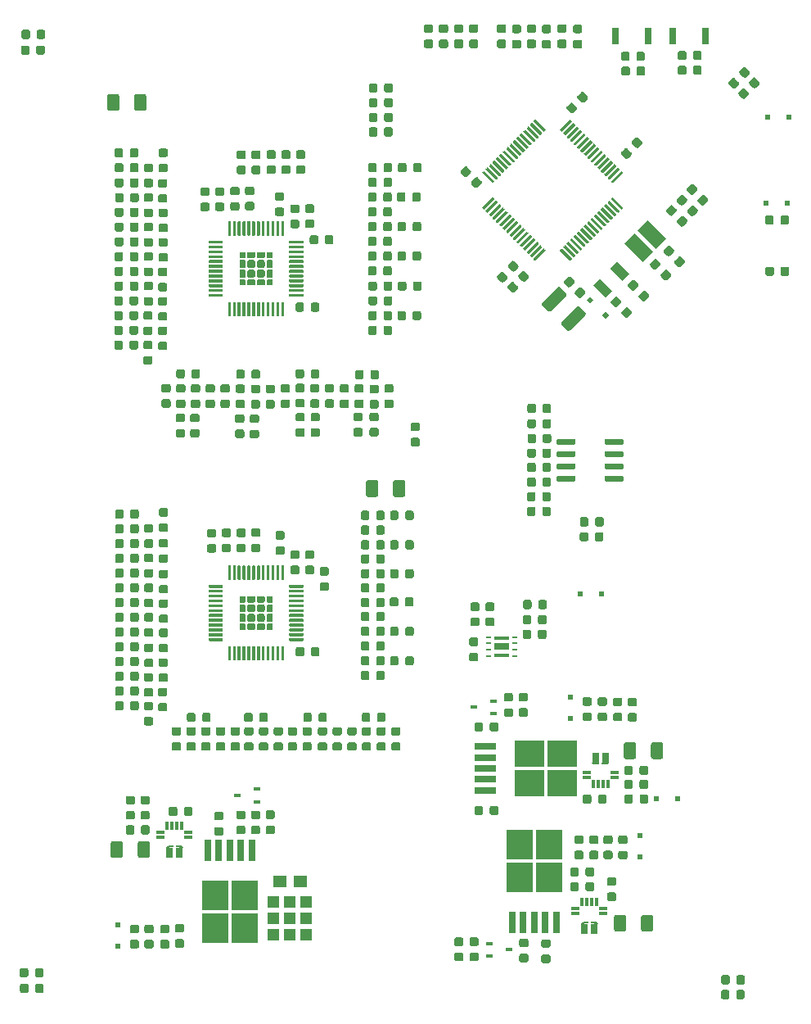
<source format=gbr>
G04 #@! TF.GenerationSoftware,KiCad,Pcbnew,(5.1.5)-3*
G04 #@! TF.CreationDate,2020-04-12T16:22:57-07:00*
G04 #@! TF.ProjectId,Milpitas_BMS,4d696c70-6974-4617-935f-424d532e6b69,rev?*
G04 #@! TF.SameCoordinates,Original*
G04 #@! TF.FileFunction,Paste,Top*
G04 #@! TF.FilePolarity,Positive*
%FSLAX46Y46*%
G04 Gerber Fmt 4.6, Leading zero omitted, Abs format (unit mm)*
G04 Created by KiCad (PCBNEW (5.1.5)-3) date 2020-04-12 16:22:57*
%MOMM*%
%LPD*%
G04 APERTURE LIST*
%ADD10C,0.100000*%
%ADD11R,0.800000X1.700000*%
%ADD12R,1.400000X1.270000*%
%ADD13R,1.250000X1.200000*%
%ADD14R,0.500000X0.500000*%
%ADD15R,0.700000X0.450000*%
%ADD16R,0.480000X0.280000*%
%ADD17R,1.500000X0.400000*%
%ADD18R,1.500000X0.650000*%
%ADD19R,2.200000X0.800000*%
%ADD20R,3.050000X2.750000*%
%ADD21R,0.800000X2.200000*%
%ADD22R,2.750000X3.050000*%
%ADD23R,0.850000X0.300000*%
%ADD24R,0.300000X0.850000*%
%ADD25R,0.800000X1.070000*%
%ADD26R,0.600000X0.200000*%
G04 APERTURE END LIST*
D10*
G36*
X171341610Y-73009182D02*
G01*
X170068818Y-71736390D01*
X170775924Y-71029284D01*
X172048716Y-72302076D01*
X171341610Y-73009182D01*
G37*
G36*
X169573843Y-74776949D02*
G01*
X168301051Y-73504157D01*
X169008157Y-72797051D01*
X170280949Y-74069843D01*
X169573843Y-74776949D01*
G37*
G36*
X174741767Y-69737421D02*
G01*
X172832579Y-67828233D01*
X173893239Y-66767573D01*
X175802427Y-68676761D01*
X174741767Y-69737421D01*
G37*
G36*
X173398264Y-71080924D02*
G01*
X171489076Y-69171736D01*
X172549736Y-68111076D01*
X174458924Y-70020264D01*
X173398264Y-71080924D01*
G37*
D11*
X179930000Y-47752000D03*
X176530000Y-47752000D03*
X170590000Y-47752000D03*
X173990000Y-47752000D03*
D10*
G36*
X125855291Y-88336653D02*
G01*
X125876526Y-88339803D01*
X125897350Y-88345019D01*
X125917562Y-88352251D01*
X125936968Y-88361430D01*
X125955381Y-88372466D01*
X125972624Y-88385254D01*
X125988530Y-88399670D01*
X126002946Y-88415576D01*
X126015734Y-88432819D01*
X126026770Y-88451232D01*
X126035949Y-88470638D01*
X126043181Y-88490850D01*
X126048397Y-88511674D01*
X126051547Y-88532909D01*
X126052600Y-88554350D01*
X126052600Y-88991850D01*
X126051547Y-89013291D01*
X126048397Y-89034526D01*
X126043181Y-89055350D01*
X126035949Y-89075562D01*
X126026770Y-89094968D01*
X126015734Y-89113381D01*
X126002946Y-89130624D01*
X125988530Y-89146530D01*
X125972624Y-89160946D01*
X125955381Y-89173734D01*
X125936968Y-89184770D01*
X125917562Y-89193949D01*
X125897350Y-89201181D01*
X125876526Y-89206397D01*
X125855291Y-89209547D01*
X125833850Y-89210600D01*
X125321350Y-89210600D01*
X125299909Y-89209547D01*
X125278674Y-89206397D01*
X125257850Y-89201181D01*
X125237638Y-89193949D01*
X125218232Y-89184770D01*
X125199819Y-89173734D01*
X125182576Y-89160946D01*
X125166670Y-89146530D01*
X125152254Y-89130624D01*
X125139466Y-89113381D01*
X125128430Y-89094968D01*
X125119251Y-89075562D01*
X125112019Y-89055350D01*
X125106803Y-89034526D01*
X125103653Y-89013291D01*
X125102600Y-88991850D01*
X125102600Y-88554350D01*
X125103653Y-88532909D01*
X125106803Y-88511674D01*
X125112019Y-88490850D01*
X125119251Y-88470638D01*
X125128430Y-88451232D01*
X125139466Y-88432819D01*
X125152254Y-88415576D01*
X125166670Y-88399670D01*
X125182576Y-88385254D01*
X125199819Y-88372466D01*
X125218232Y-88361430D01*
X125237638Y-88352251D01*
X125257850Y-88345019D01*
X125278674Y-88339803D01*
X125299909Y-88336653D01*
X125321350Y-88335600D01*
X125833850Y-88335600D01*
X125855291Y-88336653D01*
G37*
G36*
X125855291Y-86761653D02*
G01*
X125876526Y-86764803D01*
X125897350Y-86770019D01*
X125917562Y-86777251D01*
X125936968Y-86786430D01*
X125955381Y-86797466D01*
X125972624Y-86810254D01*
X125988530Y-86824670D01*
X126002946Y-86840576D01*
X126015734Y-86857819D01*
X126026770Y-86876232D01*
X126035949Y-86895638D01*
X126043181Y-86915850D01*
X126048397Y-86936674D01*
X126051547Y-86957909D01*
X126052600Y-86979350D01*
X126052600Y-87416850D01*
X126051547Y-87438291D01*
X126048397Y-87459526D01*
X126043181Y-87480350D01*
X126035949Y-87500562D01*
X126026770Y-87519968D01*
X126015734Y-87538381D01*
X126002946Y-87555624D01*
X125988530Y-87571530D01*
X125972624Y-87585946D01*
X125955381Y-87598734D01*
X125936968Y-87609770D01*
X125917562Y-87618949D01*
X125897350Y-87626181D01*
X125876526Y-87631397D01*
X125855291Y-87634547D01*
X125833850Y-87635600D01*
X125321350Y-87635600D01*
X125299909Y-87634547D01*
X125278674Y-87631397D01*
X125257850Y-87626181D01*
X125237638Y-87618949D01*
X125218232Y-87609770D01*
X125199819Y-87598734D01*
X125182576Y-87585946D01*
X125166670Y-87571530D01*
X125152254Y-87555624D01*
X125139466Y-87538381D01*
X125128430Y-87519968D01*
X125119251Y-87500562D01*
X125112019Y-87480350D01*
X125106803Y-87459526D01*
X125103653Y-87438291D01*
X125102600Y-87416850D01*
X125102600Y-86979350D01*
X125103653Y-86957909D01*
X125106803Y-86936674D01*
X125112019Y-86915850D01*
X125119251Y-86895638D01*
X125128430Y-86876232D01*
X125139466Y-86857819D01*
X125152254Y-86840576D01*
X125166670Y-86824670D01*
X125182576Y-86810254D01*
X125199819Y-86797466D01*
X125218232Y-86786430D01*
X125237638Y-86777251D01*
X125257850Y-86770019D01*
X125278674Y-86764803D01*
X125299909Y-86761653D01*
X125321350Y-86760600D01*
X125833850Y-86760600D01*
X125855291Y-86761653D01*
G37*
G36*
X122553291Y-60904453D02*
G01*
X122574526Y-60907603D01*
X122595350Y-60912819D01*
X122615562Y-60920051D01*
X122634968Y-60929230D01*
X122653381Y-60940266D01*
X122670624Y-60953054D01*
X122686530Y-60967470D01*
X122700946Y-60983376D01*
X122713734Y-61000619D01*
X122724770Y-61019032D01*
X122733949Y-61038438D01*
X122741181Y-61058650D01*
X122746397Y-61079474D01*
X122749547Y-61100709D01*
X122750600Y-61122150D01*
X122750600Y-61559650D01*
X122749547Y-61581091D01*
X122746397Y-61602326D01*
X122741181Y-61623150D01*
X122733949Y-61643362D01*
X122724770Y-61662768D01*
X122713734Y-61681181D01*
X122700946Y-61698424D01*
X122686530Y-61714330D01*
X122670624Y-61728746D01*
X122653381Y-61741534D01*
X122634968Y-61752570D01*
X122615562Y-61761749D01*
X122595350Y-61768981D01*
X122574526Y-61774197D01*
X122553291Y-61777347D01*
X122531850Y-61778400D01*
X122019350Y-61778400D01*
X121997909Y-61777347D01*
X121976674Y-61774197D01*
X121955850Y-61768981D01*
X121935638Y-61761749D01*
X121916232Y-61752570D01*
X121897819Y-61741534D01*
X121880576Y-61728746D01*
X121864670Y-61714330D01*
X121850254Y-61698424D01*
X121837466Y-61681181D01*
X121826430Y-61662768D01*
X121817251Y-61643362D01*
X121810019Y-61623150D01*
X121804803Y-61602326D01*
X121801653Y-61581091D01*
X121800600Y-61559650D01*
X121800600Y-61122150D01*
X121801653Y-61100709D01*
X121804803Y-61079474D01*
X121810019Y-61058650D01*
X121817251Y-61038438D01*
X121826430Y-61019032D01*
X121837466Y-61000619D01*
X121850254Y-60983376D01*
X121864670Y-60967470D01*
X121880576Y-60953054D01*
X121897819Y-60940266D01*
X121916232Y-60929230D01*
X121935638Y-60920051D01*
X121955850Y-60912819D01*
X121976674Y-60907603D01*
X121997909Y-60904453D01*
X122019350Y-60903400D01*
X122531850Y-60903400D01*
X122553291Y-60904453D01*
G37*
G36*
X122553291Y-62479453D02*
G01*
X122574526Y-62482603D01*
X122595350Y-62487819D01*
X122615562Y-62495051D01*
X122634968Y-62504230D01*
X122653381Y-62515266D01*
X122670624Y-62528054D01*
X122686530Y-62542470D01*
X122700946Y-62558376D01*
X122713734Y-62575619D01*
X122724770Y-62594032D01*
X122733949Y-62613438D01*
X122741181Y-62633650D01*
X122746397Y-62654474D01*
X122749547Y-62675709D01*
X122750600Y-62697150D01*
X122750600Y-63134650D01*
X122749547Y-63156091D01*
X122746397Y-63177326D01*
X122741181Y-63198150D01*
X122733949Y-63218362D01*
X122724770Y-63237768D01*
X122713734Y-63256181D01*
X122700946Y-63273424D01*
X122686530Y-63289330D01*
X122670624Y-63303746D01*
X122653381Y-63316534D01*
X122634968Y-63327570D01*
X122615562Y-63336749D01*
X122595350Y-63343981D01*
X122574526Y-63349197D01*
X122553291Y-63352347D01*
X122531850Y-63353400D01*
X122019350Y-63353400D01*
X121997909Y-63352347D01*
X121976674Y-63349197D01*
X121955850Y-63343981D01*
X121935638Y-63336749D01*
X121916232Y-63327570D01*
X121897819Y-63316534D01*
X121880576Y-63303746D01*
X121864670Y-63289330D01*
X121850254Y-63273424D01*
X121837466Y-63256181D01*
X121826430Y-63237768D01*
X121817251Y-63218362D01*
X121810019Y-63198150D01*
X121804803Y-63177326D01*
X121801653Y-63156091D01*
X121800600Y-63134650D01*
X121800600Y-62697150D01*
X121801653Y-62675709D01*
X121804803Y-62654474D01*
X121810019Y-62633650D01*
X121817251Y-62613438D01*
X121826430Y-62594032D01*
X121837466Y-62575619D01*
X121850254Y-62558376D01*
X121864670Y-62542470D01*
X121880576Y-62528054D01*
X121897819Y-62515266D01*
X121916232Y-62504230D01*
X121935638Y-62495051D01*
X121955850Y-62487819D01*
X121976674Y-62482603D01*
X121997909Y-62479453D01*
X122019350Y-62478400D01*
X122531850Y-62478400D01*
X122553291Y-62479453D01*
G37*
G36*
X150137691Y-89251053D02*
G01*
X150158926Y-89254203D01*
X150179750Y-89259419D01*
X150199962Y-89266651D01*
X150219368Y-89275830D01*
X150237781Y-89286866D01*
X150255024Y-89299654D01*
X150270930Y-89314070D01*
X150285346Y-89329976D01*
X150298134Y-89347219D01*
X150309170Y-89365632D01*
X150318349Y-89385038D01*
X150325581Y-89405250D01*
X150330797Y-89426074D01*
X150333947Y-89447309D01*
X150335000Y-89468750D01*
X150335000Y-89906250D01*
X150333947Y-89927691D01*
X150330797Y-89948926D01*
X150325581Y-89969750D01*
X150318349Y-89989962D01*
X150309170Y-90009368D01*
X150298134Y-90027781D01*
X150285346Y-90045024D01*
X150270930Y-90060930D01*
X150255024Y-90075346D01*
X150237781Y-90088134D01*
X150219368Y-90099170D01*
X150199962Y-90108349D01*
X150179750Y-90115581D01*
X150158926Y-90120797D01*
X150137691Y-90123947D01*
X150116250Y-90125000D01*
X149603750Y-90125000D01*
X149582309Y-90123947D01*
X149561074Y-90120797D01*
X149540250Y-90115581D01*
X149520038Y-90108349D01*
X149500632Y-90099170D01*
X149482219Y-90088134D01*
X149464976Y-90075346D01*
X149449070Y-90060930D01*
X149434654Y-90045024D01*
X149421866Y-90027781D01*
X149410830Y-90009368D01*
X149401651Y-89989962D01*
X149394419Y-89969750D01*
X149389203Y-89948926D01*
X149386053Y-89927691D01*
X149385000Y-89906250D01*
X149385000Y-89468750D01*
X149386053Y-89447309D01*
X149389203Y-89426074D01*
X149394419Y-89405250D01*
X149401651Y-89385038D01*
X149410830Y-89365632D01*
X149421866Y-89347219D01*
X149434654Y-89329976D01*
X149449070Y-89314070D01*
X149464976Y-89299654D01*
X149482219Y-89286866D01*
X149500632Y-89275830D01*
X149520038Y-89266651D01*
X149540250Y-89259419D01*
X149561074Y-89254203D01*
X149582309Y-89251053D01*
X149603750Y-89250000D01*
X150116250Y-89250000D01*
X150137691Y-89251053D01*
G37*
G36*
X150137691Y-87676053D02*
G01*
X150158926Y-87679203D01*
X150179750Y-87684419D01*
X150199962Y-87691651D01*
X150219368Y-87700830D01*
X150237781Y-87711866D01*
X150255024Y-87724654D01*
X150270930Y-87739070D01*
X150285346Y-87754976D01*
X150298134Y-87772219D01*
X150309170Y-87790632D01*
X150318349Y-87810038D01*
X150325581Y-87830250D01*
X150330797Y-87851074D01*
X150333947Y-87872309D01*
X150335000Y-87893750D01*
X150335000Y-88331250D01*
X150333947Y-88352691D01*
X150330797Y-88373926D01*
X150325581Y-88394750D01*
X150318349Y-88414962D01*
X150309170Y-88434368D01*
X150298134Y-88452781D01*
X150285346Y-88470024D01*
X150270930Y-88485930D01*
X150255024Y-88500346D01*
X150237781Y-88513134D01*
X150219368Y-88524170D01*
X150199962Y-88533349D01*
X150179750Y-88540581D01*
X150158926Y-88545797D01*
X150137691Y-88548947D01*
X150116250Y-88550000D01*
X149603750Y-88550000D01*
X149582309Y-88548947D01*
X149561074Y-88545797D01*
X149540250Y-88540581D01*
X149520038Y-88533349D01*
X149500632Y-88524170D01*
X149482219Y-88513134D01*
X149464976Y-88500346D01*
X149449070Y-88485930D01*
X149434654Y-88470024D01*
X149421866Y-88452781D01*
X149410830Y-88434368D01*
X149401651Y-88414962D01*
X149394419Y-88394750D01*
X149389203Y-88373926D01*
X149386053Y-88352691D01*
X149385000Y-88331250D01*
X149385000Y-87893750D01*
X149386053Y-87872309D01*
X149389203Y-87851074D01*
X149394419Y-87830250D01*
X149401651Y-87810038D01*
X149410830Y-87790632D01*
X149421866Y-87772219D01*
X149434654Y-87754976D01*
X149449070Y-87739070D01*
X149464976Y-87724654D01*
X149482219Y-87711866D01*
X149500632Y-87700830D01*
X149520038Y-87691651D01*
X149540250Y-87684419D01*
X149561074Y-87679203D01*
X149582309Y-87676053D01*
X149603750Y-87675000D01*
X150116250Y-87675000D01*
X150137691Y-87676053D01*
G37*
G36*
X157871991Y-107843853D02*
G01*
X157893226Y-107847003D01*
X157914050Y-107852219D01*
X157934262Y-107859451D01*
X157953668Y-107868630D01*
X157972081Y-107879666D01*
X157989324Y-107892454D01*
X158005230Y-107906870D01*
X158019646Y-107922776D01*
X158032434Y-107940019D01*
X158043470Y-107958432D01*
X158052649Y-107977838D01*
X158059881Y-107998050D01*
X158065097Y-108018874D01*
X158068247Y-108040109D01*
X158069300Y-108061550D01*
X158069300Y-108499050D01*
X158068247Y-108520491D01*
X158065097Y-108541726D01*
X158059881Y-108562550D01*
X158052649Y-108582762D01*
X158043470Y-108602168D01*
X158032434Y-108620581D01*
X158019646Y-108637824D01*
X158005230Y-108653730D01*
X157989324Y-108668146D01*
X157972081Y-108680934D01*
X157953668Y-108691970D01*
X157934262Y-108701149D01*
X157914050Y-108708381D01*
X157893226Y-108713597D01*
X157871991Y-108716747D01*
X157850550Y-108717800D01*
X157338050Y-108717800D01*
X157316609Y-108716747D01*
X157295374Y-108713597D01*
X157274550Y-108708381D01*
X157254338Y-108701149D01*
X157234932Y-108691970D01*
X157216519Y-108680934D01*
X157199276Y-108668146D01*
X157183370Y-108653730D01*
X157168954Y-108637824D01*
X157156166Y-108620581D01*
X157145130Y-108602168D01*
X157135951Y-108582762D01*
X157128719Y-108562550D01*
X157123503Y-108541726D01*
X157120353Y-108520491D01*
X157119300Y-108499050D01*
X157119300Y-108061550D01*
X157120353Y-108040109D01*
X157123503Y-108018874D01*
X157128719Y-107998050D01*
X157135951Y-107977838D01*
X157145130Y-107958432D01*
X157156166Y-107940019D01*
X157168954Y-107922776D01*
X157183370Y-107906870D01*
X157199276Y-107892454D01*
X157216519Y-107879666D01*
X157234932Y-107868630D01*
X157254338Y-107859451D01*
X157274550Y-107852219D01*
X157295374Y-107847003D01*
X157316609Y-107843853D01*
X157338050Y-107842800D01*
X157850550Y-107842800D01*
X157871991Y-107843853D01*
G37*
G36*
X157871991Y-106268853D02*
G01*
X157893226Y-106272003D01*
X157914050Y-106277219D01*
X157934262Y-106284451D01*
X157953668Y-106293630D01*
X157972081Y-106304666D01*
X157989324Y-106317454D01*
X158005230Y-106331870D01*
X158019646Y-106347776D01*
X158032434Y-106365019D01*
X158043470Y-106383432D01*
X158052649Y-106402838D01*
X158059881Y-106423050D01*
X158065097Y-106443874D01*
X158068247Y-106465109D01*
X158069300Y-106486550D01*
X158069300Y-106924050D01*
X158068247Y-106945491D01*
X158065097Y-106966726D01*
X158059881Y-106987550D01*
X158052649Y-107007762D01*
X158043470Y-107027168D01*
X158032434Y-107045581D01*
X158019646Y-107062824D01*
X158005230Y-107078730D01*
X157989324Y-107093146D01*
X157972081Y-107105934D01*
X157953668Y-107116970D01*
X157934262Y-107126149D01*
X157914050Y-107133381D01*
X157893226Y-107138597D01*
X157871991Y-107141747D01*
X157850550Y-107142800D01*
X157338050Y-107142800D01*
X157316609Y-107141747D01*
X157295374Y-107138597D01*
X157274550Y-107133381D01*
X157254338Y-107126149D01*
X157234932Y-107116970D01*
X157216519Y-107105934D01*
X157199276Y-107093146D01*
X157183370Y-107078730D01*
X157168954Y-107062824D01*
X157156166Y-107045581D01*
X157145130Y-107027168D01*
X157135951Y-107007762D01*
X157128719Y-106987550D01*
X157123503Y-106966726D01*
X157120353Y-106945491D01*
X157119300Y-106924050D01*
X157119300Y-106486550D01*
X157120353Y-106465109D01*
X157123503Y-106443874D01*
X157128719Y-106423050D01*
X157135951Y-106402838D01*
X157145130Y-106383432D01*
X157156166Y-106365019D01*
X157168954Y-106347776D01*
X157183370Y-106331870D01*
X157199276Y-106317454D01*
X157216519Y-106304666D01*
X157234932Y-106293630D01*
X157254338Y-106284451D01*
X157274550Y-106277219D01*
X157295374Y-106272003D01*
X157316609Y-106268853D01*
X157338050Y-106267800D01*
X157850550Y-106267800D01*
X157871991Y-106268853D01*
G37*
G36*
X156195591Y-109900953D02*
G01*
X156216826Y-109904103D01*
X156237650Y-109909319D01*
X156257862Y-109916551D01*
X156277268Y-109925730D01*
X156295681Y-109936766D01*
X156312924Y-109949554D01*
X156328830Y-109963970D01*
X156343246Y-109979876D01*
X156356034Y-109997119D01*
X156367070Y-110015532D01*
X156376249Y-110034938D01*
X156383481Y-110055150D01*
X156388697Y-110075974D01*
X156391847Y-110097209D01*
X156392900Y-110118650D01*
X156392900Y-110556150D01*
X156391847Y-110577591D01*
X156388697Y-110598826D01*
X156383481Y-110619650D01*
X156376249Y-110639862D01*
X156367070Y-110659268D01*
X156356034Y-110677681D01*
X156343246Y-110694924D01*
X156328830Y-110710830D01*
X156312924Y-110725246D01*
X156295681Y-110738034D01*
X156277268Y-110749070D01*
X156257862Y-110758249D01*
X156237650Y-110765481D01*
X156216826Y-110770697D01*
X156195591Y-110773847D01*
X156174150Y-110774900D01*
X155661650Y-110774900D01*
X155640209Y-110773847D01*
X155618974Y-110770697D01*
X155598150Y-110765481D01*
X155577938Y-110758249D01*
X155558532Y-110749070D01*
X155540119Y-110738034D01*
X155522876Y-110725246D01*
X155506970Y-110710830D01*
X155492554Y-110694924D01*
X155479766Y-110677681D01*
X155468730Y-110659268D01*
X155459551Y-110639862D01*
X155452319Y-110619650D01*
X155447103Y-110598826D01*
X155443953Y-110577591D01*
X155442900Y-110556150D01*
X155442900Y-110118650D01*
X155443953Y-110097209D01*
X155447103Y-110075974D01*
X155452319Y-110055150D01*
X155459551Y-110034938D01*
X155468730Y-110015532D01*
X155479766Y-109997119D01*
X155492554Y-109979876D01*
X155506970Y-109963970D01*
X155522876Y-109949554D01*
X155540119Y-109936766D01*
X155558532Y-109925730D01*
X155577938Y-109916551D01*
X155598150Y-109909319D01*
X155618974Y-109904103D01*
X155640209Y-109900953D01*
X155661650Y-109899900D01*
X156174150Y-109899900D01*
X156195591Y-109900953D01*
G37*
G36*
X156195591Y-111475953D02*
G01*
X156216826Y-111479103D01*
X156237650Y-111484319D01*
X156257862Y-111491551D01*
X156277268Y-111500730D01*
X156295681Y-111511766D01*
X156312924Y-111524554D01*
X156328830Y-111538970D01*
X156343246Y-111554876D01*
X156356034Y-111572119D01*
X156367070Y-111590532D01*
X156376249Y-111609938D01*
X156383481Y-111630150D01*
X156388697Y-111650974D01*
X156391847Y-111672209D01*
X156392900Y-111693650D01*
X156392900Y-112131150D01*
X156391847Y-112152591D01*
X156388697Y-112173826D01*
X156383481Y-112194650D01*
X156376249Y-112214862D01*
X156367070Y-112234268D01*
X156356034Y-112252681D01*
X156343246Y-112269924D01*
X156328830Y-112285830D01*
X156312924Y-112300246D01*
X156295681Y-112313034D01*
X156277268Y-112324070D01*
X156257862Y-112333249D01*
X156237650Y-112340481D01*
X156216826Y-112345697D01*
X156195591Y-112348847D01*
X156174150Y-112349900D01*
X155661650Y-112349900D01*
X155640209Y-112348847D01*
X155618974Y-112345697D01*
X155598150Y-112340481D01*
X155577938Y-112333249D01*
X155558532Y-112324070D01*
X155540119Y-112313034D01*
X155522876Y-112300246D01*
X155506970Y-112285830D01*
X155492554Y-112269924D01*
X155479766Y-112252681D01*
X155468730Y-112234268D01*
X155459551Y-112214862D01*
X155452319Y-112194650D01*
X155447103Y-112173826D01*
X155443953Y-112152591D01*
X155442900Y-112131150D01*
X155442900Y-111693650D01*
X155443953Y-111672209D01*
X155447103Y-111650974D01*
X155452319Y-111630150D01*
X155459551Y-111609938D01*
X155468730Y-111590532D01*
X155479766Y-111572119D01*
X155492554Y-111554876D01*
X155506970Y-111538970D01*
X155522876Y-111524554D01*
X155540119Y-111511766D01*
X155558532Y-111500730D01*
X155577938Y-111491551D01*
X155598150Y-111484319D01*
X155618974Y-111479103D01*
X155640209Y-111475953D01*
X155661650Y-111474900D01*
X156174150Y-111474900D01*
X156195591Y-111475953D01*
G37*
G36*
X163244791Y-109076253D02*
G01*
X163266026Y-109079403D01*
X163286850Y-109084619D01*
X163307062Y-109091851D01*
X163326468Y-109101030D01*
X163344881Y-109112066D01*
X163362124Y-109124854D01*
X163378030Y-109139270D01*
X163392446Y-109155176D01*
X163405234Y-109172419D01*
X163416270Y-109190832D01*
X163425449Y-109210238D01*
X163432681Y-109230450D01*
X163437897Y-109251274D01*
X163441047Y-109272509D01*
X163442100Y-109293950D01*
X163442100Y-109806450D01*
X163441047Y-109827891D01*
X163437897Y-109849126D01*
X163432681Y-109869950D01*
X163425449Y-109890162D01*
X163416270Y-109909568D01*
X163405234Y-109927981D01*
X163392446Y-109945224D01*
X163378030Y-109961130D01*
X163362124Y-109975546D01*
X163344881Y-109988334D01*
X163326468Y-109999370D01*
X163307062Y-110008549D01*
X163286850Y-110015781D01*
X163266026Y-110020997D01*
X163244791Y-110024147D01*
X163223350Y-110025200D01*
X162785850Y-110025200D01*
X162764409Y-110024147D01*
X162743174Y-110020997D01*
X162722350Y-110015781D01*
X162702138Y-110008549D01*
X162682732Y-109999370D01*
X162664319Y-109988334D01*
X162647076Y-109975546D01*
X162631170Y-109961130D01*
X162616754Y-109945224D01*
X162603966Y-109927981D01*
X162592930Y-109909568D01*
X162583751Y-109890162D01*
X162576519Y-109869950D01*
X162571303Y-109849126D01*
X162568153Y-109827891D01*
X162567100Y-109806450D01*
X162567100Y-109293950D01*
X162568153Y-109272509D01*
X162571303Y-109251274D01*
X162576519Y-109230450D01*
X162583751Y-109210238D01*
X162592930Y-109190832D01*
X162603966Y-109172419D01*
X162616754Y-109155176D01*
X162631170Y-109139270D01*
X162647076Y-109124854D01*
X162664319Y-109112066D01*
X162682732Y-109101030D01*
X162702138Y-109091851D01*
X162722350Y-109084619D01*
X162743174Y-109079403D01*
X162764409Y-109076253D01*
X162785850Y-109075200D01*
X163223350Y-109075200D01*
X163244791Y-109076253D01*
G37*
G36*
X161669791Y-109076253D02*
G01*
X161691026Y-109079403D01*
X161711850Y-109084619D01*
X161732062Y-109091851D01*
X161751468Y-109101030D01*
X161769881Y-109112066D01*
X161787124Y-109124854D01*
X161803030Y-109139270D01*
X161817446Y-109155176D01*
X161830234Y-109172419D01*
X161841270Y-109190832D01*
X161850449Y-109210238D01*
X161857681Y-109230450D01*
X161862897Y-109251274D01*
X161866047Y-109272509D01*
X161867100Y-109293950D01*
X161867100Y-109806450D01*
X161866047Y-109827891D01*
X161862897Y-109849126D01*
X161857681Y-109869950D01*
X161850449Y-109890162D01*
X161841270Y-109909568D01*
X161830234Y-109927981D01*
X161817446Y-109945224D01*
X161803030Y-109961130D01*
X161787124Y-109975546D01*
X161769881Y-109988334D01*
X161751468Y-109999370D01*
X161732062Y-110008549D01*
X161711850Y-110015781D01*
X161691026Y-110020997D01*
X161669791Y-110024147D01*
X161648350Y-110025200D01*
X161210850Y-110025200D01*
X161189409Y-110024147D01*
X161168174Y-110020997D01*
X161147350Y-110015781D01*
X161127138Y-110008549D01*
X161107732Y-109999370D01*
X161089319Y-109988334D01*
X161072076Y-109975546D01*
X161056170Y-109961130D01*
X161041754Y-109945224D01*
X161028966Y-109927981D01*
X161017930Y-109909568D01*
X161008751Y-109890162D01*
X161001519Y-109869950D01*
X160996303Y-109849126D01*
X160993153Y-109827891D01*
X160992100Y-109806450D01*
X160992100Y-109293950D01*
X160993153Y-109272509D01*
X160996303Y-109251274D01*
X161001519Y-109230450D01*
X161008751Y-109210238D01*
X161017930Y-109190832D01*
X161028966Y-109172419D01*
X161041754Y-109155176D01*
X161056170Y-109139270D01*
X161072076Y-109124854D01*
X161089319Y-109112066D01*
X161107732Y-109101030D01*
X161127138Y-109091851D01*
X161147350Y-109084619D01*
X161168174Y-109079403D01*
X161189409Y-109076253D01*
X161210850Y-109075200D01*
X161648350Y-109075200D01*
X161669791Y-109076253D01*
G37*
G36*
X166062077Y-54613274D02*
G01*
X166083312Y-54616424D01*
X166104136Y-54621640D01*
X166124348Y-54628872D01*
X166143754Y-54638051D01*
X166162167Y-54649087D01*
X166179410Y-54661875D01*
X166195316Y-54676291D01*
X166557709Y-55038684D01*
X166572125Y-55054590D01*
X166584913Y-55071833D01*
X166595949Y-55090246D01*
X166605128Y-55109652D01*
X166612360Y-55129864D01*
X166617576Y-55150688D01*
X166620726Y-55171923D01*
X166621779Y-55193364D01*
X166620726Y-55214805D01*
X166617576Y-55236040D01*
X166612360Y-55256864D01*
X166605128Y-55277076D01*
X166595949Y-55296482D01*
X166584913Y-55314895D01*
X166572125Y-55332138D01*
X166557709Y-55348044D01*
X166248350Y-55657403D01*
X166232444Y-55671819D01*
X166215201Y-55684607D01*
X166196788Y-55695643D01*
X166177382Y-55704822D01*
X166157170Y-55712054D01*
X166136346Y-55717270D01*
X166115111Y-55720420D01*
X166093670Y-55721473D01*
X166072229Y-55720420D01*
X166050994Y-55717270D01*
X166030170Y-55712054D01*
X166009958Y-55704822D01*
X165990552Y-55695643D01*
X165972139Y-55684607D01*
X165954896Y-55671819D01*
X165938990Y-55657403D01*
X165576597Y-55295010D01*
X165562181Y-55279104D01*
X165549393Y-55261861D01*
X165538357Y-55243448D01*
X165529178Y-55224042D01*
X165521946Y-55203830D01*
X165516730Y-55183006D01*
X165513580Y-55161771D01*
X165512527Y-55140330D01*
X165513580Y-55118889D01*
X165516730Y-55097654D01*
X165521946Y-55076830D01*
X165529178Y-55056618D01*
X165538357Y-55037212D01*
X165549393Y-55018799D01*
X165562181Y-55001556D01*
X165576597Y-54985650D01*
X165885956Y-54676291D01*
X165901862Y-54661875D01*
X165919105Y-54649087D01*
X165937518Y-54638051D01*
X165956924Y-54628872D01*
X165977136Y-54621640D01*
X165997960Y-54616424D01*
X166019195Y-54613274D01*
X166040636Y-54612221D01*
X166062077Y-54613274D01*
G37*
G36*
X167175771Y-53499580D02*
G01*
X167197006Y-53502730D01*
X167217830Y-53507946D01*
X167238042Y-53515178D01*
X167257448Y-53524357D01*
X167275861Y-53535393D01*
X167293104Y-53548181D01*
X167309010Y-53562597D01*
X167671403Y-53924990D01*
X167685819Y-53940896D01*
X167698607Y-53958139D01*
X167709643Y-53976552D01*
X167718822Y-53995958D01*
X167726054Y-54016170D01*
X167731270Y-54036994D01*
X167734420Y-54058229D01*
X167735473Y-54079670D01*
X167734420Y-54101111D01*
X167731270Y-54122346D01*
X167726054Y-54143170D01*
X167718822Y-54163382D01*
X167709643Y-54182788D01*
X167698607Y-54201201D01*
X167685819Y-54218444D01*
X167671403Y-54234350D01*
X167362044Y-54543709D01*
X167346138Y-54558125D01*
X167328895Y-54570913D01*
X167310482Y-54581949D01*
X167291076Y-54591128D01*
X167270864Y-54598360D01*
X167250040Y-54603576D01*
X167228805Y-54606726D01*
X167207364Y-54607779D01*
X167185923Y-54606726D01*
X167164688Y-54603576D01*
X167143864Y-54598360D01*
X167123652Y-54591128D01*
X167104246Y-54581949D01*
X167085833Y-54570913D01*
X167068590Y-54558125D01*
X167052684Y-54543709D01*
X166690291Y-54181316D01*
X166675875Y-54165410D01*
X166663087Y-54148167D01*
X166652051Y-54129754D01*
X166642872Y-54110348D01*
X166635640Y-54090136D01*
X166630424Y-54069312D01*
X166627274Y-54048077D01*
X166626221Y-54026636D01*
X166627274Y-54005195D01*
X166630424Y-53983960D01*
X166635640Y-53963136D01*
X166642872Y-53942924D01*
X166652051Y-53923518D01*
X166663087Y-53905105D01*
X166675875Y-53887862D01*
X166690291Y-53871956D01*
X166999650Y-53562597D01*
X167015556Y-53548181D01*
X167032799Y-53535393D01*
X167051212Y-53524357D01*
X167070618Y-53515178D01*
X167090830Y-53507946D01*
X167111654Y-53502730D01*
X167132889Y-53499580D01*
X167154330Y-53498527D01*
X167175771Y-53499580D01*
G37*
G36*
X171713577Y-59312274D02*
G01*
X171734812Y-59315424D01*
X171755636Y-59320640D01*
X171775848Y-59327872D01*
X171795254Y-59337051D01*
X171813667Y-59348087D01*
X171830910Y-59360875D01*
X171846816Y-59375291D01*
X172209209Y-59737684D01*
X172223625Y-59753590D01*
X172236413Y-59770833D01*
X172247449Y-59789246D01*
X172256628Y-59808652D01*
X172263860Y-59828864D01*
X172269076Y-59849688D01*
X172272226Y-59870923D01*
X172273279Y-59892364D01*
X172272226Y-59913805D01*
X172269076Y-59935040D01*
X172263860Y-59955864D01*
X172256628Y-59976076D01*
X172247449Y-59995482D01*
X172236413Y-60013895D01*
X172223625Y-60031138D01*
X172209209Y-60047044D01*
X171899850Y-60356403D01*
X171883944Y-60370819D01*
X171866701Y-60383607D01*
X171848288Y-60394643D01*
X171828882Y-60403822D01*
X171808670Y-60411054D01*
X171787846Y-60416270D01*
X171766611Y-60419420D01*
X171745170Y-60420473D01*
X171723729Y-60419420D01*
X171702494Y-60416270D01*
X171681670Y-60411054D01*
X171661458Y-60403822D01*
X171642052Y-60394643D01*
X171623639Y-60383607D01*
X171606396Y-60370819D01*
X171590490Y-60356403D01*
X171228097Y-59994010D01*
X171213681Y-59978104D01*
X171200893Y-59960861D01*
X171189857Y-59942448D01*
X171180678Y-59923042D01*
X171173446Y-59902830D01*
X171168230Y-59882006D01*
X171165080Y-59860771D01*
X171164027Y-59839330D01*
X171165080Y-59817889D01*
X171168230Y-59796654D01*
X171173446Y-59775830D01*
X171180678Y-59755618D01*
X171189857Y-59736212D01*
X171200893Y-59717799D01*
X171213681Y-59700556D01*
X171228097Y-59684650D01*
X171537456Y-59375291D01*
X171553362Y-59360875D01*
X171570605Y-59348087D01*
X171589018Y-59337051D01*
X171608424Y-59327872D01*
X171628636Y-59320640D01*
X171649460Y-59315424D01*
X171670695Y-59312274D01*
X171692136Y-59311221D01*
X171713577Y-59312274D01*
G37*
G36*
X172827271Y-58198580D02*
G01*
X172848506Y-58201730D01*
X172869330Y-58206946D01*
X172889542Y-58214178D01*
X172908948Y-58223357D01*
X172927361Y-58234393D01*
X172944604Y-58247181D01*
X172960510Y-58261597D01*
X173322903Y-58623990D01*
X173337319Y-58639896D01*
X173350107Y-58657139D01*
X173361143Y-58675552D01*
X173370322Y-58694958D01*
X173377554Y-58715170D01*
X173382770Y-58735994D01*
X173385920Y-58757229D01*
X173386973Y-58778670D01*
X173385920Y-58800111D01*
X173382770Y-58821346D01*
X173377554Y-58842170D01*
X173370322Y-58862382D01*
X173361143Y-58881788D01*
X173350107Y-58900201D01*
X173337319Y-58917444D01*
X173322903Y-58933350D01*
X173013544Y-59242709D01*
X172997638Y-59257125D01*
X172980395Y-59269913D01*
X172961982Y-59280949D01*
X172942576Y-59290128D01*
X172922364Y-59297360D01*
X172901540Y-59302576D01*
X172880305Y-59305726D01*
X172858864Y-59306779D01*
X172837423Y-59305726D01*
X172816188Y-59302576D01*
X172795364Y-59297360D01*
X172775152Y-59290128D01*
X172755746Y-59280949D01*
X172737333Y-59269913D01*
X172720090Y-59257125D01*
X172704184Y-59242709D01*
X172341791Y-58880316D01*
X172327375Y-58864410D01*
X172314587Y-58847167D01*
X172303551Y-58828754D01*
X172294372Y-58809348D01*
X172287140Y-58789136D01*
X172281924Y-58768312D01*
X172278774Y-58747077D01*
X172277721Y-58725636D01*
X172278774Y-58704195D01*
X172281924Y-58682960D01*
X172287140Y-58662136D01*
X172294372Y-58641924D01*
X172303551Y-58622518D01*
X172314587Y-58604105D01*
X172327375Y-58586862D01*
X172341791Y-58570956D01*
X172651150Y-58261597D01*
X172667056Y-58247181D01*
X172684299Y-58234393D01*
X172702712Y-58223357D01*
X172722118Y-58214178D01*
X172742330Y-58206946D01*
X172763154Y-58201730D01*
X172784389Y-58198580D01*
X172805830Y-58197527D01*
X172827271Y-58198580D01*
G37*
G36*
X155144264Y-61197733D02*
G01*
X155165499Y-61200883D01*
X155186323Y-61206099D01*
X155206535Y-61213331D01*
X155225941Y-61222510D01*
X155244354Y-61233546D01*
X155261597Y-61246334D01*
X155277503Y-61260750D01*
X155586862Y-61570109D01*
X155601278Y-61586015D01*
X155614066Y-61603258D01*
X155625102Y-61621671D01*
X155634281Y-61641077D01*
X155641513Y-61661289D01*
X155646729Y-61682113D01*
X155649879Y-61703348D01*
X155650932Y-61724789D01*
X155649879Y-61746230D01*
X155646729Y-61767465D01*
X155641513Y-61788289D01*
X155634281Y-61808501D01*
X155625102Y-61827907D01*
X155614066Y-61846320D01*
X155601278Y-61863563D01*
X155586862Y-61879469D01*
X155224469Y-62241862D01*
X155208563Y-62256278D01*
X155191320Y-62269066D01*
X155172907Y-62280102D01*
X155153501Y-62289281D01*
X155133289Y-62296513D01*
X155112465Y-62301729D01*
X155091230Y-62304879D01*
X155069789Y-62305932D01*
X155048348Y-62304879D01*
X155027113Y-62301729D01*
X155006289Y-62296513D01*
X154986077Y-62289281D01*
X154966671Y-62280102D01*
X154948258Y-62269066D01*
X154931015Y-62256278D01*
X154915109Y-62241862D01*
X154605750Y-61932503D01*
X154591334Y-61916597D01*
X154578546Y-61899354D01*
X154567510Y-61880941D01*
X154558331Y-61861535D01*
X154551099Y-61841323D01*
X154545883Y-61820499D01*
X154542733Y-61799264D01*
X154541680Y-61777823D01*
X154542733Y-61756382D01*
X154545883Y-61735147D01*
X154551099Y-61714323D01*
X154558331Y-61694111D01*
X154567510Y-61674705D01*
X154578546Y-61656292D01*
X154591334Y-61639049D01*
X154605750Y-61623143D01*
X154968143Y-61260750D01*
X154984049Y-61246334D01*
X155001292Y-61233546D01*
X155019705Y-61222510D01*
X155039111Y-61213331D01*
X155059323Y-61206099D01*
X155080147Y-61200883D01*
X155101382Y-61197733D01*
X155122823Y-61196680D01*
X155144264Y-61197733D01*
G37*
G36*
X156257958Y-62311427D02*
G01*
X156279193Y-62314577D01*
X156300017Y-62319793D01*
X156320229Y-62327025D01*
X156339635Y-62336204D01*
X156358048Y-62347240D01*
X156375291Y-62360028D01*
X156391197Y-62374444D01*
X156700556Y-62683803D01*
X156714972Y-62699709D01*
X156727760Y-62716952D01*
X156738796Y-62735365D01*
X156747975Y-62754771D01*
X156755207Y-62774983D01*
X156760423Y-62795807D01*
X156763573Y-62817042D01*
X156764626Y-62838483D01*
X156763573Y-62859924D01*
X156760423Y-62881159D01*
X156755207Y-62901983D01*
X156747975Y-62922195D01*
X156738796Y-62941601D01*
X156727760Y-62960014D01*
X156714972Y-62977257D01*
X156700556Y-62993163D01*
X156338163Y-63355556D01*
X156322257Y-63369972D01*
X156305014Y-63382760D01*
X156286601Y-63393796D01*
X156267195Y-63402975D01*
X156246983Y-63410207D01*
X156226159Y-63415423D01*
X156204924Y-63418573D01*
X156183483Y-63419626D01*
X156162042Y-63418573D01*
X156140807Y-63415423D01*
X156119983Y-63410207D01*
X156099771Y-63402975D01*
X156080365Y-63393796D01*
X156061952Y-63382760D01*
X156044709Y-63369972D01*
X156028803Y-63355556D01*
X155719444Y-63046197D01*
X155705028Y-63030291D01*
X155692240Y-63013048D01*
X155681204Y-62994635D01*
X155672025Y-62975229D01*
X155664793Y-62955017D01*
X155659577Y-62934193D01*
X155656427Y-62912958D01*
X155655374Y-62891517D01*
X155656427Y-62870076D01*
X155659577Y-62848841D01*
X155664793Y-62828017D01*
X155672025Y-62807805D01*
X155681204Y-62788399D01*
X155692240Y-62769986D01*
X155705028Y-62752743D01*
X155719444Y-62736837D01*
X156081837Y-62374444D01*
X156097743Y-62360028D01*
X156114986Y-62347240D01*
X156133399Y-62336204D01*
X156152805Y-62327025D01*
X156173017Y-62319793D01*
X156193841Y-62314577D01*
X156215076Y-62311427D01*
X156236517Y-62310374D01*
X156257958Y-62311427D01*
G37*
G36*
X161079771Y-72016180D02*
G01*
X161101006Y-72019330D01*
X161121830Y-72024546D01*
X161142042Y-72031778D01*
X161161448Y-72040957D01*
X161179861Y-72051993D01*
X161197104Y-72064781D01*
X161213010Y-72079197D01*
X161575403Y-72441590D01*
X161589819Y-72457496D01*
X161602607Y-72474739D01*
X161613643Y-72493152D01*
X161622822Y-72512558D01*
X161630054Y-72532770D01*
X161635270Y-72553594D01*
X161638420Y-72574829D01*
X161639473Y-72596270D01*
X161638420Y-72617711D01*
X161635270Y-72638946D01*
X161630054Y-72659770D01*
X161622822Y-72679982D01*
X161613643Y-72699388D01*
X161602607Y-72717801D01*
X161589819Y-72735044D01*
X161575403Y-72750950D01*
X161266044Y-73060309D01*
X161250138Y-73074725D01*
X161232895Y-73087513D01*
X161214482Y-73098549D01*
X161195076Y-73107728D01*
X161174864Y-73114960D01*
X161154040Y-73120176D01*
X161132805Y-73123326D01*
X161111364Y-73124379D01*
X161089923Y-73123326D01*
X161068688Y-73120176D01*
X161047864Y-73114960D01*
X161027652Y-73107728D01*
X161008246Y-73098549D01*
X160989833Y-73087513D01*
X160972590Y-73074725D01*
X160956684Y-73060309D01*
X160594291Y-72697916D01*
X160579875Y-72682010D01*
X160567087Y-72664767D01*
X160556051Y-72646354D01*
X160546872Y-72626948D01*
X160539640Y-72606736D01*
X160534424Y-72585912D01*
X160531274Y-72564677D01*
X160530221Y-72543236D01*
X160531274Y-72521795D01*
X160534424Y-72500560D01*
X160539640Y-72479736D01*
X160546872Y-72459524D01*
X160556051Y-72440118D01*
X160567087Y-72421705D01*
X160579875Y-72404462D01*
X160594291Y-72388556D01*
X160903650Y-72079197D01*
X160919556Y-72064781D01*
X160936799Y-72051993D01*
X160955212Y-72040957D01*
X160974618Y-72031778D01*
X160994830Y-72024546D01*
X161015654Y-72019330D01*
X161036889Y-72016180D01*
X161058330Y-72015127D01*
X161079771Y-72016180D01*
G37*
G36*
X159966077Y-73129874D02*
G01*
X159987312Y-73133024D01*
X160008136Y-73138240D01*
X160028348Y-73145472D01*
X160047754Y-73154651D01*
X160066167Y-73165687D01*
X160083410Y-73178475D01*
X160099316Y-73192891D01*
X160461709Y-73555284D01*
X160476125Y-73571190D01*
X160488913Y-73588433D01*
X160499949Y-73606846D01*
X160509128Y-73626252D01*
X160516360Y-73646464D01*
X160521576Y-73667288D01*
X160524726Y-73688523D01*
X160525779Y-73709964D01*
X160524726Y-73731405D01*
X160521576Y-73752640D01*
X160516360Y-73773464D01*
X160509128Y-73793676D01*
X160499949Y-73813082D01*
X160488913Y-73831495D01*
X160476125Y-73848738D01*
X160461709Y-73864644D01*
X160152350Y-74174003D01*
X160136444Y-74188419D01*
X160119201Y-74201207D01*
X160100788Y-74212243D01*
X160081382Y-74221422D01*
X160061170Y-74228654D01*
X160040346Y-74233870D01*
X160019111Y-74237020D01*
X159997670Y-74238073D01*
X159976229Y-74237020D01*
X159954994Y-74233870D01*
X159934170Y-74228654D01*
X159913958Y-74221422D01*
X159894552Y-74212243D01*
X159876139Y-74201207D01*
X159858896Y-74188419D01*
X159842990Y-74174003D01*
X159480597Y-73811610D01*
X159466181Y-73795704D01*
X159453393Y-73778461D01*
X159442357Y-73760048D01*
X159433178Y-73740642D01*
X159425946Y-73720430D01*
X159420730Y-73699606D01*
X159417580Y-73678371D01*
X159416527Y-73656930D01*
X159417580Y-73635489D01*
X159420730Y-73614254D01*
X159425946Y-73593430D01*
X159433178Y-73573218D01*
X159442357Y-73553812D01*
X159453393Y-73535399D01*
X159466181Y-73518156D01*
X159480597Y-73502250D01*
X159789956Y-73192891D01*
X159805862Y-73178475D01*
X159823105Y-73165687D01*
X159841518Y-73154651D01*
X159860924Y-73145472D01*
X159881136Y-73138240D01*
X159901960Y-73133024D01*
X159923195Y-73129874D01*
X159944636Y-73128821D01*
X159966077Y-73129874D01*
G37*
G36*
X177531045Y-66317594D02*
G01*
X177552280Y-66320744D01*
X177573104Y-66325960D01*
X177593316Y-66333192D01*
X177612722Y-66342371D01*
X177631135Y-66353407D01*
X177648378Y-66366195D01*
X177664284Y-66380611D01*
X177973643Y-66689970D01*
X177988059Y-66705876D01*
X178000847Y-66723119D01*
X178011883Y-66741532D01*
X178021062Y-66760938D01*
X178028294Y-66781150D01*
X178033510Y-66801974D01*
X178036660Y-66823209D01*
X178037713Y-66844650D01*
X178036660Y-66866091D01*
X178033510Y-66887326D01*
X178028294Y-66908150D01*
X178021062Y-66928362D01*
X178011883Y-66947768D01*
X178000847Y-66966181D01*
X177988059Y-66983424D01*
X177973643Y-66999330D01*
X177611250Y-67361723D01*
X177595344Y-67376139D01*
X177578101Y-67388927D01*
X177559688Y-67399963D01*
X177540282Y-67409142D01*
X177520070Y-67416374D01*
X177499246Y-67421590D01*
X177478011Y-67424740D01*
X177456570Y-67425793D01*
X177435129Y-67424740D01*
X177413894Y-67421590D01*
X177393070Y-67416374D01*
X177372858Y-67409142D01*
X177353452Y-67399963D01*
X177335039Y-67388927D01*
X177317796Y-67376139D01*
X177301890Y-67361723D01*
X176992531Y-67052364D01*
X176978115Y-67036458D01*
X176965327Y-67019215D01*
X176954291Y-67000802D01*
X176945112Y-66981396D01*
X176937880Y-66961184D01*
X176932664Y-66940360D01*
X176929514Y-66919125D01*
X176928461Y-66897684D01*
X176929514Y-66876243D01*
X176932664Y-66855008D01*
X176937880Y-66834184D01*
X176945112Y-66813972D01*
X176954291Y-66794566D01*
X176965327Y-66776153D01*
X176978115Y-66758910D01*
X176992531Y-66743004D01*
X177354924Y-66380611D01*
X177370830Y-66366195D01*
X177388073Y-66353407D01*
X177406486Y-66342371D01*
X177425892Y-66333192D01*
X177446104Y-66325960D01*
X177466928Y-66320744D01*
X177488163Y-66317594D01*
X177509604Y-66316541D01*
X177531045Y-66317594D01*
G37*
G36*
X176417351Y-65203900D02*
G01*
X176438586Y-65207050D01*
X176459410Y-65212266D01*
X176479622Y-65219498D01*
X176499028Y-65228677D01*
X176517441Y-65239713D01*
X176534684Y-65252501D01*
X176550590Y-65266917D01*
X176859949Y-65576276D01*
X176874365Y-65592182D01*
X176887153Y-65609425D01*
X176898189Y-65627838D01*
X176907368Y-65647244D01*
X176914600Y-65667456D01*
X176919816Y-65688280D01*
X176922966Y-65709515D01*
X176924019Y-65730956D01*
X176922966Y-65752397D01*
X176919816Y-65773632D01*
X176914600Y-65794456D01*
X176907368Y-65814668D01*
X176898189Y-65834074D01*
X176887153Y-65852487D01*
X176874365Y-65869730D01*
X176859949Y-65885636D01*
X176497556Y-66248029D01*
X176481650Y-66262445D01*
X176464407Y-66275233D01*
X176445994Y-66286269D01*
X176426588Y-66295448D01*
X176406376Y-66302680D01*
X176385552Y-66307896D01*
X176364317Y-66311046D01*
X176342876Y-66312099D01*
X176321435Y-66311046D01*
X176300200Y-66307896D01*
X176279376Y-66302680D01*
X176259164Y-66295448D01*
X176239758Y-66286269D01*
X176221345Y-66275233D01*
X176204102Y-66262445D01*
X176188196Y-66248029D01*
X175878837Y-65938670D01*
X175864421Y-65922764D01*
X175851633Y-65905521D01*
X175840597Y-65887108D01*
X175831418Y-65867702D01*
X175824186Y-65847490D01*
X175818970Y-65826666D01*
X175815820Y-65805431D01*
X175814767Y-65783990D01*
X175815820Y-65762549D01*
X175818970Y-65741314D01*
X175824186Y-65720490D01*
X175831418Y-65700278D01*
X175840597Y-65680872D01*
X175851633Y-65662459D01*
X175864421Y-65645216D01*
X175878837Y-65629310D01*
X176241230Y-65266917D01*
X176257136Y-65252501D01*
X176274379Y-65239713D01*
X176292792Y-65228677D01*
X176312198Y-65219498D01*
X176332410Y-65212266D01*
X176353234Y-65207050D01*
X176374469Y-65203900D01*
X176395910Y-65202847D01*
X176417351Y-65203900D01*
G37*
G36*
X177725231Y-49264333D02*
G01*
X177746466Y-49267483D01*
X177767290Y-49272699D01*
X177787502Y-49279931D01*
X177806908Y-49289110D01*
X177825321Y-49300146D01*
X177842564Y-49312934D01*
X177858470Y-49327350D01*
X177872886Y-49343256D01*
X177885674Y-49360499D01*
X177896710Y-49378912D01*
X177905889Y-49398318D01*
X177913121Y-49418530D01*
X177918337Y-49439354D01*
X177921487Y-49460589D01*
X177922540Y-49482030D01*
X177922540Y-49994530D01*
X177921487Y-50015971D01*
X177918337Y-50037206D01*
X177913121Y-50058030D01*
X177905889Y-50078242D01*
X177896710Y-50097648D01*
X177885674Y-50116061D01*
X177872886Y-50133304D01*
X177858470Y-50149210D01*
X177842564Y-50163626D01*
X177825321Y-50176414D01*
X177806908Y-50187450D01*
X177787502Y-50196629D01*
X177767290Y-50203861D01*
X177746466Y-50209077D01*
X177725231Y-50212227D01*
X177703790Y-50213280D01*
X177266290Y-50213280D01*
X177244849Y-50212227D01*
X177223614Y-50209077D01*
X177202790Y-50203861D01*
X177182578Y-50196629D01*
X177163172Y-50187450D01*
X177144759Y-50176414D01*
X177127516Y-50163626D01*
X177111610Y-50149210D01*
X177097194Y-50133304D01*
X177084406Y-50116061D01*
X177073370Y-50097648D01*
X177064191Y-50078242D01*
X177056959Y-50058030D01*
X177051743Y-50037206D01*
X177048593Y-50015971D01*
X177047540Y-49994530D01*
X177047540Y-49482030D01*
X177048593Y-49460589D01*
X177051743Y-49439354D01*
X177056959Y-49418530D01*
X177064191Y-49398318D01*
X177073370Y-49378912D01*
X177084406Y-49360499D01*
X177097194Y-49343256D01*
X177111610Y-49327350D01*
X177127516Y-49312934D01*
X177144759Y-49300146D01*
X177163172Y-49289110D01*
X177182578Y-49279931D01*
X177202790Y-49272699D01*
X177223614Y-49267483D01*
X177244849Y-49264333D01*
X177266290Y-49263280D01*
X177703790Y-49263280D01*
X177725231Y-49264333D01*
G37*
G36*
X179300231Y-49264333D02*
G01*
X179321466Y-49267483D01*
X179342290Y-49272699D01*
X179362502Y-49279931D01*
X179381908Y-49289110D01*
X179400321Y-49300146D01*
X179417564Y-49312934D01*
X179433470Y-49327350D01*
X179447886Y-49343256D01*
X179460674Y-49360499D01*
X179471710Y-49378912D01*
X179480889Y-49398318D01*
X179488121Y-49418530D01*
X179493337Y-49439354D01*
X179496487Y-49460589D01*
X179497540Y-49482030D01*
X179497540Y-49994530D01*
X179496487Y-50015971D01*
X179493337Y-50037206D01*
X179488121Y-50058030D01*
X179480889Y-50078242D01*
X179471710Y-50097648D01*
X179460674Y-50116061D01*
X179447886Y-50133304D01*
X179433470Y-50149210D01*
X179417564Y-50163626D01*
X179400321Y-50176414D01*
X179381908Y-50187450D01*
X179362502Y-50196629D01*
X179342290Y-50203861D01*
X179321466Y-50209077D01*
X179300231Y-50212227D01*
X179278790Y-50213280D01*
X178841290Y-50213280D01*
X178819849Y-50212227D01*
X178798614Y-50209077D01*
X178777790Y-50203861D01*
X178757578Y-50196629D01*
X178738172Y-50187450D01*
X178719759Y-50176414D01*
X178702516Y-50163626D01*
X178686610Y-50149210D01*
X178672194Y-50133304D01*
X178659406Y-50116061D01*
X178648370Y-50097648D01*
X178639191Y-50078242D01*
X178631959Y-50058030D01*
X178626743Y-50037206D01*
X178623593Y-50015971D01*
X178622540Y-49994530D01*
X178622540Y-49482030D01*
X178623593Y-49460589D01*
X178626743Y-49439354D01*
X178631959Y-49418530D01*
X178639191Y-49398318D01*
X178648370Y-49378912D01*
X178659406Y-49360499D01*
X178672194Y-49343256D01*
X178686610Y-49327350D01*
X178702516Y-49312934D01*
X178719759Y-49300146D01*
X178738172Y-49289110D01*
X178757578Y-49279931D01*
X178777790Y-49272699D01*
X178798614Y-49267483D01*
X178819849Y-49264333D01*
X178841290Y-49263280D01*
X179278790Y-49263280D01*
X179300231Y-49264333D01*
G37*
G36*
X162139791Y-91829653D02*
G01*
X162161026Y-91832803D01*
X162181850Y-91838019D01*
X162202062Y-91845251D01*
X162221468Y-91854430D01*
X162239881Y-91865466D01*
X162257124Y-91878254D01*
X162273030Y-91892670D01*
X162287446Y-91908576D01*
X162300234Y-91925819D01*
X162311270Y-91944232D01*
X162320449Y-91963638D01*
X162327681Y-91983850D01*
X162332897Y-92004674D01*
X162336047Y-92025909D01*
X162337100Y-92047350D01*
X162337100Y-92559850D01*
X162336047Y-92581291D01*
X162332897Y-92602526D01*
X162327681Y-92623350D01*
X162320449Y-92643562D01*
X162311270Y-92662968D01*
X162300234Y-92681381D01*
X162287446Y-92698624D01*
X162273030Y-92714530D01*
X162257124Y-92728946D01*
X162239881Y-92741734D01*
X162221468Y-92752770D01*
X162202062Y-92761949D01*
X162181850Y-92769181D01*
X162161026Y-92774397D01*
X162139791Y-92777547D01*
X162118350Y-92778600D01*
X161680850Y-92778600D01*
X161659409Y-92777547D01*
X161638174Y-92774397D01*
X161617350Y-92769181D01*
X161597138Y-92761949D01*
X161577732Y-92752770D01*
X161559319Y-92741734D01*
X161542076Y-92728946D01*
X161526170Y-92714530D01*
X161511754Y-92698624D01*
X161498966Y-92681381D01*
X161487930Y-92662968D01*
X161478751Y-92643562D01*
X161471519Y-92623350D01*
X161466303Y-92602526D01*
X161463153Y-92581291D01*
X161462100Y-92559850D01*
X161462100Y-92047350D01*
X161463153Y-92025909D01*
X161466303Y-92004674D01*
X161471519Y-91983850D01*
X161478751Y-91963638D01*
X161487930Y-91944232D01*
X161498966Y-91925819D01*
X161511754Y-91908576D01*
X161526170Y-91892670D01*
X161542076Y-91878254D01*
X161559319Y-91865466D01*
X161577732Y-91854430D01*
X161597138Y-91845251D01*
X161617350Y-91838019D01*
X161638174Y-91832803D01*
X161659409Y-91829653D01*
X161680850Y-91828600D01*
X162118350Y-91828600D01*
X162139791Y-91829653D01*
G37*
G36*
X163714791Y-91829653D02*
G01*
X163736026Y-91832803D01*
X163756850Y-91838019D01*
X163777062Y-91845251D01*
X163796468Y-91854430D01*
X163814881Y-91865466D01*
X163832124Y-91878254D01*
X163848030Y-91892670D01*
X163862446Y-91908576D01*
X163875234Y-91925819D01*
X163886270Y-91944232D01*
X163895449Y-91963638D01*
X163902681Y-91983850D01*
X163907897Y-92004674D01*
X163911047Y-92025909D01*
X163912100Y-92047350D01*
X163912100Y-92559850D01*
X163911047Y-92581291D01*
X163907897Y-92602526D01*
X163902681Y-92623350D01*
X163895449Y-92643562D01*
X163886270Y-92662968D01*
X163875234Y-92681381D01*
X163862446Y-92698624D01*
X163848030Y-92714530D01*
X163832124Y-92728946D01*
X163814881Y-92741734D01*
X163796468Y-92752770D01*
X163777062Y-92761949D01*
X163756850Y-92769181D01*
X163736026Y-92774397D01*
X163714791Y-92777547D01*
X163693350Y-92778600D01*
X163255850Y-92778600D01*
X163234409Y-92777547D01*
X163213174Y-92774397D01*
X163192350Y-92769181D01*
X163172138Y-92761949D01*
X163152732Y-92752770D01*
X163134319Y-92741734D01*
X163117076Y-92728946D01*
X163101170Y-92714530D01*
X163086754Y-92698624D01*
X163073966Y-92681381D01*
X163062930Y-92662968D01*
X163053751Y-92643562D01*
X163046519Y-92623350D01*
X163041303Y-92602526D01*
X163038153Y-92581291D01*
X163037100Y-92559850D01*
X163037100Y-92047350D01*
X163038153Y-92025909D01*
X163041303Y-92004674D01*
X163046519Y-91983850D01*
X163053751Y-91963638D01*
X163062930Y-91944232D01*
X163073966Y-91925819D01*
X163086754Y-91908576D01*
X163101170Y-91892670D01*
X163117076Y-91878254D01*
X163134319Y-91865466D01*
X163152732Y-91854430D01*
X163172138Y-91845251D01*
X163192350Y-91838019D01*
X163213174Y-91832803D01*
X163234409Y-91829653D01*
X163255850Y-91828600D01*
X163693350Y-91828600D01*
X163714791Y-91829653D01*
G37*
G36*
X163714591Y-90356453D02*
G01*
X163735826Y-90359603D01*
X163756650Y-90364819D01*
X163776862Y-90372051D01*
X163796268Y-90381230D01*
X163814681Y-90392266D01*
X163831924Y-90405054D01*
X163847830Y-90419470D01*
X163862246Y-90435376D01*
X163875034Y-90452619D01*
X163886070Y-90471032D01*
X163895249Y-90490438D01*
X163902481Y-90510650D01*
X163907697Y-90531474D01*
X163910847Y-90552709D01*
X163911900Y-90574150D01*
X163911900Y-91086650D01*
X163910847Y-91108091D01*
X163907697Y-91129326D01*
X163902481Y-91150150D01*
X163895249Y-91170362D01*
X163886070Y-91189768D01*
X163875034Y-91208181D01*
X163862246Y-91225424D01*
X163847830Y-91241330D01*
X163831924Y-91255746D01*
X163814681Y-91268534D01*
X163796268Y-91279570D01*
X163776862Y-91288749D01*
X163756650Y-91295981D01*
X163735826Y-91301197D01*
X163714591Y-91304347D01*
X163693150Y-91305400D01*
X163255650Y-91305400D01*
X163234209Y-91304347D01*
X163212974Y-91301197D01*
X163192150Y-91295981D01*
X163171938Y-91288749D01*
X163152532Y-91279570D01*
X163134119Y-91268534D01*
X163116876Y-91255746D01*
X163100970Y-91241330D01*
X163086554Y-91225424D01*
X163073766Y-91208181D01*
X163062730Y-91189768D01*
X163053551Y-91170362D01*
X163046319Y-91150150D01*
X163041103Y-91129326D01*
X163037953Y-91108091D01*
X163036900Y-91086650D01*
X163036900Y-90574150D01*
X163037953Y-90552709D01*
X163041103Y-90531474D01*
X163046319Y-90510650D01*
X163053551Y-90490438D01*
X163062730Y-90471032D01*
X163073766Y-90452619D01*
X163086554Y-90435376D01*
X163100970Y-90419470D01*
X163116876Y-90405054D01*
X163134119Y-90392266D01*
X163152532Y-90381230D01*
X163171938Y-90372051D01*
X163192150Y-90364819D01*
X163212974Y-90359603D01*
X163234209Y-90356453D01*
X163255650Y-90355400D01*
X163693150Y-90355400D01*
X163714591Y-90356453D01*
G37*
G36*
X162139591Y-90356453D02*
G01*
X162160826Y-90359603D01*
X162181650Y-90364819D01*
X162201862Y-90372051D01*
X162221268Y-90381230D01*
X162239681Y-90392266D01*
X162256924Y-90405054D01*
X162272830Y-90419470D01*
X162287246Y-90435376D01*
X162300034Y-90452619D01*
X162311070Y-90471032D01*
X162320249Y-90490438D01*
X162327481Y-90510650D01*
X162332697Y-90531474D01*
X162335847Y-90552709D01*
X162336900Y-90574150D01*
X162336900Y-91086650D01*
X162335847Y-91108091D01*
X162332697Y-91129326D01*
X162327481Y-91150150D01*
X162320249Y-91170362D01*
X162311070Y-91189768D01*
X162300034Y-91208181D01*
X162287246Y-91225424D01*
X162272830Y-91241330D01*
X162256924Y-91255746D01*
X162239681Y-91268534D01*
X162221268Y-91279570D01*
X162201862Y-91288749D01*
X162181650Y-91295981D01*
X162160826Y-91301197D01*
X162139591Y-91304347D01*
X162118150Y-91305400D01*
X161680650Y-91305400D01*
X161659209Y-91304347D01*
X161637974Y-91301197D01*
X161617150Y-91295981D01*
X161596938Y-91288749D01*
X161577532Y-91279570D01*
X161559119Y-91268534D01*
X161541876Y-91255746D01*
X161525970Y-91241330D01*
X161511554Y-91225424D01*
X161498766Y-91208181D01*
X161487730Y-91189768D01*
X161478551Y-91170362D01*
X161471319Y-91150150D01*
X161466103Y-91129326D01*
X161462953Y-91108091D01*
X161461900Y-91086650D01*
X161461900Y-90574150D01*
X161462953Y-90552709D01*
X161466103Y-90531474D01*
X161471319Y-90510650D01*
X161478551Y-90490438D01*
X161487730Y-90471032D01*
X161498766Y-90452619D01*
X161511554Y-90435376D01*
X161525970Y-90419470D01*
X161541876Y-90405054D01*
X161559119Y-90392266D01*
X161577532Y-90381230D01*
X161596938Y-90372051D01*
X161617150Y-90364819D01*
X161637974Y-90359603D01*
X161659209Y-90356453D01*
X161680650Y-90355400D01*
X162118150Y-90355400D01*
X162139591Y-90356453D01*
G37*
G36*
X170687111Y-74645080D02*
G01*
X170708346Y-74648230D01*
X170729170Y-74653446D01*
X170749382Y-74660678D01*
X170768788Y-74669857D01*
X170787201Y-74680893D01*
X170804444Y-74693681D01*
X170820350Y-74708097D01*
X171129709Y-75017456D01*
X171144125Y-75033362D01*
X171156913Y-75050605D01*
X171167949Y-75069018D01*
X171177128Y-75088424D01*
X171184360Y-75108636D01*
X171189576Y-75129460D01*
X171192726Y-75150695D01*
X171193779Y-75172136D01*
X171192726Y-75193577D01*
X171189576Y-75214812D01*
X171184360Y-75235636D01*
X171177128Y-75255848D01*
X171167949Y-75275254D01*
X171156913Y-75293667D01*
X171144125Y-75310910D01*
X171129709Y-75326816D01*
X170767316Y-75689209D01*
X170751410Y-75703625D01*
X170734167Y-75716413D01*
X170715754Y-75727449D01*
X170696348Y-75736628D01*
X170676136Y-75743860D01*
X170655312Y-75749076D01*
X170634077Y-75752226D01*
X170612636Y-75753279D01*
X170591195Y-75752226D01*
X170569960Y-75749076D01*
X170549136Y-75743860D01*
X170528924Y-75736628D01*
X170509518Y-75727449D01*
X170491105Y-75716413D01*
X170473862Y-75703625D01*
X170457956Y-75689209D01*
X170148597Y-75379850D01*
X170134181Y-75363944D01*
X170121393Y-75346701D01*
X170110357Y-75328288D01*
X170101178Y-75308882D01*
X170093946Y-75288670D01*
X170088730Y-75267846D01*
X170085580Y-75246611D01*
X170084527Y-75225170D01*
X170085580Y-75203729D01*
X170088730Y-75182494D01*
X170093946Y-75161670D01*
X170101178Y-75141458D01*
X170110357Y-75122052D01*
X170121393Y-75103639D01*
X170134181Y-75086396D01*
X170148597Y-75070490D01*
X170510990Y-74708097D01*
X170526896Y-74693681D01*
X170544139Y-74680893D01*
X170562552Y-74669857D01*
X170581958Y-74660678D01*
X170602170Y-74653446D01*
X170622994Y-74648230D01*
X170644229Y-74645080D01*
X170665670Y-74644027D01*
X170687111Y-74645080D01*
G37*
G36*
X171800805Y-75758774D02*
G01*
X171822040Y-75761924D01*
X171842864Y-75767140D01*
X171863076Y-75774372D01*
X171882482Y-75783551D01*
X171900895Y-75794587D01*
X171918138Y-75807375D01*
X171934044Y-75821791D01*
X172243403Y-76131150D01*
X172257819Y-76147056D01*
X172270607Y-76164299D01*
X172281643Y-76182712D01*
X172290822Y-76202118D01*
X172298054Y-76222330D01*
X172303270Y-76243154D01*
X172306420Y-76264389D01*
X172307473Y-76285830D01*
X172306420Y-76307271D01*
X172303270Y-76328506D01*
X172298054Y-76349330D01*
X172290822Y-76369542D01*
X172281643Y-76388948D01*
X172270607Y-76407361D01*
X172257819Y-76424604D01*
X172243403Y-76440510D01*
X171881010Y-76802903D01*
X171865104Y-76817319D01*
X171847861Y-76830107D01*
X171829448Y-76841143D01*
X171810042Y-76850322D01*
X171789830Y-76857554D01*
X171769006Y-76862770D01*
X171747771Y-76865920D01*
X171726330Y-76866973D01*
X171704889Y-76865920D01*
X171683654Y-76862770D01*
X171662830Y-76857554D01*
X171642618Y-76850322D01*
X171623212Y-76841143D01*
X171604799Y-76830107D01*
X171587556Y-76817319D01*
X171571650Y-76802903D01*
X171262291Y-76493544D01*
X171247875Y-76477638D01*
X171235087Y-76460395D01*
X171224051Y-76441982D01*
X171214872Y-76422576D01*
X171207640Y-76402364D01*
X171202424Y-76381540D01*
X171199274Y-76360305D01*
X171198221Y-76338864D01*
X171199274Y-76317423D01*
X171202424Y-76296188D01*
X171207640Y-76275364D01*
X171214872Y-76255152D01*
X171224051Y-76235746D01*
X171235087Y-76217333D01*
X171247875Y-76200090D01*
X171262291Y-76184184D01*
X171624684Y-75821791D01*
X171640590Y-75807375D01*
X171657833Y-75794587D01*
X171676246Y-75783551D01*
X171695652Y-75774372D01*
X171715864Y-75767140D01*
X171736688Y-75761924D01*
X171757923Y-75758774D01*
X171779364Y-75757721D01*
X171800805Y-75758774D01*
G37*
G36*
X173578805Y-74044274D02*
G01*
X173600040Y-74047424D01*
X173620864Y-74052640D01*
X173641076Y-74059872D01*
X173660482Y-74069051D01*
X173678895Y-74080087D01*
X173696138Y-74092875D01*
X173712044Y-74107291D01*
X174021403Y-74416650D01*
X174035819Y-74432556D01*
X174048607Y-74449799D01*
X174059643Y-74468212D01*
X174068822Y-74487618D01*
X174076054Y-74507830D01*
X174081270Y-74528654D01*
X174084420Y-74549889D01*
X174085473Y-74571330D01*
X174084420Y-74592771D01*
X174081270Y-74614006D01*
X174076054Y-74634830D01*
X174068822Y-74655042D01*
X174059643Y-74674448D01*
X174048607Y-74692861D01*
X174035819Y-74710104D01*
X174021403Y-74726010D01*
X173659010Y-75088403D01*
X173643104Y-75102819D01*
X173625861Y-75115607D01*
X173607448Y-75126643D01*
X173588042Y-75135822D01*
X173567830Y-75143054D01*
X173547006Y-75148270D01*
X173525771Y-75151420D01*
X173504330Y-75152473D01*
X173482889Y-75151420D01*
X173461654Y-75148270D01*
X173440830Y-75143054D01*
X173420618Y-75135822D01*
X173401212Y-75126643D01*
X173382799Y-75115607D01*
X173365556Y-75102819D01*
X173349650Y-75088403D01*
X173040291Y-74779044D01*
X173025875Y-74763138D01*
X173013087Y-74745895D01*
X173002051Y-74727482D01*
X172992872Y-74708076D01*
X172985640Y-74687864D01*
X172980424Y-74667040D01*
X172977274Y-74645805D01*
X172976221Y-74624364D01*
X172977274Y-74602923D01*
X172980424Y-74581688D01*
X172985640Y-74560864D01*
X172992872Y-74540652D01*
X173002051Y-74521246D01*
X173013087Y-74502833D01*
X173025875Y-74485590D01*
X173040291Y-74469684D01*
X173402684Y-74107291D01*
X173418590Y-74092875D01*
X173435833Y-74080087D01*
X173454246Y-74069051D01*
X173473652Y-74059872D01*
X173493864Y-74052640D01*
X173514688Y-74047424D01*
X173535923Y-74044274D01*
X173557364Y-74043221D01*
X173578805Y-74044274D01*
G37*
G36*
X172465111Y-72930580D02*
G01*
X172486346Y-72933730D01*
X172507170Y-72938946D01*
X172527382Y-72946178D01*
X172546788Y-72955357D01*
X172565201Y-72966393D01*
X172582444Y-72979181D01*
X172598350Y-72993597D01*
X172907709Y-73302956D01*
X172922125Y-73318862D01*
X172934913Y-73336105D01*
X172945949Y-73354518D01*
X172955128Y-73373924D01*
X172962360Y-73394136D01*
X172967576Y-73414960D01*
X172970726Y-73436195D01*
X172971779Y-73457636D01*
X172970726Y-73479077D01*
X172967576Y-73500312D01*
X172962360Y-73521136D01*
X172955128Y-73541348D01*
X172945949Y-73560754D01*
X172934913Y-73579167D01*
X172922125Y-73596410D01*
X172907709Y-73612316D01*
X172545316Y-73974709D01*
X172529410Y-73989125D01*
X172512167Y-74001913D01*
X172493754Y-74012949D01*
X172474348Y-74022128D01*
X172454136Y-74029360D01*
X172433312Y-74034576D01*
X172412077Y-74037726D01*
X172390636Y-74038779D01*
X172369195Y-74037726D01*
X172347960Y-74034576D01*
X172327136Y-74029360D01*
X172306924Y-74022128D01*
X172287518Y-74012949D01*
X172269105Y-74001913D01*
X172251862Y-73989125D01*
X172235956Y-73974709D01*
X171926597Y-73665350D01*
X171912181Y-73649444D01*
X171899393Y-73632201D01*
X171888357Y-73613788D01*
X171879178Y-73594382D01*
X171871946Y-73574170D01*
X171866730Y-73553346D01*
X171863580Y-73532111D01*
X171862527Y-73510670D01*
X171863580Y-73489229D01*
X171866730Y-73467994D01*
X171871946Y-73447170D01*
X171879178Y-73426958D01*
X171888357Y-73407552D01*
X171899393Y-73389139D01*
X171912181Y-73371896D01*
X171926597Y-73355990D01*
X172288990Y-72993597D01*
X172304896Y-72979181D01*
X172322139Y-72966393D01*
X172340552Y-72955357D01*
X172359958Y-72946178D01*
X172380170Y-72938946D01*
X172400994Y-72933730D01*
X172422229Y-72930580D01*
X172443670Y-72929527D01*
X172465111Y-72930580D01*
G37*
G36*
X175864805Y-71885274D02*
G01*
X175886040Y-71888424D01*
X175906864Y-71893640D01*
X175927076Y-71900872D01*
X175946482Y-71910051D01*
X175964895Y-71921087D01*
X175982138Y-71933875D01*
X175998044Y-71948291D01*
X176307403Y-72257650D01*
X176321819Y-72273556D01*
X176334607Y-72290799D01*
X176345643Y-72309212D01*
X176354822Y-72328618D01*
X176362054Y-72348830D01*
X176367270Y-72369654D01*
X176370420Y-72390889D01*
X176371473Y-72412330D01*
X176370420Y-72433771D01*
X176367270Y-72455006D01*
X176362054Y-72475830D01*
X176354822Y-72496042D01*
X176345643Y-72515448D01*
X176334607Y-72533861D01*
X176321819Y-72551104D01*
X176307403Y-72567010D01*
X175945010Y-72929403D01*
X175929104Y-72943819D01*
X175911861Y-72956607D01*
X175893448Y-72967643D01*
X175874042Y-72976822D01*
X175853830Y-72984054D01*
X175833006Y-72989270D01*
X175811771Y-72992420D01*
X175790330Y-72993473D01*
X175768889Y-72992420D01*
X175747654Y-72989270D01*
X175726830Y-72984054D01*
X175706618Y-72976822D01*
X175687212Y-72967643D01*
X175668799Y-72956607D01*
X175651556Y-72943819D01*
X175635650Y-72929403D01*
X175326291Y-72620044D01*
X175311875Y-72604138D01*
X175299087Y-72586895D01*
X175288051Y-72568482D01*
X175278872Y-72549076D01*
X175271640Y-72528864D01*
X175266424Y-72508040D01*
X175263274Y-72486805D01*
X175262221Y-72465364D01*
X175263274Y-72443923D01*
X175266424Y-72422688D01*
X175271640Y-72401864D01*
X175278872Y-72381652D01*
X175288051Y-72362246D01*
X175299087Y-72343833D01*
X175311875Y-72326590D01*
X175326291Y-72310684D01*
X175688684Y-71948291D01*
X175704590Y-71933875D01*
X175721833Y-71921087D01*
X175740246Y-71910051D01*
X175759652Y-71900872D01*
X175779864Y-71893640D01*
X175800688Y-71888424D01*
X175821923Y-71885274D01*
X175843364Y-71884221D01*
X175864805Y-71885274D01*
G37*
G36*
X174751111Y-70771580D02*
G01*
X174772346Y-70774730D01*
X174793170Y-70779946D01*
X174813382Y-70787178D01*
X174832788Y-70796357D01*
X174851201Y-70807393D01*
X174868444Y-70820181D01*
X174884350Y-70834597D01*
X175193709Y-71143956D01*
X175208125Y-71159862D01*
X175220913Y-71177105D01*
X175231949Y-71195518D01*
X175241128Y-71214924D01*
X175248360Y-71235136D01*
X175253576Y-71255960D01*
X175256726Y-71277195D01*
X175257779Y-71298636D01*
X175256726Y-71320077D01*
X175253576Y-71341312D01*
X175248360Y-71362136D01*
X175241128Y-71382348D01*
X175231949Y-71401754D01*
X175220913Y-71420167D01*
X175208125Y-71437410D01*
X175193709Y-71453316D01*
X174831316Y-71815709D01*
X174815410Y-71830125D01*
X174798167Y-71842913D01*
X174779754Y-71853949D01*
X174760348Y-71863128D01*
X174740136Y-71870360D01*
X174719312Y-71875576D01*
X174698077Y-71878726D01*
X174676636Y-71879779D01*
X174655195Y-71878726D01*
X174633960Y-71875576D01*
X174613136Y-71870360D01*
X174592924Y-71863128D01*
X174573518Y-71853949D01*
X174555105Y-71842913D01*
X174537862Y-71830125D01*
X174521956Y-71815709D01*
X174212597Y-71506350D01*
X174198181Y-71490444D01*
X174185393Y-71473201D01*
X174174357Y-71454788D01*
X174165178Y-71435382D01*
X174157946Y-71415170D01*
X174152730Y-71394346D01*
X174149580Y-71373111D01*
X174148527Y-71351670D01*
X174149580Y-71330229D01*
X174152730Y-71308994D01*
X174157946Y-71288170D01*
X174165178Y-71267958D01*
X174174357Y-71248552D01*
X174185393Y-71230139D01*
X174198181Y-71212896D01*
X174212597Y-71196990D01*
X174574990Y-70834597D01*
X174590896Y-70820181D01*
X174608139Y-70807393D01*
X174626552Y-70796357D01*
X174645958Y-70787178D01*
X174666170Y-70779946D01*
X174686994Y-70774730D01*
X174708229Y-70771580D01*
X174729670Y-70770527D01*
X174751111Y-70771580D01*
G37*
G36*
X176148111Y-69374580D02*
G01*
X176169346Y-69377730D01*
X176190170Y-69382946D01*
X176210382Y-69390178D01*
X176229788Y-69399357D01*
X176248201Y-69410393D01*
X176265444Y-69423181D01*
X176281350Y-69437597D01*
X176590709Y-69746956D01*
X176605125Y-69762862D01*
X176617913Y-69780105D01*
X176628949Y-69798518D01*
X176638128Y-69817924D01*
X176645360Y-69838136D01*
X176650576Y-69858960D01*
X176653726Y-69880195D01*
X176654779Y-69901636D01*
X176653726Y-69923077D01*
X176650576Y-69944312D01*
X176645360Y-69965136D01*
X176638128Y-69985348D01*
X176628949Y-70004754D01*
X176617913Y-70023167D01*
X176605125Y-70040410D01*
X176590709Y-70056316D01*
X176228316Y-70418709D01*
X176212410Y-70433125D01*
X176195167Y-70445913D01*
X176176754Y-70456949D01*
X176157348Y-70466128D01*
X176137136Y-70473360D01*
X176116312Y-70478576D01*
X176095077Y-70481726D01*
X176073636Y-70482779D01*
X176052195Y-70481726D01*
X176030960Y-70478576D01*
X176010136Y-70473360D01*
X175989924Y-70466128D01*
X175970518Y-70456949D01*
X175952105Y-70445913D01*
X175934862Y-70433125D01*
X175918956Y-70418709D01*
X175609597Y-70109350D01*
X175595181Y-70093444D01*
X175582393Y-70076201D01*
X175571357Y-70057788D01*
X175562178Y-70038382D01*
X175554946Y-70018170D01*
X175549730Y-69997346D01*
X175546580Y-69976111D01*
X175545527Y-69954670D01*
X175546580Y-69933229D01*
X175549730Y-69911994D01*
X175554946Y-69891170D01*
X175562178Y-69870958D01*
X175571357Y-69851552D01*
X175582393Y-69833139D01*
X175595181Y-69815896D01*
X175609597Y-69799990D01*
X175971990Y-69437597D01*
X175987896Y-69423181D01*
X176005139Y-69410393D01*
X176023552Y-69399357D01*
X176042958Y-69390178D01*
X176063170Y-69382946D01*
X176083994Y-69377730D01*
X176105229Y-69374580D01*
X176126670Y-69373527D01*
X176148111Y-69374580D01*
G37*
G36*
X177261805Y-70488274D02*
G01*
X177283040Y-70491424D01*
X177303864Y-70496640D01*
X177324076Y-70503872D01*
X177343482Y-70513051D01*
X177361895Y-70524087D01*
X177379138Y-70536875D01*
X177395044Y-70551291D01*
X177704403Y-70860650D01*
X177718819Y-70876556D01*
X177731607Y-70893799D01*
X177742643Y-70912212D01*
X177751822Y-70931618D01*
X177759054Y-70951830D01*
X177764270Y-70972654D01*
X177767420Y-70993889D01*
X177768473Y-71015330D01*
X177767420Y-71036771D01*
X177764270Y-71058006D01*
X177759054Y-71078830D01*
X177751822Y-71099042D01*
X177742643Y-71118448D01*
X177731607Y-71136861D01*
X177718819Y-71154104D01*
X177704403Y-71170010D01*
X177342010Y-71532403D01*
X177326104Y-71546819D01*
X177308861Y-71559607D01*
X177290448Y-71570643D01*
X177271042Y-71579822D01*
X177250830Y-71587054D01*
X177230006Y-71592270D01*
X177208771Y-71595420D01*
X177187330Y-71596473D01*
X177165889Y-71595420D01*
X177144654Y-71592270D01*
X177123830Y-71587054D01*
X177103618Y-71579822D01*
X177084212Y-71570643D01*
X177065799Y-71559607D01*
X177048556Y-71546819D01*
X177032650Y-71532403D01*
X176723291Y-71223044D01*
X176708875Y-71207138D01*
X176696087Y-71189895D01*
X176685051Y-71171482D01*
X176675872Y-71152076D01*
X176668640Y-71131864D01*
X176663424Y-71111040D01*
X176660274Y-71089805D01*
X176659221Y-71068364D01*
X176660274Y-71046923D01*
X176663424Y-71025688D01*
X176668640Y-71004864D01*
X176675872Y-70984652D01*
X176685051Y-70965246D01*
X176696087Y-70946833D01*
X176708875Y-70929590D01*
X176723291Y-70913684D01*
X177085684Y-70551291D01*
X177101590Y-70536875D01*
X177118833Y-70524087D01*
X177137246Y-70513051D01*
X177156652Y-70503872D01*
X177176864Y-70496640D01*
X177197688Y-70491424D01*
X177218923Y-70488274D01*
X177240364Y-70487221D01*
X177261805Y-70488274D01*
G37*
G36*
X171845131Y-49353233D02*
G01*
X171866366Y-49356383D01*
X171887190Y-49361599D01*
X171907402Y-49368831D01*
X171926808Y-49378010D01*
X171945221Y-49389046D01*
X171962464Y-49401834D01*
X171978370Y-49416250D01*
X171992786Y-49432156D01*
X172005574Y-49449399D01*
X172016610Y-49467812D01*
X172025789Y-49487218D01*
X172033021Y-49507430D01*
X172038237Y-49528254D01*
X172041387Y-49549489D01*
X172042440Y-49570930D01*
X172042440Y-50083430D01*
X172041387Y-50104871D01*
X172038237Y-50126106D01*
X172033021Y-50146930D01*
X172025789Y-50167142D01*
X172016610Y-50186548D01*
X172005574Y-50204961D01*
X171992786Y-50222204D01*
X171978370Y-50238110D01*
X171962464Y-50252526D01*
X171945221Y-50265314D01*
X171926808Y-50276350D01*
X171907402Y-50285529D01*
X171887190Y-50292761D01*
X171866366Y-50297977D01*
X171845131Y-50301127D01*
X171823690Y-50302180D01*
X171386190Y-50302180D01*
X171364749Y-50301127D01*
X171343514Y-50297977D01*
X171322690Y-50292761D01*
X171302478Y-50285529D01*
X171283072Y-50276350D01*
X171264659Y-50265314D01*
X171247416Y-50252526D01*
X171231510Y-50238110D01*
X171217094Y-50222204D01*
X171204306Y-50204961D01*
X171193270Y-50186548D01*
X171184091Y-50167142D01*
X171176859Y-50146930D01*
X171171643Y-50126106D01*
X171168493Y-50104871D01*
X171167440Y-50083430D01*
X171167440Y-49570930D01*
X171168493Y-49549489D01*
X171171643Y-49528254D01*
X171176859Y-49507430D01*
X171184091Y-49487218D01*
X171193270Y-49467812D01*
X171204306Y-49449399D01*
X171217094Y-49432156D01*
X171231510Y-49416250D01*
X171247416Y-49401834D01*
X171264659Y-49389046D01*
X171283072Y-49378010D01*
X171302478Y-49368831D01*
X171322690Y-49361599D01*
X171343514Y-49356383D01*
X171364749Y-49353233D01*
X171386190Y-49352180D01*
X171823690Y-49352180D01*
X171845131Y-49353233D01*
G37*
G36*
X173420131Y-49353233D02*
G01*
X173441366Y-49356383D01*
X173462190Y-49361599D01*
X173482402Y-49368831D01*
X173501808Y-49378010D01*
X173520221Y-49389046D01*
X173537464Y-49401834D01*
X173553370Y-49416250D01*
X173567786Y-49432156D01*
X173580574Y-49449399D01*
X173591610Y-49467812D01*
X173600789Y-49487218D01*
X173608021Y-49507430D01*
X173613237Y-49528254D01*
X173616387Y-49549489D01*
X173617440Y-49570930D01*
X173617440Y-50083430D01*
X173616387Y-50104871D01*
X173613237Y-50126106D01*
X173608021Y-50146930D01*
X173600789Y-50167142D01*
X173591610Y-50186548D01*
X173580574Y-50204961D01*
X173567786Y-50222204D01*
X173553370Y-50238110D01*
X173537464Y-50252526D01*
X173520221Y-50265314D01*
X173501808Y-50276350D01*
X173482402Y-50285529D01*
X173462190Y-50292761D01*
X173441366Y-50297977D01*
X173420131Y-50301127D01*
X173398690Y-50302180D01*
X172961190Y-50302180D01*
X172939749Y-50301127D01*
X172918514Y-50297977D01*
X172897690Y-50292761D01*
X172877478Y-50285529D01*
X172858072Y-50276350D01*
X172839659Y-50265314D01*
X172822416Y-50252526D01*
X172806510Y-50238110D01*
X172792094Y-50222204D01*
X172779306Y-50204961D01*
X172768270Y-50186548D01*
X172759091Y-50167142D01*
X172751859Y-50146930D01*
X172746643Y-50126106D01*
X172743493Y-50104871D01*
X172742440Y-50083430D01*
X172742440Y-49570930D01*
X172743493Y-49549489D01*
X172746643Y-49528254D01*
X172751859Y-49507430D01*
X172759091Y-49487218D01*
X172768270Y-49467812D01*
X172779306Y-49449399D01*
X172792094Y-49432156D01*
X172806510Y-49416250D01*
X172822416Y-49401834D01*
X172839659Y-49389046D01*
X172858072Y-49378010D01*
X172877478Y-49368831D01*
X172897690Y-49361599D01*
X172918514Y-49356383D01*
X172939749Y-49353233D01*
X172961190Y-49352180D01*
X173398690Y-49352180D01*
X173420131Y-49353233D01*
G37*
G36*
X122553291Y-63977953D02*
G01*
X122574526Y-63981103D01*
X122595350Y-63986319D01*
X122615562Y-63993551D01*
X122634968Y-64002730D01*
X122653381Y-64013766D01*
X122670624Y-64026554D01*
X122686530Y-64040970D01*
X122700946Y-64056876D01*
X122713734Y-64074119D01*
X122724770Y-64092532D01*
X122733949Y-64111938D01*
X122741181Y-64132150D01*
X122746397Y-64152974D01*
X122749547Y-64174209D01*
X122750600Y-64195650D01*
X122750600Y-64633150D01*
X122749547Y-64654591D01*
X122746397Y-64675826D01*
X122741181Y-64696650D01*
X122733949Y-64716862D01*
X122724770Y-64736268D01*
X122713734Y-64754681D01*
X122700946Y-64771924D01*
X122686530Y-64787830D01*
X122670624Y-64802246D01*
X122653381Y-64815034D01*
X122634968Y-64826070D01*
X122615562Y-64835249D01*
X122595350Y-64842481D01*
X122574526Y-64847697D01*
X122553291Y-64850847D01*
X122531850Y-64851900D01*
X122019350Y-64851900D01*
X121997909Y-64850847D01*
X121976674Y-64847697D01*
X121955850Y-64842481D01*
X121935638Y-64835249D01*
X121916232Y-64826070D01*
X121897819Y-64815034D01*
X121880576Y-64802246D01*
X121864670Y-64787830D01*
X121850254Y-64771924D01*
X121837466Y-64754681D01*
X121826430Y-64736268D01*
X121817251Y-64716862D01*
X121810019Y-64696650D01*
X121804803Y-64675826D01*
X121801653Y-64654591D01*
X121800600Y-64633150D01*
X121800600Y-64195650D01*
X121801653Y-64174209D01*
X121804803Y-64152974D01*
X121810019Y-64132150D01*
X121817251Y-64111938D01*
X121826430Y-64092532D01*
X121837466Y-64074119D01*
X121850254Y-64056876D01*
X121864670Y-64040970D01*
X121880576Y-64026554D01*
X121897819Y-64013766D01*
X121916232Y-64002730D01*
X121935638Y-63993551D01*
X121955850Y-63986319D01*
X121976674Y-63981103D01*
X121997909Y-63977953D01*
X122019350Y-63976900D01*
X122531850Y-63976900D01*
X122553291Y-63977953D01*
G37*
G36*
X122553291Y-65552953D02*
G01*
X122574526Y-65556103D01*
X122595350Y-65561319D01*
X122615562Y-65568551D01*
X122634968Y-65577730D01*
X122653381Y-65588766D01*
X122670624Y-65601554D01*
X122686530Y-65615970D01*
X122700946Y-65631876D01*
X122713734Y-65649119D01*
X122724770Y-65667532D01*
X122733949Y-65686938D01*
X122741181Y-65707150D01*
X122746397Y-65727974D01*
X122749547Y-65749209D01*
X122750600Y-65770650D01*
X122750600Y-66208150D01*
X122749547Y-66229591D01*
X122746397Y-66250826D01*
X122741181Y-66271650D01*
X122733949Y-66291862D01*
X122724770Y-66311268D01*
X122713734Y-66329681D01*
X122700946Y-66346924D01*
X122686530Y-66362830D01*
X122670624Y-66377246D01*
X122653381Y-66390034D01*
X122634968Y-66401070D01*
X122615562Y-66410249D01*
X122595350Y-66417481D01*
X122574526Y-66422697D01*
X122553291Y-66425847D01*
X122531850Y-66426900D01*
X122019350Y-66426900D01*
X121997909Y-66425847D01*
X121976674Y-66422697D01*
X121955850Y-66417481D01*
X121935638Y-66410249D01*
X121916232Y-66401070D01*
X121897819Y-66390034D01*
X121880576Y-66377246D01*
X121864670Y-66362830D01*
X121850254Y-66346924D01*
X121837466Y-66329681D01*
X121826430Y-66311268D01*
X121817251Y-66291862D01*
X121810019Y-66271650D01*
X121804803Y-66250826D01*
X121801653Y-66229591D01*
X121800600Y-66208150D01*
X121800600Y-65770650D01*
X121801653Y-65749209D01*
X121804803Y-65727974D01*
X121810019Y-65707150D01*
X121817251Y-65686938D01*
X121826430Y-65667532D01*
X121837466Y-65649119D01*
X121850254Y-65631876D01*
X121864670Y-65615970D01*
X121880576Y-65601554D01*
X121897819Y-65588766D01*
X121916232Y-65577730D01*
X121935638Y-65568551D01*
X121955850Y-65561319D01*
X121976674Y-65556103D01*
X121997909Y-65552953D01*
X122019350Y-65551900D01*
X122531850Y-65551900D01*
X122553291Y-65552953D01*
G37*
G36*
X122553291Y-68600953D02*
G01*
X122574526Y-68604103D01*
X122595350Y-68609319D01*
X122615562Y-68616551D01*
X122634968Y-68625730D01*
X122653381Y-68636766D01*
X122670624Y-68649554D01*
X122686530Y-68663970D01*
X122700946Y-68679876D01*
X122713734Y-68697119D01*
X122724770Y-68715532D01*
X122733949Y-68734938D01*
X122741181Y-68755150D01*
X122746397Y-68775974D01*
X122749547Y-68797209D01*
X122750600Y-68818650D01*
X122750600Y-69256150D01*
X122749547Y-69277591D01*
X122746397Y-69298826D01*
X122741181Y-69319650D01*
X122733949Y-69339862D01*
X122724770Y-69359268D01*
X122713734Y-69377681D01*
X122700946Y-69394924D01*
X122686530Y-69410830D01*
X122670624Y-69425246D01*
X122653381Y-69438034D01*
X122634968Y-69449070D01*
X122615562Y-69458249D01*
X122595350Y-69465481D01*
X122574526Y-69470697D01*
X122553291Y-69473847D01*
X122531850Y-69474900D01*
X122019350Y-69474900D01*
X121997909Y-69473847D01*
X121976674Y-69470697D01*
X121955850Y-69465481D01*
X121935638Y-69458249D01*
X121916232Y-69449070D01*
X121897819Y-69438034D01*
X121880576Y-69425246D01*
X121864670Y-69410830D01*
X121850254Y-69394924D01*
X121837466Y-69377681D01*
X121826430Y-69359268D01*
X121817251Y-69339862D01*
X121810019Y-69319650D01*
X121804803Y-69298826D01*
X121801653Y-69277591D01*
X121800600Y-69256150D01*
X121800600Y-68818650D01*
X121801653Y-68797209D01*
X121804803Y-68775974D01*
X121810019Y-68755150D01*
X121817251Y-68734938D01*
X121826430Y-68715532D01*
X121837466Y-68697119D01*
X121850254Y-68679876D01*
X121864670Y-68663970D01*
X121880576Y-68649554D01*
X121897819Y-68636766D01*
X121916232Y-68625730D01*
X121935638Y-68616551D01*
X121955850Y-68609319D01*
X121976674Y-68604103D01*
X121997909Y-68600953D01*
X122019350Y-68599900D01*
X122531850Y-68599900D01*
X122553291Y-68600953D01*
G37*
G36*
X122553291Y-67025953D02*
G01*
X122574526Y-67029103D01*
X122595350Y-67034319D01*
X122615562Y-67041551D01*
X122634968Y-67050730D01*
X122653381Y-67061766D01*
X122670624Y-67074554D01*
X122686530Y-67088970D01*
X122700946Y-67104876D01*
X122713734Y-67122119D01*
X122724770Y-67140532D01*
X122733949Y-67159938D01*
X122741181Y-67180150D01*
X122746397Y-67200974D01*
X122749547Y-67222209D01*
X122750600Y-67243650D01*
X122750600Y-67681150D01*
X122749547Y-67702591D01*
X122746397Y-67723826D01*
X122741181Y-67744650D01*
X122733949Y-67764862D01*
X122724770Y-67784268D01*
X122713734Y-67802681D01*
X122700946Y-67819924D01*
X122686530Y-67835830D01*
X122670624Y-67850246D01*
X122653381Y-67863034D01*
X122634968Y-67874070D01*
X122615562Y-67883249D01*
X122595350Y-67890481D01*
X122574526Y-67895697D01*
X122553291Y-67898847D01*
X122531850Y-67899900D01*
X122019350Y-67899900D01*
X121997909Y-67898847D01*
X121976674Y-67895697D01*
X121955850Y-67890481D01*
X121935638Y-67883249D01*
X121916232Y-67874070D01*
X121897819Y-67863034D01*
X121880576Y-67850246D01*
X121864670Y-67835830D01*
X121850254Y-67819924D01*
X121837466Y-67802681D01*
X121826430Y-67784268D01*
X121817251Y-67764862D01*
X121810019Y-67744650D01*
X121804803Y-67723826D01*
X121801653Y-67702591D01*
X121800600Y-67681150D01*
X121800600Y-67243650D01*
X121801653Y-67222209D01*
X121804803Y-67200974D01*
X121810019Y-67180150D01*
X121817251Y-67159938D01*
X121826430Y-67140532D01*
X121837466Y-67122119D01*
X121850254Y-67104876D01*
X121864670Y-67088970D01*
X121880576Y-67074554D01*
X121897819Y-67061766D01*
X121916232Y-67050730D01*
X121935638Y-67041551D01*
X121955850Y-67034319D01*
X121976674Y-67029103D01*
X121997909Y-67025953D01*
X122019350Y-67024900D01*
X122531850Y-67024900D01*
X122553291Y-67025953D01*
G37*
G36*
X122553291Y-71648953D02*
G01*
X122574526Y-71652103D01*
X122595350Y-71657319D01*
X122615562Y-71664551D01*
X122634968Y-71673730D01*
X122653381Y-71684766D01*
X122670624Y-71697554D01*
X122686530Y-71711970D01*
X122700946Y-71727876D01*
X122713734Y-71745119D01*
X122724770Y-71763532D01*
X122733949Y-71782938D01*
X122741181Y-71803150D01*
X122746397Y-71823974D01*
X122749547Y-71845209D01*
X122750600Y-71866650D01*
X122750600Y-72304150D01*
X122749547Y-72325591D01*
X122746397Y-72346826D01*
X122741181Y-72367650D01*
X122733949Y-72387862D01*
X122724770Y-72407268D01*
X122713734Y-72425681D01*
X122700946Y-72442924D01*
X122686530Y-72458830D01*
X122670624Y-72473246D01*
X122653381Y-72486034D01*
X122634968Y-72497070D01*
X122615562Y-72506249D01*
X122595350Y-72513481D01*
X122574526Y-72518697D01*
X122553291Y-72521847D01*
X122531850Y-72522900D01*
X122019350Y-72522900D01*
X121997909Y-72521847D01*
X121976674Y-72518697D01*
X121955850Y-72513481D01*
X121935638Y-72506249D01*
X121916232Y-72497070D01*
X121897819Y-72486034D01*
X121880576Y-72473246D01*
X121864670Y-72458830D01*
X121850254Y-72442924D01*
X121837466Y-72425681D01*
X121826430Y-72407268D01*
X121817251Y-72387862D01*
X121810019Y-72367650D01*
X121804803Y-72346826D01*
X121801653Y-72325591D01*
X121800600Y-72304150D01*
X121800600Y-71866650D01*
X121801653Y-71845209D01*
X121804803Y-71823974D01*
X121810019Y-71803150D01*
X121817251Y-71782938D01*
X121826430Y-71763532D01*
X121837466Y-71745119D01*
X121850254Y-71727876D01*
X121864670Y-71711970D01*
X121880576Y-71697554D01*
X121897819Y-71684766D01*
X121916232Y-71673730D01*
X121935638Y-71664551D01*
X121955850Y-71657319D01*
X121976674Y-71652103D01*
X121997909Y-71648953D01*
X122019350Y-71647900D01*
X122531850Y-71647900D01*
X122553291Y-71648953D01*
G37*
G36*
X122553291Y-70073953D02*
G01*
X122574526Y-70077103D01*
X122595350Y-70082319D01*
X122615562Y-70089551D01*
X122634968Y-70098730D01*
X122653381Y-70109766D01*
X122670624Y-70122554D01*
X122686530Y-70136970D01*
X122700946Y-70152876D01*
X122713734Y-70170119D01*
X122724770Y-70188532D01*
X122733949Y-70207938D01*
X122741181Y-70228150D01*
X122746397Y-70248974D01*
X122749547Y-70270209D01*
X122750600Y-70291650D01*
X122750600Y-70729150D01*
X122749547Y-70750591D01*
X122746397Y-70771826D01*
X122741181Y-70792650D01*
X122733949Y-70812862D01*
X122724770Y-70832268D01*
X122713734Y-70850681D01*
X122700946Y-70867924D01*
X122686530Y-70883830D01*
X122670624Y-70898246D01*
X122653381Y-70911034D01*
X122634968Y-70922070D01*
X122615562Y-70931249D01*
X122595350Y-70938481D01*
X122574526Y-70943697D01*
X122553291Y-70946847D01*
X122531850Y-70947900D01*
X122019350Y-70947900D01*
X121997909Y-70946847D01*
X121976674Y-70943697D01*
X121955850Y-70938481D01*
X121935638Y-70931249D01*
X121916232Y-70922070D01*
X121897819Y-70911034D01*
X121880576Y-70898246D01*
X121864670Y-70883830D01*
X121850254Y-70867924D01*
X121837466Y-70850681D01*
X121826430Y-70832268D01*
X121817251Y-70812862D01*
X121810019Y-70792650D01*
X121804803Y-70771826D01*
X121801653Y-70750591D01*
X121800600Y-70729150D01*
X121800600Y-70291650D01*
X121801653Y-70270209D01*
X121804803Y-70248974D01*
X121810019Y-70228150D01*
X121817251Y-70207938D01*
X121826430Y-70188532D01*
X121837466Y-70170119D01*
X121850254Y-70152876D01*
X121864670Y-70136970D01*
X121880576Y-70122554D01*
X121897819Y-70109766D01*
X121916232Y-70098730D01*
X121935638Y-70089551D01*
X121955850Y-70082319D01*
X121976674Y-70077103D01*
X121997909Y-70073953D01*
X122019350Y-70072900D01*
X122531850Y-70072900D01*
X122553291Y-70073953D01*
G37*
G36*
X122553291Y-73121953D02*
G01*
X122574526Y-73125103D01*
X122595350Y-73130319D01*
X122615562Y-73137551D01*
X122634968Y-73146730D01*
X122653381Y-73157766D01*
X122670624Y-73170554D01*
X122686530Y-73184970D01*
X122700946Y-73200876D01*
X122713734Y-73218119D01*
X122724770Y-73236532D01*
X122733949Y-73255938D01*
X122741181Y-73276150D01*
X122746397Y-73296974D01*
X122749547Y-73318209D01*
X122750600Y-73339650D01*
X122750600Y-73777150D01*
X122749547Y-73798591D01*
X122746397Y-73819826D01*
X122741181Y-73840650D01*
X122733949Y-73860862D01*
X122724770Y-73880268D01*
X122713734Y-73898681D01*
X122700946Y-73915924D01*
X122686530Y-73931830D01*
X122670624Y-73946246D01*
X122653381Y-73959034D01*
X122634968Y-73970070D01*
X122615562Y-73979249D01*
X122595350Y-73986481D01*
X122574526Y-73991697D01*
X122553291Y-73994847D01*
X122531850Y-73995900D01*
X122019350Y-73995900D01*
X121997909Y-73994847D01*
X121976674Y-73991697D01*
X121955850Y-73986481D01*
X121935638Y-73979249D01*
X121916232Y-73970070D01*
X121897819Y-73959034D01*
X121880576Y-73946246D01*
X121864670Y-73931830D01*
X121850254Y-73915924D01*
X121837466Y-73898681D01*
X121826430Y-73880268D01*
X121817251Y-73860862D01*
X121810019Y-73840650D01*
X121804803Y-73819826D01*
X121801653Y-73798591D01*
X121800600Y-73777150D01*
X121800600Y-73339650D01*
X121801653Y-73318209D01*
X121804803Y-73296974D01*
X121810019Y-73276150D01*
X121817251Y-73255938D01*
X121826430Y-73236532D01*
X121837466Y-73218119D01*
X121850254Y-73200876D01*
X121864670Y-73184970D01*
X121880576Y-73170554D01*
X121897819Y-73157766D01*
X121916232Y-73146730D01*
X121935638Y-73137551D01*
X121955850Y-73130319D01*
X121976674Y-73125103D01*
X121997909Y-73121953D01*
X122019350Y-73120900D01*
X122531850Y-73120900D01*
X122553291Y-73121953D01*
G37*
G36*
X122553291Y-74696953D02*
G01*
X122574526Y-74700103D01*
X122595350Y-74705319D01*
X122615562Y-74712551D01*
X122634968Y-74721730D01*
X122653381Y-74732766D01*
X122670624Y-74745554D01*
X122686530Y-74759970D01*
X122700946Y-74775876D01*
X122713734Y-74793119D01*
X122724770Y-74811532D01*
X122733949Y-74830938D01*
X122741181Y-74851150D01*
X122746397Y-74871974D01*
X122749547Y-74893209D01*
X122750600Y-74914650D01*
X122750600Y-75352150D01*
X122749547Y-75373591D01*
X122746397Y-75394826D01*
X122741181Y-75415650D01*
X122733949Y-75435862D01*
X122724770Y-75455268D01*
X122713734Y-75473681D01*
X122700946Y-75490924D01*
X122686530Y-75506830D01*
X122670624Y-75521246D01*
X122653381Y-75534034D01*
X122634968Y-75545070D01*
X122615562Y-75554249D01*
X122595350Y-75561481D01*
X122574526Y-75566697D01*
X122553291Y-75569847D01*
X122531850Y-75570900D01*
X122019350Y-75570900D01*
X121997909Y-75569847D01*
X121976674Y-75566697D01*
X121955850Y-75561481D01*
X121935638Y-75554249D01*
X121916232Y-75545070D01*
X121897819Y-75534034D01*
X121880576Y-75521246D01*
X121864670Y-75506830D01*
X121850254Y-75490924D01*
X121837466Y-75473681D01*
X121826430Y-75455268D01*
X121817251Y-75435862D01*
X121810019Y-75415650D01*
X121804803Y-75394826D01*
X121801653Y-75373591D01*
X121800600Y-75352150D01*
X121800600Y-74914650D01*
X121801653Y-74893209D01*
X121804803Y-74871974D01*
X121810019Y-74851150D01*
X121817251Y-74830938D01*
X121826430Y-74811532D01*
X121837466Y-74793119D01*
X121850254Y-74775876D01*
X121864670Y-74759970D01*
X121880576Y-74745554D01*
X121897819Y-74732766D01*
X121916232Y-74721730D01*
X121935638Y-74712551D01*
X121955850Y-74705319D01*
X121976674Y-74700103D01*
X121997909Y-74696953D01*
X122019350Y-74695900D01*
X122531850Y-74695900D01*
X122553291Y-74696953D01*
G37*
G36*
X122502491Y-76169953D02*
G01*
X122523726Y-76173103D01*
X122544550Y-76178319D01*
X122564762Y-76185551D01*
X122584168Y-76194730D01*
X122602581Y-76205766D01*
X122619824Y-76218554D01*
X122635730Y-76232970D01*
X122650146Y-76248876D01*
X122662934Y-76266119D01*
X122673970Y-76284532D01*
X122683149Y-76303938D01*
X122690381Y-76324150D01*
X122695597Y-76344974D01*
X122698747Y-76366209D01*
X122699800Y-76387650D01*
X122699800Y-76825150D01*
X122698747Y-76846591D01*
X122695597Y-76867826D01*
X122690381Y-76888650D01*
X122683149Y-76908862D01*
X122673970Y-76928268D01*
X122662934Y-76946681D01*
X122650146Y-76963924D01*
X122635730Y-76979830D01*
X122619824Y-76994246D01*
X122602581Y-77007034D01*
X122584168Y-77018070D01*
X122564762Y-77027249D01*
X122544550Y-77034481D01*
X122523726Y-77039697D01*
X122502491Y-77042847D01*
X122481050Y-77043900D01*
X121968550Y-77043900D01*
X121947109Y-77042847D01*
X121925874Y-77039697D01*
X121905050Y-77034481D01*
X121884838Y-77027249D01*
X121865432Y-77018070D01*
X121847019Y-77007034D01*
X121829776Y-76994246D01*
X121813870Y-76979830D01*
X121799454Y-76963924D01*
X121786666Y-76946681D01*
X121775630Y-76928268D01*
X121766451Y-76908862D01*
X121759219Y-76888650D01*
X121754003Y-76867826D01*
X121750853Y-76846591D01*
X121749800Y-76825150D01*
X121749800Y-76387650D01*
X121750853Y-76366209D01*
X121754003Y-76344974D01*
X121759219Y-76324150D01*
X121766451Y-76303938D01*
X121775630Y-76284532D01*
X121786666Y-76266119D01*
X121799454Y-76248876D01*
X121813870Y-76232970D01*
X121829776Y-76218554D01*
X121847019Y-76205766D01*
X121865432Y-76194730D01*
X121884838Y-76185551D01*
X121905050Y-76178319D01*
X121925874Y-76173103D01*
X121947109Y-76169953D01*
X121968550Y-76168900D01*
X122481050Y-76168900D01*
X122502491Y-76169953D01*
G37*
G36*
X122502491Y-77744953D02*
G01*
X122523726Y-77748103D01*
X122544550Y-77753319D01*
X122564762Y-77760551D01*
X122584168Y-77769730D01*
X122602581Y-77780766D01*
X122619824Y-77793554D01*
X122635730Y-77807970D01*
X122650146Y-77823876D01*
X122662934Y-77841119D01*
X122673970Y-77859532D01*
X122683149Y-77878938D01*
X122690381Y-77899150D01*
X122695597Y-77919974D01*
X122698747Y-77941209D01*
X122699800Y-77962650D01*
X122699800Y-78400150D01*
X122698747Y-78421591D01*
X122695597Y-78442826D01*
X122690381Y-78463650D01*
X122683149Y-78483862D01*
X122673970Y-78503268D01*
X122662934Y-78521681D01*
X122650146Y-78538924D01*
X122635730Y-78554830D01*
X122619824Y-78569246D01*
X122602581Y-78582034D01*
X122584168Y-78593070D01*
X122564762Y-78602249D01*
X122544550Y-78609481D01*
X122523726Y-78614697D01*
X122502491Y-78617847D01*
X122481050Y-78618900D01*
X121968550Y-78618900D01*
X121947109Y-78617847D01*
X121925874Y-78614697D01*
X121905050Y-78609481D01*
X121884838Y-78602249D01*
X121865432Y-78593070D01*
X121847019Y-78582034D01*
X121829776Y-78569246D01*
X121813870Y-78554830D01*
X121799454Y-78538924D01*
X121786666Y-78521681D01*
X121775630Y-78503268D01*
X121766451Y-78483862D01*
X121759219Y-78463650D01*
X121754003Y-78442826D01*
X121750853Y-78421591D01*
X121749800Y-78400150D01*
X121749800Y-77962650D01*
X121750853Y-77941209D01*
X121754003Y-77919974D01*
X121759219Y-77899150D01*
X121766451Y-77878938D01*
X121775630Y-77859532D01*
X121786666Y-77841119D01*
X121799454Y-77823876D01*
X121813870Y-77807970D01*
X121829776Y-77793554D01*
X121847019Y-77780766D01*
X121865432Y-77769730D01*
X121884838Y-77760551D01*
X121905050Y-77753319D01*
X121925874Y-77748103D01*
X121947109Y-77744953D01*
X121968550Y-77743900D01*
X122481050Y-77743900D01*
X122502491Y-77744953D01*
G37*
G36*
X122502491Y-80792953D02*
G01*
X122523726Y-80796103D01*
X122544550Y-80801319D01*
X122564762Y-80808551D01*
X122584168Y-80817730D01*
X122602581Y-80828766D01*
X122619824Y-80841554D01*
X122635730Y-80855970D01*
X122650146Y-80871876D01*
X122662934Y-80889119D01*
X122673970Y-80907532D01*
X122683149Y-80926938D01*
X122690381Y-80947150D01*
X122695597Y-80967974D01*
X122698747Y-80989209D01*
X122699800Y-81010650D01*
X122699800Y-81448150D01*
X122698747Y-81469591D01*
X122695597Y-81490826D01*
X122690381Y-81511650D01*
X122683149Y-81531862D01*
X122673970Y-81551268D01*
X122662934Y-81569681D01*
X122650146Y-81586924D01*
X122635730Y-81602830D01*
X122619824Y-81617246D01*
X122602581Y-81630034D01*
X122584168Y-81641070D01*
X122564762Y-81650249D01*
X122544550Y-81657481D01*
X122523726Y-81662697D01*
X122502491Y-81665847D01*
X122481050Y-81666900D01*
X121968550Y-81666900D01*
X121947109Y-81665847D01*
X121925874Y-81662697D01*
X121905050Y-81657481D01*
X121884838Y-81650249D01*
X121865432Y-81641070D01*
X121847019Y-81630034D01*
X121829776Y-81617246D01*
X121813870Y-81602830D01*
X121799454Y-81586924D01*
X121786666Y-81569681D01*
X121775630Y-81551268D01*
X121766451Y-81531862D01*
X121759219Y-81511650D01*
X121754003Y-81490826D01*
X121750853Y-81469591D01*
X121749800Y-81448150D01*
X121749800Y-81010650D01*
X121750853Y-80989209D01*
X121754003Y-80967974D01*
X121759219Y-80947150D01*
X121766451Y-80926938D01*
X121775630Y-80907532D01*
X121786666Y-80889119D01*
X121799454Y-80871876D01*
X121813870Y-80855970D01*
X121829776Y-80841554D01*
X121847019Y-80828766D01*
X121865432Y-80817730D01*
X121884838Y-80808551D01*
X121905050Y-80801319D01*
X121925874Y-80796103D01*
X121947109Y-80792953D01*
X121968550Y-80791900D01*
X122481050Y-80791900D01*
X122502491Y-80792953D01*
G37*
G36*
X122502491Y-79217953D02*
G01*
X122523726Y-79221103D01*
X122544550Y-79226319D01*
X122564762Y-79233551D01*
X122584168Y-79242730D01*
X122602581Y-79253766D01*
X122619824Y-79266554D01*
X122635730Y-79280970D01*
X122650146Y-79296876D01*
X122662934Y-79314119D01*
X122673970Y-79332532D01*
X122683149Y-79351938D01*
X122690381Y-79372150D01*
X122695597Y-79392974D01*
X122698747Y-79414209D01*
X122699800Y-79435650D01*
X122699800Y-79873150D01*
X122698747Y-79894591D01*
X122695597Y-79915826D01*
X122690381Y-79936650D01*
X122683149Y-79956862D01*
X122673970Y-79976268D01*
X122662934Y-79994681D01*
X122650146Y-80011924D01*
X122635730Y-80027830D01*
X122619824Y-80042246D01*
X122602581Y-80055034D01*
X122584168Y-80066070D01*
X122564762Y-80075249D01*
X122544550Y-80082481D01*
X122523726Y-80087697D01*
X122502491Y-80090847D01*
X122481050Y-80091900D01*
X121968550Y-80091900D01*
X121947109Y-80090847D01*
X121925874Y-80087697D01*
X121905050Y-80082481D01*
X121884838Y-80075249D01*
X121865432Y-80066070D01*
X121847019Y-80055034D01*
X121829776Y-80042246D01*
X121813870Y-80027830D01*
X121799454Y-80011924D01*
X121786666Y-79994681D01*
X121775630Y-79976268D01*
X121766451Y-79956862D01*
X121759219Y-79936650D01*
X121754003Y-79915826D01*
X121750853Y-79894591D01*
X121749800Y-79873150D01*
X121749800Y-79435650D01*
X121750853Y-79414209D01*
X121754003Y-79392974D01*
X121759219Y-79372150D01*
X121766451Y-79351938D01*
X121775630Y-79332532D01*
X121786666Y-79314119D01*
X121799454Y-79296876D01*
X121813870Y-79280970D01*
X121829776Y-79266554D01*
X121847019Y-79253766D01*
X121865432Y-79242730D01*
X121884838Y-79233551D01*
X121905050Y-79226319D01*
X121925874Y-79221103D01*
X121947109Y-79217953D01*
X121968550Y-79216900D01*
X122481050Y-79216900D01*
X122502491Y-79217953D01*
G37*
G36*
X124077291Y-60930153D02*
G01*
X124098526Y-60933303D01*
X124119350Y-60938519D01*
X124139562Y-60945751D01*
X124158968Y-60954930D01*
X124177381Y-60965966D01*
X124194624Y-60978754D01*
X124210530Y-60993170D01*
X124224946Y-61009076D01*
X124237734Y-61026319D01*
X124248770Y-61044732D01*
X124257949Y-61064138D01*
X124265181Y-61084350D01*
X124270397Y-61105174D01*
X124273547Y-61126409D01*
X124274600Y-61147850D01*
X124274600Y-61585350D01*
X124273547Y-61606791D01*
X124270397Y-61628026D01*
X124265181Y-61648850D01*
X124257949Y-61669062D01*
X124248770Y-61688468D01*
X124237734Y-61706881D01*
X124224946Y-61724124D01*
X124210530Y-61740030D01*
X124194624Y-61754446D01*
X124177381Y-61767234D01*
X124158968Y-61778270D01*
X124139562Y-61787449D01*
X124119350Y-61794681D01*
X124098526Y-61799897D01*
X124077291Y-61803047D01*
X124055850Y-61804100D01*
X123543350Y-61804100D01*
X123521909Y-61803047D01*
X123500674Y-61799897D01*
X123479850Y-61794681D01*
X123459638Y-61787449D01*
X123440232Y-61778270D01*
X123421819Y-61767234D01*
X123404576Y-61754446D01*
X123388670Y-61740030D01*
X123374254Y-61724124D01*
X123361466Y-61706881D01*
X123350430Y-61688468D01*
X123341251Y-61669062D01*
X123334019Y-61648850D01*
X123328803Y-61628026D01*
X123325653Y-61606791D01*
X123324600Y-61585350D01*
X123324600Y-61147850D01*
X123325653Y-61126409D01*
X123328803Y-61105174D01*
X123334019Y-61084350D01*
X123341251Y-61064138D01*
X123350430Y-61044732D01*
X123361466Y-61026319D01*
X123374254Y-61009076D01*
X123388670Y-60993170D01*
X123404576Y-60978754D01*
X123421819Y-60965966D01*
X123440232Y-60954930D01*
X123459638Y-60945751D01*
X123479850Y-60938519D01*
X123500674Y-60933303D01*
X123521909Y-60930153D01*
X123543350Y-60929100D01*
X124055850Y-60929100D01*
X124077291Y-60930153D01*
G37*
G36*
X124077291Y-59355153D02*
G01*
X124098526Y-59358303D01*
X124119350Y-59363519D01*
X124139562Y-59370751D01*
X124158968Y-59379930D01*
X124177381Y-59390966D01*
X124194624Y-59403754D01*
X124210530Y-59418170D01*
X124224946Y-59434076D01*
X124237734Y-59451319D01*
X124248770Y-59469732D01*
X124257949Y-59489138D01*
X124265181Y-59509350D01*
X124270397Y-59530174D01*
X124273547Y-59551409D01*
X124274600Y-59572850D01*
X124274600Y-60010350D01*
X124273547Y-60031791D01*
X124270397Y-60053026D01*
X124265181Y-60073850D01*
X124257949Y-60094062D01*
X124248770Y-60113468D01*
X124237734Y-60131881D01*
X124224946Y-60149124D01*
X124210530Y-60165030D01*
X124194624Y-60179446D01*
X124177381Y-60192234D01*
X124158968Y-60203270D01*
X124139562Y-60212449D01*
X124119350Y-60219681D01*
X124098526Y-60224897D01*
X124077291Y-60228047D01*
X124055850Y-60229100D01*
X123543350Y-60229100D01*
X123521909Y-60228047D01*
X123500674Y-60224897D01*
X123479850Y-60219681D01*
X123459638Y-60212449D01*
X123440232Y-60203270D01*
X123421819Y-60192234D01*
X123404576Y-60179446D01*
X123388670Y-60165030D01*
X123374254Y-60149124D01*
X123361466Y-60131881D01*
X123350430Y-60113468D01*
X123341251Y-60094062D01*
X123334019Y-60073850D01*
X123328803Y-60053026D01*
X123325653Y-60031791D01*
X123324600Y-60010350D01*
X123324600Y-59572850D01*
X123325653Y-59551409D01*
X123328803Y-59530174D01*
X123334019Y-59509350D01*
X123341251Y-59489138D01*
X123350430Y-59469732D01*
X123361466Y-59451319D01*
X123374254Y-59434076D01*
X123388670Y-59418170D01*
X123404576Y-59403754D01*
X123421819Y-59390966D01*
X123440232Y-59379930D01*
X123459638Y-59370751D01*
X123479850Y-59363519D01*
X123500674Y-59358303D01*
X123521909Y-59355153D01*
X123543350Y-59354100D01*
X124055850Y-59354100D01*
X124077291Y-59355153D01*
G37*
G36*
X124026491Y-62504753D02*
G01*
X124047726Y-62507903D01*
X124068550Y-62513119D01*
X124088762Y-62520351D01*
X124108168Y-62529530D01*
X124126581Y-62540566D01*
X124143824Y-62553354D01*
X124159730Y-62567770D01*
X124174146Y-62583676D01*
X124186934Y-62600919D01*
X124197970Y-62619332D01*
X124207149Y-62638738D01*
X124214381Y-62658950D01*
X124219597Y-62679774D01*
X124222747Y-62701009D01*
X124223800Y-62722450D01*
X124223800Y-63159950D01*
X124222747Y-63181391D01*
X124219597Y-63202626D01*
X124214381Y-63223450D01*
X124207149Y-63243662D01*
X124197970Y-63263068D01*
X124186934Y-63281481D01*
X124174146Y-63298724D01*
X124159730Y-63314630D01*
X124143824Y-63329046D01*
X124126581Y-63341834D01*
X124108168Y-63352870D01*
X124088762Y-63362049D01*
X124068550Y-63369281D01*
X124047726Y-63374497D01*
X124026491Y-63377647D01*
X124005050Y-63378700D01*
X123492550Y-63378700D01*
X123471109Y-63377647D01*
X123449874Y-63374497D01*
X123429050Y-63369281D01*
X123408838Y-63362049D01*
X123389432Y-63352870D01*
X123371019Y-63341834D01*
X123353776Y-63329046D01*
X123337870Y-63314630D01*
X123323454Y-63298724D01*
X123310666Y-63281481D01*
X123299630Y-63263068D01*
X123290451Y-63243662D01*
X123283219Y-63223450D01*
X123278003Y-63202626D01*
X123274853Y-63181391D01*
X123273800Y-63159950D01*
X123273800Y-62722450D01*
X123274853Y-62701009D01*
X123278003Y-62679774D01*
X123283219Y-62658950D01*
X123290451Y-62638738D01*
X123299630Y-62619332D01*
X123310666Y-62600919D01*
X123323454Y-62583676D01*
X123337870Y-62567770D01*
X123353776Y-62553354D01*
X123371019Y-62540566D01*
X123389432Y-62529530D01*
X123408838Y-62520351D01*
X123429050Y-62513119D01*
X123449874Y-62507903D01*
X123471109Y-62504753D01*
X123492550Y-62503700D01*
X124005050Y-62503700D01*
X124026491Y-62504753D01*
G37*
G36*
X124026491Y-64079753D02*
G01*
X124047726Y-64082903D01*
X124068550Y-64088119D01*
X124088762Y-64095351D01*
X124108168Y-64104530D01*
X124126581Y-64115566D01*
X124143824Y-64128354D01*
X124159730Y-64142770D01*
X124174146Y-64158676D01*
X124186934Y-64175919D01*
X124197970Y-64194332D01*
X124207149Y-64213738D01*
X124214381Y-64233950D01*
X124219597Y-64254774D01*
X124222747Y-64276009D01*
X124223800Y-64297450D01*
X124223800Y-64734950D01*
X124222747Y-64756391D01*
X124219597Y-64777626D01*
X124214381Y-64798450D01*
X124207149Y-64818662D01*
X124197970Y-64838068D01*
X124186934Y-64856481D01*
X124174146Y-64873724D01*
X124159730Y-64889630D01*
X124143824Y-64904046D01*
X124126581Y-64916834D01*
X124108168Y-64927870D01*
X124088762Y-64937049D01*
X124068550Y-64944281D01*
X124047726Y-64949497D01*
X124026491Y-64952647D01*
X124005050Y-64953700D01*
X123492550Y-64953700D01*
X123471109Y-64952647D01*
X123449874Y-64949497D01*
X123429050Y-64944281D01*
X123408838Y-64937049D01*
X123389432Y-64927870D01*
X123371019Y-64916834D01*
X123353776Y-64904046D01*
X123337870Y-64889630D01*
X123323454Y-64873724D01*
X123310666Y-64856481D01*
X123299630Y-64838068D01*
X123290451Y-64818662D01*
X123283219Y-64798450D01*
X123278003Y-64777626D01*
X123274853Y-64756391D01*
X123273800Y-64734950D01*
X123273800Y-64297450D01*
X123274853Y-64276009D01*
X123278003Y-64254774D01*
X123283219Y-64233950D01*
X123290451Y-64213738D01*
X123299630Y-64194332D01*
X123310666Y-64175919D01*
X123323454Y-64158676D01*
X123337870Y-64142770D01*
X123353776Y-64128354D01*
X123371019Y-64115566D01*
X123389432Y-64104530D01*
X123408838Y-64095351D01*
X123429050Y-64088119D01*
X123449874Y-64082903D01*
X123471109Y-64079753D01*
X123492550Y-64078700D01*
X124005050Y-64078700D01*
X124026491Y-64079753D01*
G37*
G36*
X124077291Y-67127753D02*
G01*
X124098526Y-67130903D01*
X124119350Y-67136119D01*
X124139562Y-67143351D01*
X124158968Y-67152530D01*
X124177381Y-67163566D01*
X124194624Y-67176354D01*
X124210530Y-67190770D01*
X124224946Y-67206676D01*
X124237734Y-67223919D01*
X124248770Y-67242332D01*
X124257949Y-67261738D01*
X124265181Y-67281950D01*
X124270397Y-67302774D01*
X124273547Y-67324009D01*
X124274600Y-67345450D01*
X124274600Y-67782950D01*
X124273547Y-67804391D01*
X124270397Y-67825626D01*
X124265181Y-67846450D01*
X124257949Y-67866662D01*
X124248770Y-67886068D01*
X124237734Y-67904481D01*
X124224946Y-67921724D01*
X124210530Y-67937630D01*
X124194624Y-67952046D01*
X124177381Y-67964834D01*
X124158968Y-67975870D01*
X124139562Y-67985049D01*
X124119350Y-67992281D01*
X124098526Y-67997497D01*
X124077291Y-68000647D01*
X124055850Y-68001700D01*
X123543350Y-68001700D01*
X123521909Y-68000647D01*
X123500674Y-67997497D01*
X123479850Y-67992281D01*
X123459638Y-67985049D01*
X123440232Y-67975870D01*
X123421819Y-67964834D01*
X123404576Y-67952046D01*
X123388670Y-67937630D01*
X123374254Y-67921724D01*
X123361466Y-67904481D01*
X123350430Y-67886068D01*
X123341251Y-67866662D01*
X123334019Y-67846450D01*
X123328803Y-67825626D01*
X123325653Y-67804391D01*
X123324600Y-67782950D01*
X123324600Y-67345450D01*
X123325653Y-67324009D01*
X123328803Y-67302774D01*
X123334019Y-67281950D01*
X123341251Y-67261738D01*
X123350430Y-67242332D01*
X123361466Y-67223919D01*
X123374254Y-67206676D01*
X123388670Y-67190770D01*
X123404576Y-67176354D01*
X123421819Y-67163566D01*
X123440232Y-67152530D01*
X123459638Y-67143351D01*
X123479850Y-67136119D01*
X123500674Y-67130903D01*
X123521909Y-67127753D01*
X123543350Y-67126700D01*
X124055850Y-67126700D01*
X124077291Y-67127753D01*
G37*
G36*
X124077291Y-65552753D02*
G01*
X124098526Y-65555903D01*
X124119350Y-65561119D01*
X124139562Y-65568351D01*
X124158968Y-65577530D01*
X124177381Y-65588566D01*
X124194624Y-65601354D01*
X124210530Y-65615770D01*
X124224946Y-65631676D01*
X124237734Y-65648919D01*
X124248770Y-65667332D01*
X124257949Y-65686738D01*
X124265181Y-65706950D01*
X124270397Y-65727774D01*
X124273547Y-65749009D01*
X124274600Y-65770450D01*
X124274600Y-66207950D01*
X124273547Y-66229391D01*
X124270397Y-66250626D01*
X124265181Y-66271450D01*
X124257949Y-66291662D01*
X124248770Y-66311068D01*
X124237734Y-66329481D01*
X124224946Y-66346724D01*
X124210530Y-66362630D01*
X124194624Y-66377046D01*
X124177381Y-66389834D01*
X124158968Y-66400870D01*
X124139562Y-66410049D01*
X124119350Y-66417281D01*
X124098526Y-66422497D01*
X124077291Y-66425647D01*
X124055850Y-66426700D01*
X123543350Y-66426700D01*
X123521909Y-66425647D01*
X123500674Y-66422497D01*
X123479850Y-66417281D01*
X123459638Y-66410049D01*
X123440232Y-66400870D01*
X123421819Y-66389834D01*
X123404576Y-66377046D01*
X123388670Y-66362630D01*
X123374254Y-66346724D01*
X123361466Y-66329481D01*
X123350430Y-66311068D01*
X123341251Y-66291662D01*
X123334019Y-66271450D01*
X123328803Y-66250626D01*
X123325653Y-66229391D01*
X123324600Y-66207950D01*
X123324600Y-65770450D01*
X123325653Y-65749009D01*
X123328803Y-65727774D01*
X123334019Y-65706950D01*
X123341251Y-65686738D01*
X123350430Y-65667332D01*
X123361466Y-65648919D01*
X123374254Y-65631676D01*
X123388670Y-65615770D01*
X123404576Y-65601354D01*
X123421819Y-65588566D01*
X123440232Y-65577530D01*
X123459638Y-65568351D01*
X123479850Y-65561119D01*
X123500674Y-65555903D01*
X123521909Y-65552753D01*
X123543350Y-65551700D01*
X124055850Y-65551700D01*
X124077291Y-65552753D01*
G37*
G36*
X124077291Y-68600753D02*
G01*
X124098526Y-68603903D01*
X124119350Y-68609119D01*
X124139562Y-68616351D01*
X124158968Y-68625530D01*
X124177381Y-68636566D01*
X124194624Y-68649354D01*
X124210530Y-68663770D01*
X124224946Y-68679676D01*
X124237734Y-68696919D01*
X124248770Y-68715332D01*
X124257949Y-68734738D01*
X124265181Y-68754950D01*
X124270397Y-68775774D01*
X124273547Y-68797009D01*
X124274600Y-68818450D01*
X124274600Y-69255950D01*
X124273547Y-69277391D01*
X124270397Y-69298626D01*
X124265181Y-69319450D01*
X124257949Y-69339662D01*
X124248770Y-69359068D01*
X124237734Y-69377481D01*
X124224946Y-69394724D01*
X124210530Y-69410630D01*
X124194624Y-69425046D01*
X124177381Y-69437834D01*
X124158968Y-69448870D01*
X124139562Y-69458049D01*
X124119350Y-69465281D01*
X124098526Y-69470497D01*
X124077291Y-69473647D01*
X124055850Y-69474700D01*
X123543350Y-69474700D01*
X123521909Y-69473647D01*
X123500674Y-69470497D01*
X123479850Y-69465281D01*
X123459638Y-69458049D01*
X123440232Y-69448870D01*
X123421819Y-69437834D01*
X123404576Y-69425046D01*
X123388670Y-69410630D01*
X123374254Y-69394724D01*
X123361466Y-69377481D01*
X123350430Y-69359068D01*
X123341251Y-69339662D01*
X123334019Y-69319450D01*
X123328803Y-69298626D01*
X123325653Y-69277391D01*
X123324600Y-69255950D01*
X123324600Y-68818450D01*
X123325653Y-68797009D01*
X123328803Y-68775774D01*
X123334019Y-68754950D01*
X123341251Y-68734738D01*
X123350430Y-68715332D01*
X123361466Y-68696919D01*
X123374254Y-68679676D01*
X123388670Y-68663770D01*
X123404576Y-68649354D01*
X123421819Y-68636566D01*
X123440232Y-68625530D01*
X123459638Y-68616351D01*
X123479850Y-68609119D01*
X123500674Y-68603903D01*
X123521909Y-68600753D01*
X123543350Y-68599700D01*
X124055850Y-68599700D01*
X124077291Y-68600753D01*
G37*
G36*
X124077291Y-70175753D02*
G01*
X124098526Y-70178903D01*
X124119350Y-70184119D01*
X124139562Y-70191351D01*
X124158968Y-70200530D01*
X124177381Y-70211566D01*
X124194624Y-70224354D01*
X124210530Y-70238770D01*
X124224946Y-70254676D01*
X124237734Y-70271919D01*
X124248770Y-70290332D01*
X124257949Y-70309738D01*
X124265181Y-70329950D01*
X124270397Y-70350774D01*
X124273547Y-70372009D01*
X124274600Y-70393450D01*
X124274600Y-70830950D01*
X124273547Y-70852391D01*
X124270397Y-70873626D01*
X124265181Y-70894450D01*
X124257949Y-70914662D01*
X124248770Y-70934068D01*
X124237734Y-70952481D01*
X124224946Y-70969724D01*
X124210530Y-70985630D01*
X124194624Y-71000046D01*
X124177381Y-71012834D01*
X124158968Y-71023870D01*
X124139562Y-71033049D01*
X124119350Y-71040281D01*
X124098526Y-71045497D01*
X124077291Y-71048647D01*
X124055850Y-71049700D01*
X123543350Y-71049700D01*
X123521909Y-71048647D01*
X123500674Y-71045497D01*
X123479850Y-71040281D01*
X123459638Y-71033049D01*
X123440232Y-71023870D01*
X123421819Y-71012834D01*
X123404576Y-71000046D01*
X123388670Y-70985630D01*
X123374254Y-70969724D01*
X123361466Y-70952481D01*
X123350430Y-70934068D01*
X123341251Y-70914662D01*
X123334019Y-70894450D01*
X123328803Y-70873626D01*
X123325653Y-70852391D01*
X123324600Y-70830950D01*
X123324600Y-70393450D01*
X123325653Y-70372009D01*
X123328803Y-70350774D01*
X123334019Y-70329950D01*
X123341251Y-70309738D01*
X123350430Y-70290332D01*
X123361466Y-70271919D01*
X123374254Y-70254676D01*
X123388670Y-70238770D01*
X123404576Y-70224354D01*
X123421819Y-70211566D01*
X123440232Y-70200530D01*
X123459638Y-70191351D01*
X123479850Y-70184119D01*
X123500674Y-70178903D01*
X123521909Y-70175753D01*
X123543350Y-70174700D01*
X124055850Y-70174700D01*
X124077291Y-70175753D01*
G37*
G36*
X124026491Y-73249053D02*
G01*
X124047726Y-73252203D01*
X124068550Y-73257419D01*
X124088762Y-73264651D01*
X124108168Y-73273830D01*
X124126581Y-73284866D01*
X124143824Y-73297654D01*
X124159730Y-73312070D01*
X124174146Y-73327976D01*
X124186934Y-73345219D01*
X124197970Y-73363632D01*
X124207149Y-73383038D01*
X124214381Y-73403250D01*
X124219597Y-73424074D01*
X124222747Y-73445309D01*
X124223800Y-73466750D01*
X124223800Y-73904250D01*
X124222747Y-73925691D01*
X124219597Y-73946926D01*
X124214381Y-73967750D01*
X124207149Y-73987962D01*
X124197970Y-74007368D01*
X124186934Y-74025781D01*
X124174146Y-74043024D01*
X124159730Y-74058930D01*
X124143824Y-74073346D01*
X124126581Y-74086134D01*
X124108168Y-74097170D01*
X124088762Y-74106349D01*
X124068550Y-74113581D01*
X124047726Y-74118797D01*
X124026491Y-74121947D01*
X124005050Y-74123000D01*
X123492550Y-74123000D01*
X123471109Y-74121947D01*
X123449874Y-74118797D01*
X123429050Y-74113581D01*
X123408838Y-74106349D01*
X123389432Y-74097170D01*
X123371019Y-74086134D01*
X123353776Y-74073346D01*
X123337870Y-74058930D01*
X123323454Y-74043024D01*
X123310666Y-74025781D01*
X123299630Y-74007368D01*
X123290451Y-73987962D01*
X123283219Y-73967750D01*
X123278003Y-73946926D01*
X123274853Y-73925691D01*
X123273800Y-73904250D01*
X123273800Y-73466750D01*
X123274853Y-73445309D01*
X123278003Y-73424074D01*
X123283219Y-73403250D01*
X123290451Y-73383038D01*
X123299630Y-73363632D01*
X123310666Y-73345219D01*
X123323454Y-73327976D01*
X123337870Y-73312070D01*
X123353776Y-73297654D01*
X123371019Y-73284866D01*
X123389432Y-73273830D01*
X123408838Y-73264651D01*
X123429050Y-73257419D01*
X123449874Y-73252203D01*
X123471109Y-73249053D01*
X123492550Y-73248000D01*
X124005050Y-73248000D01*
X124026491Y-73249053D01*
G37*
G36*
X124026491Y-71674053D02*
G01*
X124047726Y-71677203D01*
X124068550Y-71682419D01*
X124088762Y-71689651D01*
X124108168Y-71698830D01*
X124126581Y-71709866D01*
X124143824Y-71722654D01*
X124159730Y-71737070D01*
X124174146Y-71752976D01*
X124186934Y-71770219D01*
X124197970Y-71788632D01*
X124207149Y-71808038D01*
X124214381Y-71828250D01*
X124219597Y-71849074D01*
X124222747Y-71870309D01*
X124223800Y-71891750D01*
X124223800Y-72329250D01*
X124222747Y-72350691D01*
X124219597Y-72371926D01*
X124214381Y-72392750D01*
X124207149Y-72412962D01*
X124197970Y-72432368D01*
X124186934Y-72450781D01*
X124174146Y-72468024D01*
X124159730Y-72483930D01*
X124143824Y-72498346D01*
X124126581Y-72511134D01*
X124108168Y-72522170D01*
X124088762Y-72531349D01*
X124068550Y-72538581D01*
X124047726Y-72543797D01*
X124026491Y-72546947D01*
X124005050Y-72548000D01*
X123492550Y-72548000D01*
X123471109Y-72546947D01*
X123449874Y-72543797D01*
X123429050Y-72538581D01*
X123408838Y-72531349D01*
X123389432Y-72522170D01*
X123371019Y-72511134D01*
X123353776Y-72498346D01*
X123337870Y-72483930D01*
X123323454Y-72468024D01*
X123310666Y-72450781D01*
X123299630Y-72432368D01*
X123290451Y-72412962D01*
X123283219Y-72392750D01*
X123278003Y-72371926D01*
X123274853Y-72350691D01*
X123273800Y-72329250D01*
X123273800Y-71891750D01*
X123274853Y-71870309D01*
X123278003Y-71849074D01*
X123283219Y-71828250D01*
X123290451Y-71808038D01*
X123299630Y-71788632D01*
X123310666Y-71770219D01*
X123323454Y-71752976D01*
X123337870Y-71737070D01*
X123353776Y-71722654D01*
X123371019Y-71709866D01*
X123389432Y-71698830D01*
X123408838Y-71689651D01*
X123429050Y-71682419D01*
X123449874Y-71677203D01*
X123471109Y-71674053D01*
X123492550Y-71673000D01*
X124005050Y-71673000D01*
X124026491Y-71674053D01*
G37*
G36*
X124026491Y-74696753D02*
G01*
X124047726Y-74699903D01*
X124068550Y-74705119D01*
X124088762Y-74712351D01*
X124108168Y-74721530D01*
X124126581Y-74732566D01*
X124143824Y-74745354D01*
X124159730Y-74759770D01*
X124174146Y-74775676D01*
X124186934Y-74792919D01*
X124197970Y-74811332D01*
X124207149Y-74830738D01*
X124214381Y-74850950D01*
X124219597Y-74871774D01*
X124222747Y-74893009D01*
X124223800Y-74914450D01*
X124223800Y-75351950D01*
X124222747Y-75373391D01*
X124219597Y-75394626D01*
X124214381Y-75415450D01*
X124207149Y-75435662D01*
X124197970Y-75455068D01*
X124186934Y-75473481D01*
X124174146Y-75490724D01*
X124159730Y-75506630D01*
X124143824Y-75521046D01*
X124126581Y-75533834D01*
X124108168Y-75544870D01*
X124088762Y-75554049D01*
X124068550Y-75561281D01*
X124047726Y-75566497D01*
X124026491Y-75569647D01*
X124005050Y-75570700D01*
X123492550Y-75570700D01*
X123471109Y-75569647D01*
X123449874Y-75566497D01*
X123429050Y-75561281D01*
X123408838Y-75554049D01*
X123389432Y-75544870D01*
X123371019Y-75533834D01*
X123353776Y-75521046D01*
X123337870Y-75506630D01*
X123323454Y-75490724D01*
X123310666Y-75473481D01*
X123299630Y-75455068D01*
X123290451Y-75435662D01*
X123283219Y-75415450D01*
X123278003Y-75394626D01*
X123274853Y-75373391D01*
X123273800Y-75351950D01*
X123273800Y-74914450D01*
X123274853Y-74893009D01*
X123278003Y-74871774D01*
X123283219Y-74850950D01*
X123290451Y-74830738D01*
X123299630Y-74811332D01*
X123310666Y-74792919D01*
X123323454Y-74775676D01*
X123337870Y-74759770D01*
X123353776Y-74745354D01*
X123371019Y-74732566D01*
X123389432Y-74721530D01*
X123408838Y-74712351D01*
X123429050Y-74705119D01*
X123449874Y-74699903D01*
X123471109Y-74696753D01*
X123492550Y-74695700D01*
X124005050Y-74695700D01*
X124026491Y-74696753D01*
G37*
G36*
X124026491Y-76271753D02*
G01*
X124047726Y-76274903D01*
X124068550Y-76280119D01*
X124088762Y-76287351D01*
X124108168Y-76296530D01*
X124126581Y-76307566D01*
X124143824Y-76320354D01*
X124159730Y-76334770D01*
X124174146Y-76350676D01*
X124186934Y-76367919D01*
X124197970Y-76386332D01*
X124207149Y-76405738D01*
X124214381Y-76425950D01*
X124219597Y-76446774D01*
X124222747Y-76468009D01*
X124223800Y-76489450D01*
X124223800Y-76926950D01*
X124222747Y-76948391D01*
X124219597Y-76969626D01*
X124214381Y-76990450D01*
X124207149Y-77010662D01*
X124197970Y-77030068D01*
X124186934Y-77048481D01*
X124174146Y-77065724D01*
X124159730Y-77081630D01*
X124143824Y-77096046D01*
X124126581Y-77108834D01*
X124108168Y-77119870D01*
X124088762Y-77129049D01*
X124068550Y-77136281D01*
X124047726Y-77141497D01*
X124026491Y-77144647D01*
X124005050Y-77145700D01*
X123492550Y-77145700D01*
X123471109Y-77144647D01*
X123449874Y-77141497D01*
X123429050Y-77136281D01*
X123408838Y-77129049D01*
X123389432Y-77119870D01*
X123371019Y-77108834D01*
X123353776Y-77096046D01*
X123337870Y-77081630D01*
X123323454Y-77065724D01*
X123310666Y-77048481D01*
X123299630Y-77030068D01*
X123290451Y-77010662D01*
X123283219Y-76990450D01*
X123278003Y-76969626D01*
X123274853Y-76948391D01*
X123273800Y-76926950D01*
X123273800Y-76489450D01*
X123274853Y-76468009D01*
X123278003Y-76446774D01*
X123283219Y-76425950D01*
X123290451Y-76405738D01*
X123299630Y-76386332D01*
X123310666Y-76367919D01*
X123323454Y-76350676D01*
X123337870Y-76334770D01*
X123353776Y-76320354D01*
X123371019Y-76307566D01*
X123389432Y-76296530D01*
X123408838Y-76287351D01*
X123429050Y-76280119D01*
X123449874Y-76274903D01*
X123471109Y-76271753D01*
X123492550Y-76270700D01*
X124005050Y-76270700D01*
X124026491Y-76271753D01*
G37*
G36*
X124026491Y-79319753D02*
G01*
X124047726Y-79322903D01*
X124068550Y-79328119D01*
X124088762Y-79335351D01*
X124108168Y-79344530D01*
X124126581Y-79355566D01*
X124143824Y-79368354D01*
X124159730Y-79382770D01*
X124174146Y-79398676D01*
X124186934Y-79415919D01*
X124197970Y-79434332D01*
X124207149Y-79453738D01*
X124214381Y-79473950D01*
X124219597Y-79494774D01*
X124222747Y-79516009D01*
X124223800Y-79537450D01*
X124223800Y-79974950D01*
X124222747Y-79996391D01*
X124219597Y-80017626D01*
X124214381Y-80038450D01*
X124207149Y-80058662D01*
X124197970Y-80078068D01*
X124186934Y-80096481D01*
X124174146Y-80113724D01*
X124159730Y-80129630D01*
X124143824Y-80144046D01*
X124126581Y-80156834D01*
X124108168Y-80167870D01*
X124088762Y-80177049D01*
X124068550Y-80184281D01*
X124047726Y-80189497D01*
X124026491Y-80192647D01*
X124005050Y-80193700D01*
X123492550Y-80193700D01*
X123471109Y-80192647D01*
X123449874Y-80189497D01*
X123429050Y-80184281D01*
X123408838Y-80177049D01*
X123389432Y-80167870D01*
X123371019Y-80156834D01*
X123353776Y-80144046D01*
X123337870Y-80129630D01*
X123323454Y-80113724D01*
X123310666Y-80096481D01*
X123299630Y-80078068D01*
X123290451Y-80058662D01*
X123283219Y-80038450D01*
X123278003Y-80017626D01*
X123274853Y-79996391D01*
X123273800Y-79974950D01*
X123273800Y-79537450D01*
X123274853Y-79516009D01*
X123278003Y-79494774D01*
X123283219Y-79473950D01*
X123290451Y-79453738D01*
X123299630Y-79434332D01*
X123310666Y-79415919D01*
X123323454Y-79398676D01*
X123337870Y-79382770D01*
X123353776Y-79368354D01*
X123371019Y-79355566D01*
X123389432Y-79344530D01*
X123408838Y-79335351D01*
X123429050Y-79328119D01*
X123449874Y-79322903D01*
X123471109Y-79319753D01*
X123492550Y-79318700D01*
X124005050Y-79318700D01*
X124026491Y-79319753D01*
G37*
G36*
X124026491Y-77744753D02*
G01*
X124047726Y-77747903D01*
X124068550Y-77753119D01*
X124088762Y-77760351D01*
X124108168Y-77769530D01*
X124126581Y-77780566D01*
X124143824Y-77793354D01*
X124159730Y-77807770D01*
X124174146Y-77823676D01*
X124186934Y-77840919D01*
X124197970Y-77859332D01*
X124207149Y-77878738D01*
X124214381Y-77898950D01*
X124219597Y-77919774D01*
X124222747Y-77941009D01*
X124223800Y-77962450D01*
X124223800Y-78399950D01*
X124222747Y-78421391D01*
X124219597Y-78442626D01*
X124214381Y-78463450D01*
X124207149Y-78483662D01*
X124197970Y-78503068D01*
X124186934Y-78521481D01*
X124174146Y-78538724D01*
X124159730Y-78554630D01*
X124143824Y-78569046D01*
X124126581Y-78581834D01*
X124108168Y-78592870D01*
X124088762Y-78602049D01*
X124068550Y-78609281D01*
X124047726Y-78614497D01*
X124026491Y-78617647D01*
X124005050Y-78618700D01*
X123492550Y-78618700D01*
X123471109Y-78617647D01*
X123449874Y-78614497D01*
X123429050Y-78609281D01*
X123408838Y-78602049D01*
X123389432Y-78592870D01*
X123371019Y-78581834D01*
X123353776Y-78569046D01*
X123337870Y-78554630D01*
X123323454Y-78538724D01*
X123310666Y-78521481D01*
X123299630Y-78503068D01*
X123290451Y-78483662D01*
X123283219Y-78463450D01*
X123278003Y-78442626D01*
X123274853Y-78421391D01*
X123273800Y-78399950D01*
X123273800Y-77962450D01*
X123274853Y-77941009D01*
X123278003Y-77919774D01*
X123283219Y-77898950D01*
X123290451Y-77878738D01*
X123299630Y-77859332D01*
X123310666Y-77840919D01*
X123323454Y-77823676D01*
X123337870Y-77807770D01*
X123353776Y-77793354D01*
X123371019Y-77780566D01*
X123389432Y-77769530D01*
X123408838Y-77760351D01*
X123429050Y-77753119D01*
X123449874Y-77747903D01*
X123471109Y-77744753D01*
X123492550Y-77743700D01*
X124005050Y-77743700D01*
X124026491Y-77744753D01*
G37*
G36*
X139799891Y-86685453D02*
G01*
X139821126Y-86688603D01*
X139841950Y-86693819D01*
X139862162Y-86701051D01*
X139881568Y-86710230D01*
X139899981Y-86721266D01*
X139917224Y-86734054D01*
X139933130Y-86748470D01*
X139947546Y-86764376D01*
X139960334Y-86781619D01*
X139971370Y-86800032D01*
X139980549Y-86819438D01*
X139987781Y-86839650D01*
X139992997Y-86860474D01*
X139996147Y-86881709D01*
X139997200Y-86903150D01*
X139997200Y-87340650D01*
X139996147Y-87362091D01*
X139992997Y-87383326D01*
X139987781Y-87404150D01*
X139980549Y-87424362D01*
X139971370Y-87443768D01*
X139960334Y-87462181D01*
X139947546Y-87479424D01*
X139933130Y-87495330D01*
X139917224Y-87509746D01*
X139899981Y-87522534D01*
X139881568Y-87533570D01*
X139862162Y-87542749D01*
X139841950Y-87549981D01*
X139821126Y-87555197D01*
X139799891Y-87558347D01*
X139778450Y-87559400D01*
X139265950Y-87559400D01*
X139244509Y-87558347D01*
X139223274Y-87555197D01*
X139202450Y-87549981D01*
X139182238Y-87542749D01*
X139162832Y-87533570D01*
X139144419Y-87522534D01*
X139127176Y-87509746D01*
X139111270Y-87495330D01*
X139096854Y-87479424D01*
X139084066Y-87462181D01*
X139073030Y-87443768D01*
X139063851Y-87424362D01*
X139056619Y-87404150D01*
X139051403Y-87383326D01*
X139048253Y-87362091D01*
X139047200Y-87340650D01*
X139047200Y-86903150D01*
X139048253Y-86881709D01*
X139051403Y-86860474D01*
X139056619Y-86839650D01*
X139063851Y-86819438D01*
X139073030Y-86800032D01*
X139084066Y-86781619D01*
X139096854Y-86764376D01*
X139111270Y-86748470D01*
X139127176Y-86734054D01*
X139144419Y-86721266D01*
X139162832Y-86710230D01*
X139182238Y-86701051D01*
X139202450Y-86693819D01*
X139223274Y-86688603D01*
X139244509Y-86685453D01*
X139265950Y-86684400D01*
X139778450Y-86684400D01*
X139799891Y-86685453D01*
G37*
G36*
X139799891Y-88260453D02*
G01*
X139821126Y-88263603D01*
X139841950Y-88268819D01*
X139862162Y-88276051D01*
X139881568Y-88285230D01*
X139899981Y-88296266D01*
X139917224Y-88309054D01*
X139933130Y-88323470D01*
X139947546Y-88339376D01*
X139960334Y-88356619D01*
X139971370Y-88375032D01*
X139980549Y-88394438D01*
X139987781Y-88414650D01*
X139992997Y-88435474D01*
X139996147Y-88456709D01*
X139997200Y-88478150D01*
X139997200Y-88915650D01*
X139996147Y-88937091D01*
X139992997Y-88958326D01*
X139987781Y-88979150D01*
X139980549Y-88999362D01*
X139971370Y-89018768D01*
X139960334Y-89037181D01*
X139947546Y-89054424D01*
X139933130Y-89070330D01*
X139917224Y-89084746D01*
X139899981Y-89097534D01*
X139881568Y-89108570D01*
X139862162Y-89117749D01*
X139841950Y-89124981D01*
X139821126Y-89130197D01*
X139799891Y-89133347D01*
X139778450Y-89134400D01*
X139265950Y-89134400D01*
X139244509Y-89133347D01*
X139223274Y-89130197D01*
X139202450Y-89124981D01*
X139182238Y-89117749D01*
X139162832Y-89108570D01*
X139144419Y-89097534D01*
X139127176Y-89084746D01*
X139111270Y-89070330D01*
X139096854Y-89054424D01*
X139084066Y-89037181D01*
X139073030Y-89018768D01*
X139063851Y-88999362D01*
X139056619Y-88979150D01*
X139051403Y-88958326D01*
X139048253Y-88937091D01*
X139047200Y-88915650D01*
X139047200Y-88478150D01*
X139048253Y-88456709D01*
X139051403Y-88435474D01*
X139056619Y-88414650D01*
X139063851Y-88394438D01*
X139073030Y-88375032D01*
X139084066Y-88356619D01*
X139096854Y-88339376D01*
X139111270Y-88323470D01*
X139127176Y-88309054D01*
X139144419Y-88296266D01*
X139162832Y-88285230D01*
X139182238Y-88276051D01*
X139202450Y-88268819D01*
X139223274Y-88263603D01*
X139244509Y-88260453D01*
X139265950Y-88259400D01*
X139778450Y-88259400D01*
X139799891Y-88260453D01*
G37*
G36*
X138250491Y-88260453D02*
G01*
X138271726Y-88263603D01*
X138292550Y-88268819D01*
X138312762Y-88276051D01*
X138332168Y-88285230D01*
X138350581Y-88296266D01*
X138367824Y-88309054D01*
X138383730Y-88323470D01*
X138398146Y-88339376D01*
X138410934Y-88356619D01*
X138421970Y-88375032D01*
X138431149Y-88394438D01*
X138438381Y-88414650D01*
X138443597Y-88435474D01*
X138446747Y-88456709D01*
X138447800Y-88478150D01*
X138447800Y-88915650D01*
X138446747Y-88937091D01*
X138443597Y-88958326D01*
X138438381Y-88979150D01*
X138431149Y-88999362D01*
X138421970Y-89018768D01*
X138410934Y-89037181D01*
X138398146Y-89054424D01*
X138383730Y-89070330D01*
X138367824Y-89084746D01*
X138350581Y-89097534D01*
X138332168Y-89108570D01*
X138312762Y-89117749D01*
X138292550Y-89124981D01*
X138271726Y-89130197D01*
X138250491Y-89133347D01*
X138229050Y-89134400D01*
X137716550Y-89134400D01*
X137695109Y-89133347D01*
X137673874Y-89130197D01*
X137653050Y-89124981D01*
X137632838Y-89117749D01*
X137613432Y-89108570D01*
X137595019Y-89097534D01*
X137577776Y-89084746D01*
X137561870Y-89070330D01*
X137547454Y-89054424D01*
X137534666Y-89037181D01*
X137523630Y-89018768D01*
X137514451Y-88999362D01*
X137507219Y-88979150D01*
X137502003Y-88958326D01*
X137498853Y-88937091D01*
X137497800Y-88915650D01*
X137497800Y-88478150D01*
X137498853Y-88456709D01*
X137502003Y-88435474D01*
X137507219Y-88414650D01*
X137514451Y-88394438D01*
X137523630Y-88375032D01*
X137534666Y-88356619D01*
X137547454Y-88339376D01*
X137561870Y-88323470D01*
X137577776Y-88309054D01*
X137595019Y-88296266D01*
X137613432Y-88285230D01*
X137632838Y-88276051D01*
X137653050Y-88268819D01*
X137673874Y-88263603D01*
X137695109Y-88260453D01*
X137716550Y-88259400D01*
X138229050Y-88259400D01*
X138250491Y-88260453D01*
G37*
G36*
X138250491Y-86685453D02*
G01*
X138271726Y-86688603D01*
X138292550Y-86693819D01*
X138312762Y-86701051D01*
X138332168Y-86710230D01*
X138350581Y-86721266D01*
X138367824Y-86734054D01*
X138383730Y-86748470D01*
X138398146Y-86764376D01*
X138410934Y-86781619D01*
X138421970Y-86800032D01*
X138431149Y-86819438D01*
X138438381Y-86839650D01*
X138443597Y-86860474D01*
X138446747Y-86881709D01*
X138447800Y-86903150D01*
X138447800Y-87340650D01*
X138446747Y-87362091D01*
X138443597Y-87383326D01*
X138438381Y-87404150D01*
X138431149Y-87424362D01*
X138421970Y-87443768D01*
X138410934Y-87462181D01*
X138398146Y-87479424D01*
X138383730Y-87495330D01*
X138367824Y-87509746D01*
X138350581Y-87522534D01*
X138332168Y-87533570D01*
X138312762Y-87542749D01*
X138292550Y-87549981D01*
X138271726Y-87555197D01*
X138250491Y-87558347D01*
X138229050Y-87559400D01*
X137716550Y-87559400D01*
X137695109Y-87558347D01*
X137673874Y-87555197D01*
X137653050Y-87549981D01*
X137632838Y-87542749D01*
X137613432Y-87533570D01*
X137595019Y-87522534D01*
X137577776Y-87509746D01*
X137561870Y-87495330D01*
X137547454Y-87479424D01*
X137534666Y-87462181D01*
X137523630Y-87443768D01*
X137514451Y-87424362D01*
X137507219Y-87404150D01*
X137502003Y-87383326D01*
X137498853Y-87362091D01*
X137497800Y-87340650D01*
X137497800Y-86903150D01*
X137498853Y-86881709D01*
X137502003Y-86860474D01*
X137507219Y-86839650D01*
X137514451Y-86819438D01*
X137523630Y-86800032D01*
X137534666Y-86781619D01*
X137547454Y-86764376D01*
X137561870Y-86748470D01*
X137577776Y-86734054D01*
X137595019Y-86721266D01*
X137613432Y-86710230D01*
X137632838Y-86701051D01*
X137653050Y-86693819D01*
X137673874Y-86688603D01*
X137695109Y-86685453D01*
X137716550Y-86684400D01*
X138229050Y-86684400D01*
X138250491Y-86685453D01*
G37*
G36*
X136713791Y-85288753D02*
G01*
X136735026Y-85291903D01*
X136755850Y-85297119D01*
X136776062Y-85304351D01*
X136795468Y-85313530D01*
X136813881Y-85324566D01*
X136831124Y-85337354D01*
X136847030Y-85351770D01*
X136861446Y-85367676D01*
X136874234Y-85384919D01*
X136885270Y-85403332D01*
X136894449Y-85422738D01*
X136901681Y-85442950D01*
X136906897Y-85463774D01*
X136910047Y-85485009D01*
X136911100Y-85506450D01*
X136911100Y-85943950D01*
X136910047Y-85965391D01*
X136906897Y-85986626D01*
X136901681Y-86007450D01*
X136894449Y-86027662D01*
X136885270Y-86047068D01*
X136874234Y-86065481D01*
X136861446Y-86082724D01*
X136847030Y-86098630D01*
X136831124Y-86113046D01*
X136813881Y-86125834D01*
X136795468Y-86136870D01*
X136776062Y-86146049D01*
X136755850Y-86153281D01*
X136735026Y-86158497D01*
X136713791Y-86161647D01*
X136692350Y-86162700D01*
X136179850Y-86162700D01*
X136158409Y-86161647D01*
X136137174Y-86158497D01*
X136116350Y-86153281D01*
X136096138Y-86146049D01*
X136076732Y-86136870D01*
X136058319Y-86125834D01*
X136041076Y-86113046D01*
X136025170Y-86098630D01*
X136010754Y-86082724D01*
X135997966Y-86065481D01*
X135986930Y-86047068D01*
X135977751Y-86027662D01*
X135970519Y-86007450D01*
X135965303Y-85986626D01*
X135962153Y-85965391D01*
X135961100Y-85943950D01*
X135961100Y-85506450D01*
X135962153Y-85485009D01*
X135965303Y-85463774D01*
X135970519Y-85442950D01*
X135977751Y-85422738D01*
X135986930Y-85403332D01*
X135997966Y-85384919D01*
X136010754Y-85367676D01*
X136025170Y-85351770D01*
X136041076Y-85337354D01*
X136058319Y-85324566D01*
X136076732Y-85313530D01*
X136096138Y-85304351D01*
X136116350Y-85297119D01*
X136137174Y-85291903D01*
X136158409Y-85288753D01*
X136179850Y-85287700D01*
X136692350Y-85287700D01*
X136713791Y-85288753D01*
G37*
G36*
X136713791Y-83713753D02*
G01*
X136735026Y-83716903D01*
X136755850Y-83722119D01*
X136776062Y-83729351D01*
X136795468Y-83738530D01*
X136813881Y-83749566D01*
X136831124Y-83762354D01*
X136847030Y-83776770D01*
X136861446Y-83792676D01*
X136874234Y-83809919D01*
X136885270Y-83828332D01*
X136894449Y-83847738D01*
X136901681Y-83867950D01*
X136906897Y-83888774D01*
X136910047Y-83910009D01*
X136911100Y-83931450D01*
X136911100Y-84368950D01*
X136910047Y-84390391D01*
X136906897Y-84411626D01*
X136901681Y-84432450D01*
X136894449Y-84452662D01*
X136885270Y-84472068D01*
X136874234Y-84490481D01*
X136861446Y-84507724D01*
X136847030Y-84523630D01*
X136831124Y-84538046D01*
X136813881Y-84550834D01*
X136795468Y-84561870D01*
X136776062Y-84571049D01*
X136755850Y-84578281D01*
X136735026Y-84583497D01*
X136713791Y-84586647D01*
X136692350Y-84587700D01*
X136179850Y-84587700D01*
X136158409Y-84586647D01*
X136137174Y-84583497D01*
X136116350Y-84578281D01*
X136096138Y-84571049D01*
X136076732Y-84561870D01*
X136058319Y-84550834D01*
X136041076Y-84538046D01*
X136025170Y-84523630D01*
X136010754Y-84507724D01*
X135997966Y-84490481D01*
X135986930Y-84472068D01*
X135977751Y-84452662D01*
X135970519Y-84432450D01*
X135965303Y-84411626D01*
X135962153Y-84390391D01*
X135961100Y-84368950D01*
X135961100Y-83931450D01*
X135962153Y-83910009D01*
X135965303Y-83888774D01*
X135970519Y-83867950D01*
X135977751Y-83847738D01*
X135986930Y-83828332D01*
X135997966Y-83809919D01*
X136010754Y-83792676D01*
X136025170Y-83776770D01*
X136041076Y-83762354D01*
X136058319Y-83749566D01*
X136076732Y-83738530D01*
X136096138Y-83729351D01*
X136116350Y-83722119D01*
X136137174Y-83716903D01*
X136158409Y-83713753D01*
X136179850Y-83712700D01*
X136692350Y-83712700D01*
X136713791Y-83713753D01*
G37*
G36*
X141285791Y-85263253D02*
G01*
X141307026Y-85266403D01*
X141327850Y-85271619D01*
X141348062Y-85278851D01*
X141367468Y-85288030D01*
X141385881Y-85299066D01*
X141403124Y-85311854D01*
X141419030Y-85326270D01*
X141433446Y-85342176D01*
X141446234Y-85359419D01*
X141457270Y-85377832D01*
X141466449Y-85397238D01*
X141473681Y-85417450D01*
X141478897Y-85438274D01*
X141482047Y-85459509D01*
X141483100Y-85480950D01*
X141483100Y-85918450D01*
X141482047Y-85939891D01*
X141478897Y-85961126D01*
X141473681Y-85981950D01*
X141466449Y-86002162D01*
X141457270Y-86021568D01*
X141446234Y-86039981D01*
X141433446Y-86057224D01*
X141419030Y-86073130D01*
X141403124Y-86087546D01*
X141385881Y-86100334D01*
X141367468Y-86111370D01*
X141348062Y-86120549D01*
X141327850Y-86127781D01*
X141307026Y-86132997D01*
X141285791Y-86136147D01*
X141264350Y-86137200D01*
X140751850Y-86137200D01*
X140730409Y-86136147D01*
X140709174Y-86132997D01*
X140688350Y-86127781D01*
X140668138Y-86120549D01*
X140648732Y-86111370D01*
X140630319Y-86100334D01*
X140613076Y-86087546D01*
X140597170Y-86073130D01*
X140582754Y-86057224D01*
X140569966Y-86039981D01*
X140558930Y-86021568D01*
X140549751Y-86002162D01*
X140542519Y-85981950D01*
X140537303Y-85961126D01*
X140534153Y-85939891D01*
X140533100Y-85918450D01*
X140533100Y-85480950D01*
X140534153Y-85459509D01*
X140537303Y-85438274D01*
X140542519Y-85417450D01*
X140549751Y-85397238D01*
X140558930Y-85377832D01*
X140569966Y-85359419D01*
X140582754Y-85342176D01*
X140597170Y-85326270D01*
X140613076Y-85311854D01*
X140630319Y-85299066D01*
X140648732Y-85288030D01*
X140668138Y-85278851D01*
X140688350Y-85271619D01*
X140709174Y-85266403D01*
X140730409Y-85263253D01*
X140751850Y-85262200D01*
X141264350Y-85262200D01*
X141285791Y-85263253D01*
G37*
G36*
X141285791Y-83688253D02*
G01*
X141307026Y-83691403D01*
X141327850Y-83696619D01*
X141348062Y-83703851D01*
X141367468Y-83713030D01*
X141385881Y-83724066D01*
X141403124Y-83736854D01*
X141419030Y-83751270D01*
X141433446Y-83767176D01*
X141446234Y-83784419D01*
X141457270Y-83802832D01*
X141466449Y-83822238D01*
X141473681Y-83842450D01*
X141478897Y-83863274D01*
X141482047Y-83884509D01*
X141483100Y-83905950D01*
X141483100Y-84343450D01*
X141482047Y-84364891D01*
X141478897Y-84386126D01*
X141473681Y-84406950D01*
X141466449Y-84427162D01*
X141457270Y-84446568D01*
X141446234Y-84464981D01*
X141433446Y-84482224D01*
X141419030Y-84498130D01*
X141403124Y-84512546D01*
X141385881Y-84525334D01*
X141367468Y-84536370D01*
X141348062Y-84545549D01*
X141327850Y-84552781D01*
X141307026Y-84557997D01*
X141285791Y-84561147D01*
X141264350Y-84562200D01*
X140751850Y-84562200D01*
X140730409Y-84561147D01*
X140709174Y-84557997D01*
X140688350Y-84552781D01*
X140668138Y-84545549D01*
X140648732Y-84536370D01*
X140630319Y-84525334D01*
X140613076Y-84512546D01*
X140597170Y-84498130D01*
X140582754Y-84482224D01*
X140569966Y-84464981D01*
X140558930Y-84446568D01*
X140549751Y-84427162D01*
X140542519Y-84406950D01*
X140537303Y-84386126D01*
X140534153Y-84364891D01*
X140533100Y-84343450D01*
X140533100Y-83905950D01*
X140534153Y-83884509D01*
X140537303Y-83863274D01*
X140542519Y-83842450D01*
X140549751Y-83822238D01*
X140558930Y-83802832D01*
X140569966Y-83784419D01*
X140582754Y-83767176D01*
X140597170Y-83751270D01*
X140613076Y-83736854D01*
X140630319Y-83724066D01*
X140648732Y-83713030D01*
X140668138Y-83703851D01*
X140688350Y-83696619D01*
X140709174Y-83691403D01*
X140730409Y-83688253D01*
X140751850Y-83687200D01*
X141264350Y-83687200D01*
X141285791Y-83688253D01*
G37*
G36*
X130008191Y-119146653D02*
G01*
X130029426Y-119149803D01*
X130050250Y-119155019D01*
X130070462Y-119162251D01*
X130089868Y-119171430D01*
X130108281Y-119182466D01*
X130125524Y-119195254D01*
X130141430Y-119209670D01*
X130155846Y-119225576D01*
X130168634Y-119242819D01*
X130179670Y-119261232D01*
X130188849Y-119280638D01*
X130196081Y-119300850D01*
X130201297Y-119321674D01*
X130204447Y-119342909D01*
X130205500Y-119364350D01*
X130205500Y-119801850D01*
X130204447Y-119823291D01*
X130201297Y-119844526D01*
X130196081Y-119865350D01*
X130188849Y-119885562D01*
X130179670Y-119904968D01*
X130168634Y-119923381D01*
X130155846Y-119940624D01*
X130141430Y-119956530D01*
X130125524Y-119970946D01*
X130108281Y-119983734D01*
X130089868Y-119994770D01*
X130070462Y-120003949D01*
X130050250Y-120011181D01*
X130029426Y-120016397D01*
X130008191Y-120019547D01*
X129986750Y-120020600D01*
X129474250Y-120020600D01*
X129452809Y-120019547D01*
X129431574Y-120016397D01*
X129410750Y-120011181D01*
X129390538Y-120003949D01*
X129371132Y-119994770D01*
X129352719Y-119983734D01*
X129335476Y-119970946D01*
X129319570Y-119956530D01*
X129305154Y-119940624D01*
X129292366Y-119923381D01*
X129281330Y-119904968D01*
X129272151Y-119885562D01*
X129264919Y-119865350D01*
X129259703Y-119844526D01*
X129256553Y-119823291D01*
X129255500Y-119801850D01*
X129255500Y-119364350D01*
X129256553Y-119342909D01*
X129259703Y-119321674D01*
X129264919Y-119300850D01*
X129272151Y-119280638D01*
X129281330Y-119261232D01*
X129292366Y-119242819D01*
X129305154Y-119225576D01*
X129319570Y-119209670D01*
X129335476Y-119195254D01*
X129352719Y-119182466D01*
X129371132Y-119171430D01*
X129390538Y-119162251D01*
X129410750Y-119155019D01*
X129431574Y-119149803D01*
X129452809Y-119146653D01*
X129474250Y-119145600D01*
X129986750Y-119145600D01*
X130008191Y-119146653D01*
G37*
G36*
X130008191Y-120721653D02*
G01*
X130029426Y-120724803D01*
X130050250Y-120730019D01*
X130070462Y-120737251D01*
X130089868Y-120746430D01*
X130108281Y-120757466D01*
X130125524Y-120770254D01*
X130141430Y-120784670D01*
X130155846Y-120800576D01*
X130168634Y-120817819D01*
X130179670Y-120836232D01*
X130188849Y-120855638D01*
X130196081Y-120875850D01*
X130201297Y-120896674D01*
X130204447Y-120917909D01*
X130205500Y-120939350D01*
X130205500Y-121376850D01*
X130204447Y-121398291D01*
X130201297Y-121419526D01*
X130196081Y-121440350D01*
X130188849Y-121460562D01*
X130179670Y-121479968D01*
X130168634Y-121498381D01*
X130155846Y-121515624D01*
X130141430Y-121531530D01*
X130125524Y-121545946D01*
X130108281Y-121558734D01*
X130089868Y-121569770D01*
X130070462Y-121578949D01*
X130050250Y-121586181D01*
X130029426Y-121591397D01*
X130008191Y-121594547D01*
X129986750Y-121595600D01*
X129474250Y-121595600D01*
X129452809Y-121594547D01*
X129431574Y-121591397D01*
X129410750Y-121586181D01*
X129390538Y-121578949D01*
X129371132Y-121569770D01*
X129352719Y-121558734D01*
X129335476Y-121545946D01*
X129319570Y-121531530D01*
X129305154Y-121515624D01*
X129292366Y-121498381D01*
X129281330Y-121479968D01*
X129272151Y-121460562D01*
X129264919Y-121440350D01*
X129259703Y-121419526D01*
X129256553Y-121398291D01*
X129255500Y-121376850D01*
X129255500Y-120939350D01*
X129256553Y-120917909D01*
X129259703Y-120896674D01*
X129264919Y-120875850D01*
X129272151Y-120855638D01*
X129281330Y-120836232D01*
X129292366Y-120817819D01*
X129305154Y-120800576D01*
X129319570Y-120784670D01*
X129335476Y-120770254D01*
X129352719Y-120757466D01*
X129371132Y-120746430D01*
X129390538Y-120737251D01*
X129410750Y-120730019D01*
X129431574Y-120724803D01*
X129452809Y-120721653D01*
X129474250Y-120720600D01*
X129986750Y-120720600D01*
X130008191Y-120721653D01*
G37*
G36*
X125436191Y-120721653D02*
G01*
X125457426Y-120724803D01*
X125478250Y-120730019D01*
X125498462Y-120737251D01*
X125517868Y-120746430D01*
X125536281Y-120757466D01*
X125553524Y-120770254D01*
X125569430Y-120784670D01*
X125583846Y-120800576D01*
X125596634Y-120817819D01*
X125607670Y-120836232D01*
X125616849Y-120855638D01*
X125624081Y-120875850D01*
X125629297Y-120896674D01*
X125632447Y-120917909D01*
X125633500Y-120939350D01*
X125633500Y-121376850D01*
X125632447Y-121398291D01*
X125629297Y-121419526D01*
X125624081Y-121440350D01*
X125616849Y-121460562D01*
X125607670Y-121479968D01*
X125596634Y-121498381D01*
X125583846Y-121515624D01*
X125569430Y-121531530D01*
X125553524Y-121545946D01*
X125536281Y-121558734D01*
X125517868Y-121569770D01*
X125498462Y-121578949D01*
X125478250Y-121586181D01*
X125457426Y-121591397D01*
X125436191Y-121594547D01*
X125414750Y-121595600D01*
X124902250Y-121595600D01*
X124880809Y-121594547D01*
X124859574Y-121591397D01*
X124838750Y-121586181D01*
X124818538Y-121578949D01*
X124799132Y-121569770D01*
X124780719Y-121558734D01*
X124763476Y-121545946D01*
X124747570Y-121531530D01*
X124733154Y-121515624D01*
X124720366Y-121498381D01*
X124709330Y-121479968D01*
X124700151Y-121460562D01*
X124692919Y-121440350D01*
X124687703Y-121419526D01*
X124684553Y-121398291D01*
X124683500Y-121376850D01*
X124683500Y-120939350D01*
X124684553Y-120917909D01*
X124687703Y-120896674D01*
X124692919Y-120875850D01*
X124700151Y-120855638D01*
X124709330Y-120836232D01*
X124720366Y-120817819D01*
X124733154Y-120800576D01*
X124747570Y-120784670D01*
X124763476Y-120770254D01*
X124780719Y-120757466D01*
X124799132Y-120746430D01*
X124818538Y-120737251D01*
X124838750Y-120730019D01*
X124859574Y-120724803D01*
X124880809Y-120721653D01*
X124902250Y-120720600D01*
X125414750Y-120720600D01*
X125436191Y-120721653D01*
G37*
G36*
X125436191Y-119146653D02*
G01*
X125457426Y-119149803D01*
X125478250Y-119155019D01*
X125498462Y-119162251D01*
X125517868Y-119171430D01*
X125536281Y-119182466D01*
X125553524Y-119195254D01*
X125569430Y-119209670D01*
X125583846Y-119225576D01*
X125596634Y-119242819D01*
X125607670Y-119261232D01*
X125616849Y-119280638D01*
X125624081Y-119300850D01*
X125629297Y-119321674D01*
X125632447Y-119342909D01*
X125633500Y-119364350D01*
X125633500Y-119801850D01*
X125632447Y-119823291D01*
X125629297Y-119844526D01*
X125624081Y-119865350D01*
X125616849Y-119885562D01*
X125607670Y-119904968D01*
X125596634Y-119923381D01*
X125583846Y-119940624D01*
X125569430Y-119956530D01*
X125553524Y-119970946D01*
X125536281Y-119983734D01*
X125517868Y-119994770D01*
X125498462Y-120003949D01*
X125478250Y-120011181D01*
X125457426Y-120016397D01*
X125436191Y-120019547D01*
X125414750Y-120020600D01*
X124902250Y-120020600D01*
X124880809Y-120019547D01*
X124859574Y-120016397D01*
X124838750Y-120011181D01*
X124818538Y-120003949D01*
X124799132Y-119994770D01*
X124780719Y-119983734D01*
X124763476Y-119970946D01*
X124747570Y-119956530D01*
X124733154Y-119940624D01*
X124720366Y-119923381D01*
X124709330Y-119904968D01*
X124700151Y-119885562D01*
X124692919Y-119865350D01*
X124687703Y-119844526D01*
X124684553Y-119823291D01*
X124683500Y-119801850D01*
X124683500Y-119364350D01*
X124684553Y-119342909D01*
X124687703Y-119321674D01*
X124692919Y-119300850D01*
X124700151Y-119280638D01*
X124709330Y-119261232D01*
X124720366Y-119242819D01*
X124733154Y-119225576D01*
X124747570Y-119209670D01*
X124763476Y-119195254D01*
X124780719Y-119182466D01*
X124799132Y-119171430D01*
X124818538Y-119162251D01*
X124838750Y-119155019D01*
X124859574Y-119149803D01*
X124880809Y-119146653D01*
X124902250Y-119145600D01*
X125414750Y-119145600D01*
X125436191Y-119146653D01*
G37*
G36*
X147419891Y-83713553D02*
G01*
X147441126Y-83716703D01*
X147461950Y-83721919D01*
X147482162Y-83729151D01*
X147501568Y-83738330D01*
X147519981Y-83749366D01*
X147537224Y-83762154D01*
X147553130Y-83776570D01*
X147567546Y-83792476D01*
X147580334Y-83809719D01*
X147591370Y-83828132D01*
X147600549Y-83847538D01*
X147607781Y-83867750D01*
X147612997Y-83888574D01*
X147616147Y-83909809D01*
X147617200Y-83931250D01*
X147617200Y-84368750D01*
X147616147Y-84390191D01*
X147612997Y-84411426D01*
X147607781Y-84432250D01*
X147600549Y-84452462D01*
X147591370Y-84471868D01*
X147580334Y-84490281D01*
X147567546Y-84507524D01*
X147553130Y-84523430D01*
X147537224Y-84537846D01*
X147519981Y-84550634D01*
X147501568Y-84561670D01*
X147482162Y-84570849D01*
X147461950Y-84578081D01*
X147441126Y-84583297D01*
X147419891Y-84586447D01*
X147398450Y-84587500D01*
X146885950Y-84587500D01*
X146864509Y-84586447D01*
X146843274Y-84583297D01*
X146822450Y-84578081D01*
X146802238Y-84570849D01*
X146782832Y-84561670D01*
X146764419Y-84550634D01*
X146747176Y-84537846D01*
X146731270Y-84523430D01*
X146716854Y-84507524D01*
X146704066Y-84490281D01*
X146693030Y-84471868D01*
X146683851Y-84452462D01*
X146676619Y-84432250D01*
X146671403Y-84411426D01*
X146668253Y-84390191D01*
X146667200Y-84368750D01*
X146667200Y-83931250D01*
X146668253Y-83909809D01*
X146671403Y-83888574D01*
X146676619Y-83867750D01*
X146683851Y-83847538D01*
X146693030Y-83828132D01*
X146704066Y-83809719D01*
X146716854Y-83792476D01*
X146731270Y-83776570D01*
X146747176Y-83762154D01*
X146764419Y-83749366D01*
X146782832Y-83738330D01*
X146802238Y-83729151D01*
X146822450Y-83721919D01*
X146843274Y-83716703D01*
X146864509Y-83713553D01*
X146885950Y-83712500D01*
X147398450Y-83712500D01*
X147419891Y-83713553D01*
G37*
G36*
X147419891Y-85288553D02*
G01*
X147441126Y-85291703D01*
X147461950Y-85296919D01*
X147482162Y-85304151D01*
X147501568Y-85313330D01*
X147519981Y-85324366D01*
X147537224Y-85337154D01*
X147553130Y-85351570D01*
X147567546Y-85367476D01*
X147580334Y-85384719D01*
X147591370Y-85403132D01*
X147600549Y-85422538D01*
X147607781Y-85442750D01*
X147612997Y-85463574D01*
X147616147Y-85484809D01*
X147617200Y-85506250D01*
X147617200Y-85943750D01*
X147616147Y-85965191D01*
X147612997Y-85986426D01*
X147607781Y-86007250D01*
X147600549Y-86027462D01*
X147591370Y-86046868D01*
X147580334Y-86065281D01*
X147567546Y-86082524D01*
X147553130Y-86098430D01*
X147537224Y-86112846D01*
X147519981Y-86125634D01*
X147501568Y-86136670D01*
X147482162Y-86145849D01*
X147461950Y-86153081D01*
X147441126Y-86158297D01*
X147419891Y-86161447D01*
X147398450Y-86162500D01*
X146885950Y-86162500D01*
X146864509Y-86161447D01*
X146843274Y-86158297D01*
X146822450Y-86153081D01*
X146802238Y-86145849D01*
X146782832Y-86136670D01*
X146764419Y-86125634D01*
X146747176Y-86112846D01*
X146731270Y-86098430D01*
X146716854Y-86082524D01*
X146704066Y-86065281D01*
X146693030Y-86046868D01*
X146683851Y-86027462D01*
X146676619Y-86007250D01*
X146671403Y-85986426D01*
X146668253Y-85965191D01*
X146667200Y-85943750D01*
X146667200Y-85506250D01*
X146668253Y-85484809D01*
X146671403Y-85463574D01*
X146676619Y-85442750D01*
X146683851Y-85422538D01*
X146693030Y-85403132D01*
X146704066Y-85384719D01*
X146716854Y-85367476D01*
X146731270Y-85351570D01*
X146747176Y-85337154D01*
X146764419Y-85324366D01*
X146782832Y-85313330D01*
X146802238Y-85304151D01*
X146822450Y-85296919D01*
X146843274Y-85291703D01*
X146864509Y-85288553D01*
X146885950Y-85287500D01*
X147398450Y-85287500D01*
X147419891Y-85288553D01*
G37*
G36*
X144232191Y-86659953D02*
G01*
X144253426Y-86663103D01*
X144274250Y-86668319D01*
X144294462Y-86675551D01*
X144313868Y-86684730D01*
X144332281Y-86695766D01*
X144349524Y-86708554D01*
X144365430Y-86722970D01*
X144379846Y-86738876D01*
X144392634Y-86756119D01*
X144403670Y-86774532D01*
X144412849Y-86793938D01*
X144420081Y-86814150D01*
X144425297Y-86834974D01*
X144428447Y-86856209D01*
X144429500Y-86877650D01*
X144429500Y-87315150D01*
X144428447Y-87336591D01*
X144425297Y-87357826D01*
X144420081Y-87378650D01*
X144412849Y-87398862D01*
X144403670Y-87418268D01*
X144392634Y-87436681D01*
X144379846Y-87453924D01*
X144365430Y-87469830D01*
X144349524Y-87484246D01*
X144332281Y-87497034D01*
X144313868Y-87508070D01*
X144294462Y-87517249D01*
X144274250Y-87524481D01*
X144253426Y-87529697D01*
X144232191Y-87532847D01*
X144210750Y-87533900D01*
X143698250Y-87533900D01*
X143676809Y-87532847D01*
X143655574Y-87529697D01*
X143634750Y-87524481D01*
X143614538Y-87517249D01*
X143595132Y-87508070D01*
X143576719Y-87497034D01*
X143559476Y-87484246D01*
X143543570Y-87469830D01*
X143529154Y-87453924D01*
X143516366Y-87436681D01*
X143505330Y-87418268D01*
X143496151Y-87398862D01*
X143488919Y-87378650D01*
X143483703Y-87357826D01*
X143480553Y-87336591D01*
X143479500Y-87315150D01*
X143479500Y-86877650D01*
X143480553Y-86856209D01*
X143483703Y-86834974D01*
X143488919Y-86814150D01*
X143496151Y-86793938D01*
X143505330Y-86774532D01*
X143516366Y-86756119D01*
X143529154Y-86738876D01*
X143543570Y-86722970D01*
X143559476Y-86708554D01*
X143576719Y-86695766D01*
X143595132Y-86684730D01*
X143614538Y-86675551D01*
X143634750Y-86668319D01*
X143655574Y-86663103D01*
X143676809Y-86659953D01*
X143698250Y-86658900D01*
X144210750Y-86658900D01*
X144232191Y-86659953D01*
G37*
G36*
X144232191Y-88234953D02*
G01*
X144253426Y-88238103D01*
X144274250Y-88243319D01*
X144294462Y-88250551D01*
X144313868Y-88259730D01*
X144332281Y-88270766D01*
X144349524Y-88283554D01*
X144365430Y-88297970D01*
X144379846Y-88313876D01*
X144392634Y-88331119D01*
X144403670Y-88349532D01*
X144412849Y-88368938D01*
X144420081Y-88389150D01*
X144425297Y-88409974D01*
X144428447Y-88431209D01*
X144429500Y-88452650D01*
X144429500Y-88890150D01*
X144428447Y-88911591D01*
X144425297Y-88932826D01*
X144420081Y-88953650D01*
X144412849Y-88973862D01*
X144403670Y-88993268D01*
X144392634Y-89011681D01*
X144379846Y-89028924D01*
X144365430Y-89044830D01*
X144349524Y-89059246D01*
X144332281Y-89072034D01*
X144313868Y-89083070D01*
X144294462Y-89092249D01*
X144274250Y-89099481D01*
X144253426Y-89104697D01*
X144232191Y-89107847D01*
X144210750Y-89108900D01*
X143698250Y-89108900D01*
X143676809Y-89107847D01*
X143655574Y-89104697D01*
X143634750Y-89099481D01*
X143614538Y-89092249D01*
X143595132Y-89083070D01*
X143576719Y-89072034D01*
X143559476Y-89059246D01*
X143543570Y-89044830D01*
X143529154Y-89028924D01*
X143516366Y-89011681D01*
X143505330Y-88993268D01*
X143496151Y-88973862D01*
X143488919Y-88953650D01*
X143483703Y-88932826D01*
X143480553Y-88911591D01*
X143479500Y-88890150D01*
X143479500Y-88452650D01*
X143480553Y-88431209D01*
X143483703Y-88409974D01*
X143488919Y-88389150D01*
X143496151Y-88368938D01*
X143505330Y-88349532D01*
X143516366Y-88331119D01*
X143529154Y-88313876D01*
X143543570Y-88297970D01*
X143559476Y-88283554D01*
X143576719Y-88270766D01*
X143595132Y-88259730D01*
X143614538Y-88250551D01*
X143634750Y-88243319D01*
X143655574Y-88238103D01*
X143676809Y-88234953D01*
X143698250Y-88233900D01*
X144210750Y-88233900D01*
X144232191Y-88234953D01*
G37*
G36*
X142822491Y-85288653D02*
G01*
X142843726Y-85291803D01*
X142864550Y-85297019D01*
X142884762Y-85304251D01*
X142904168Y-85313430D01*
X142922581Y-85324466D01*
X142939824Y-85337254D01*
X142955730Y-85351670D01*
X142970146Y-85367576D01*
X142982934Y-85384819D01*
X142993970Y-85403232D01*
X143003149Y-85422638D01*
X143010381Y-85442850D01*
X143015597Y-85463674D01*
X143018747Y-85484909D01*
X143019800Y-85506350D01*
X143019800Y-85943850D01*
X143018747Y-85965291D01*
X143015597Y-85986526D01*
X143010381Y-86007350D01*
X143003149Y-86027562D01*
X142993970Y-86046968D01*
X142982934Y-86065381D01*
X142970146Y-86082624D01*
X142955730Y-86098530D01*
X142939824Y-86112946D01*
X142922581Y-86125734D01*
X142904168Y-86136770D01*
X142884762Y-86145949D01*
X142864550Y-86153181D01*
X142843726Y-86158397D01*
X142822491Y-86161547D01*
X142801050Y-86162600D01*
X142288550Y-86162600D01*
X142267109Y-86161547D01*
X142245874Y-86158397D01*
X142225050Y-86153181D01*
X142204838Y-86145949D01*
X142185432Y-86136770D01*
X142167019Y-86125734D01*
X142149776Y-86112946D01*
X142133870Y-86098530D01*
X142119454Y-86082624D01*
X142106666Y-86065381D01*
X142095630Y-86046968D01*
X142086451Y-86027562D01*
X142079219Y-86007350D01*
X142074003Y-85986526D01*
X142070853Y-85965291D01*
X142069800Y-85943850D01*
X142069800Y-85506350D01*
X142070853Y-85484909D01*
X142074003Y-85463674D01*
X142079219Y-85442850D01*
X142086451Y-85422638D01*
X142095630Y-85403232D01*
X142106666Y-85384819D01*
X142119454Y-85367576D01*
X142133870Y-85351670D01*
X142149776Y-85337254D01*
X142167019Y-85324466D01*
X142185432Y-85313430D01*
X142204838Y-85304251D01*
X142225050Y-85297019D01*
X142245874Y-85291803D01*
X142267109Y-85288653D01*
X142288550Y-85287600D01*
X142801050Y-85287600D01*
X142822491Y-85288653D01*
G37*
G36*
X142822491Y-83713653D02*
G01*
X142843726Y-83716803D01*
X142864550Y-83722019D01*
X142884762Y-83729251D01*
X142904168Y-83738430D01*
X142922581Y-83749466D01*
X142939824Y-83762254D01*
X142955730Y-83776670D01*
X142970146Y-83792576D01*
X142982934Y-83809819D01*
X142993970Y-83828232D01*
X143003149Y-83847638D01*
X143010381Y-83867850D01*
X143015597Y-83888674D01*
X143018747Y-83909909D01*
X143019800Y-83931350D01*
X143019800Y-84368850D01*
X143018747Y-84390291D01*
X143015597Y-84411526D01*
X143010381Y-84432350D01*
X143003149Y-84452562D01*
X142993970Y-84471968D01*
X142982934Y-84490381D01*
X142970146Y-84507624D01*
X142955730Y-84523530D01*
X142939824Y-84537946D01*
X142922581Y-84550734D01*
X142904168Y-84561770D01*
X142884762Y-84570949D01*
X142864550Y-84578181D01*
X142843726Y-84583397D01*
X142822491Y-84586547D01*
X142801050Y-84587600D01*
X142288550Y-84587600D01*
X142267109Y-84586547D01*
X142245874Y-84583397D01*
X142225050Y-84578181D01*
X142204838Y-84570949D01*
X142185432Y-84561770D01*
X142167019Y-84550734D01*
X142149776Y-84537946D01*
X142133870Y-84523530D01*
X142119454Y-84507624D01*
X142106666Y-84490381D01*
X142095630Y-84471968D01*
X142086451Y-84452562D01*
X142079219Y-84432350D01*
X142074003Y-84411526D01*
X142070853Y-84390291D01*
X142069800Y-84368850D01*
X142069800Y-83931350D01*
X142070853Y-83909909D01*
X142074003Y-83888674D01*
X142079219Y-83867850D01*
X142086451Y-83847638D01*
X142095630Y-83828232D01*
X142106666Y-83809819D01*
X142119454Y-83792576D01*
X142133870Y-83776670D01*
X142149776Y-83762254D01*
X142167019Y-83749466D01*
X142185432Y-83738430D01*
X142204838Y-83729251D01*
X142225050Y-83722019D01*
X142245874Y-83716803D01*
X142267109Y-83713653D01*
X142288550Y-83712600D01*
X142801050Y-83712600D01*
X142822491Y-83713653D01*
G37*
G36*
X145883191Y-88234953D02*
G01*
X145904426Y-88238103D01*
X145925250Y-88243319D01*
X145945462Y-88250551D01*
X145964868Y-88259730D01*
X145983281Y-88270766D01*
X146000524Y-88283554D01*
X146016430Y-88297970D01*
X146030846Y-88313876D01*
X146043634Y-88331119D01*
X146054670Y-88349532D01*
X146063849Y-88368938D01*
X146071081Y-88389150D01*
X146076297Y-88409974D01*
X146079447Y-88431209D01*
X146080500Y-88452650D01*
X146080500Y-88890150D01*
X146079447Y-88911591D01*
X146076297Y-88932826D01*
X146071081Y-88953650D01*
X146063849Y-88973862D01*
X146054670Y-88993268D01*
X146043634Y-89011681D01*
X146030846Y-89028924D01*
X146016430Y-89044830D01*
X146000524Y-89059246D01*
X145983281Y-89072034D01*
X145964868Y-89083070D01*
X145945462Y-89092249D01*
X145925250Y-89099481D01*
X145904426Y-89104697D01*
X145883191Y-89107847D01*
X145861750Y-89108900D01*
X145349250Y-89108900D01*
X145327809Y-89107847D01*
X145306574Y-89104697D01*
X145285750Y-89099481D01*
X145265538Y-89092249D01*
X145246132Y-89083070D01*
X145227719Y-89072034D01*
X145210476Y-89059246D01*
X145194570Y-89044830D01*
X145180154Y-89028924D01*
X145167366Y-89011681D01*
X145156330Y-88993268D01*
X145147151Y-88973862D01*
X145139919Y-88953650D01*
X145134703Y-88932826D01*
X145131553Y-88911591D01*
X145130500Y-88890150D01*
X145130500Y-88452650D01*
X145131553Y-88431209D01*
X145134703Y-88409974D01*
X145139919Y-88389150D01*
X145147151Y-88368938D01*
X145156330Y-88349532D01*
X145167366Y-88331119D01*
X145180154Y-88313876D01*
X145194570Y-88297970D01*
X145210476Y-88283554D01*
X145227719Y-88270766D01*
X145246132Y-88259730D01*
X145265538Y-88250551D01*
X145285750Y-88243319D01*
X145306574Y-88238103D01*
X145327809Y-88234953D01*
X145349250Y-88233900D01*
X145861750Y-88233900D01*
X145883191Y-88234953D01*
G37*
G36*
X145883191Y-86659953D02*
G01*
X145904426Y-86663103D01*
X145925250Y-86668319D01*
X145945462Y-86675551D01*
X145964868Y-86684730D01*
X145983281Y-86695766D01*
X146000524Y-86708554D01*
X146016430Y-86722970D01*
X146030846Y-86738876D01*
X146043634Y-86756119D01*
X146054670Y-86774532D01*
X146063849Y-86793938D01*
X146071081Y-86814150D01*
X146076297Y-86834974D01*
X146079447Y-86856209D01*
X146080500Y-86877650D01*
X146080500Y-87315150D01*
X146079447Y-87336591D01*
X146076297Y-87357826D01*
X146071081Y-87378650D01*
X146063849Y-87398862D01*
X146054670Y-87418268D01*
X146043634Y-87436681D01*
X146030846Y-87453924D01*
X146016430Y-87469830D01*
X146000524Y-87484246D01*
X145983281Y-87497034D01*
X145964868Y-87508070D01*
X145945462Y-87517249D01*
X145925250Y-87524481D01*
X145904426Y-87529697D01*
X145883191Y-87532847D01*
X145861750Y-87533900D01*
X145349250Y-87533900D01*
X145327809Y-87532847D01*
X145306574Y-87529697D01*
X145285750Y-87524481D01*
X145265538Y-87517249D01*
X145246132Y-87508070D01*
X145227719Y-87497034D01*
X145210476Y-87484246D01*
X145194570Y-87469830D01*
X145180154Y-87453924D01*
X145167366Y-87436681D01*
X145156330Y-87418268D01*
X145147151Y-87398862D01*
X145139919Y-87378650D01*
X145134703Y-87357826D01*
X145131553Y-87336591D01*
X145130500Y-87315150D01*
X145130500Y-86877650D01*
X145131553Y-86856209D01*
X145134703Y-86834974D01*
X145139919Y-86814150D01*
X145147151Y-86793938D01*
X145156330Y-86774532D01*
X145167366Y-86756119D01*
X145180154Y-86738876D01*
X145194570Y-86722970D01*
X145210476Y-86708554D01*
X145227719Y-86695766D01*
X145246132Y-86684730D01*
X145265538Y-86675551D01*
X145285750Y-86668319D01*
X145306574Y-86663103D01*
X145327809Y-86659953D01*
X145349250Y-86658900D01*
X145861750Y-86658900D01*
X145883191Y-86659953D01*
G37*
G36*
X131532191Y-120721653D02*
G01*
X131553426Y-120724803D01*
X131574250Y-120730019D01*
X131594462Y-120737251D01*
X131613868Y-120746430D01*
X131632281Y-120757466D01*
X131649524Y-120770254D01*
X131665430Y-120784670D01*
X131679846Y-120800576D01*
X131692634Y-120817819D01*
X131703670Y-120836232D01*
X131712849Y-120855638D01*
X131720081Y-120875850D01*
X131725297Y-120896674D01*
X131728447Y-120917909D01*
X131729500Y-120939350D01*
X131729500Y-121376850D01*
X131728447Y-121398291D01*
X131725297Y-121419526D01*
X131720081Y-121440350D01*
X131712849Y-121460562D01*
X131703670Y-121479968D01*
X131692634Y-121498381D01*
X131679846Y-121515624D01*
X131665430Y-121531530D01*
X131649524Y-121545946D01*
X131632281Y-121558734D01*
X131613868Y-121569770D01*
X131594462Y-121578949D01*
X131574250Y-121586181D01*
X131553426Y-121591397D01*
X131532191Y-121594547D01*
X131510750Y-121595600D01*
X130998250Y-121595600D01*
X130976809Y-121594547D01*
X130955574Y-121591397D01*
X130934750Y-121586181D01*
X130914538Y-121578949D01*
X130895132Y-121569770D01*
X130876719Y-121558734D01*
X130859476Y-121545946D01*
X130843570Y-121531530D01*
X130829154Y-121515624D01*
X130816366Y-121498381D01*
X130805330Y-121479968D01*
X130796151Y-121460562D01*
X130788919Y-121440350D01*
X130783703Y-121419526D01*
X130780553Y-121398291D01*
X130779500Y-121376850D01*
X130779500Y-120939350D01*
X130780553Y-120917909D01*
X130783703Y-120896674D01*
X130788919Y-120875850D01*
X130796151Y-120855638D01*
X130805330Y-120836232D01*
X130816366Y-120817819D01*
X130829154Y-120800576D01*
X130843570Y-120784670D01*
X130859476Y-120770254D01*
X130876719Y-120757466D01*
X130895132Y-120746430D01*
X130914538Y-120737251D01*
X130934750Y-120730019D01*
X130955574Y-120724803D01*
X130976809Y-120721653D01*
X130998250Y-120720600D01*
X131510750Y-120720600D01*
X131532191Y-120721653D01*
G37*
G36*
X131532191Y-119146653D02*
G01*
X131553426Y-119149803D01*
X131574250Y-119155019D01*
X131594462Y-119162251D01*
X131613868Y-119171430D01*
X131632281Y-119182466D01*
X131649524Y-119195254D01*
X131665430Y-119209670D01*
X131679846Y-119225576D01*
X131692634Y-119242819D01*
X131703670Y-119261232D01*
X131712849Y-119280638D01*
X131720081Y-119300850D01*
X131725297Y-119321674D01*
X131728447Y-119342909D01*
X131729500Y-119364350D01*
X131729500Y-119801850D01*
X131728447Y-119823291D01*
X131725297Y-119844526D01*
X131720081Y-119865350D01*
X131712849Y-119885562D01*
X131703670Y-119904968D01*
X131692634Y-119923381D01*
X131679846Y-119940624D01*
X131665430Y-119956530D01*
X131649524Y-119970946D01*
X131632281Y-119983734D01*
X131613868Y-119994770D01*
X131594462Y-120003949D01*
X131574250Y-120011181D01*
X131553426Y-120016397D01*
X131532191Y-120019547D01*
X131510750Y-120020600D01*
X130998250Y-120020600D01*
X130976809Y-120019547D01*
X130955574Y-120016397D01*
X130934750Y-120011181D01*
X130914538Y-120003949D01*
X130895132Y-119994770D01*
X130876719Y-119983734D01*
X130859476Y-119970946D01*
X130843570Y-119956530D01*
X130829154Y-119940624D01*
X130816366Y-119923381D01*
X130805330Y-119904968D01*
X130796151Y-119885562D01*
X130788919Y-119865350D01*
X130783703Y-119844526D01*
X130780553Y-119823291D01*
X130779500Y-119801850D01*
X130779500Y-119364350D01*
X130780553Y-119342909D01*
X130783703Y-119321674D01*
X130788919Y-119300850D01*
X130796151Y-119280638D01*
X130805330Y-119261232D01*
X130816366Y-119242819D01*
X130829154Y-119225576D01*
X130843570Y-119209670D01*
X130859476Y-119195254D01*
X130876719Y-119182466D01*
X130895132Y-119171430D01*
X130914538Y-119162251D01*
X130934750Y-119155019D01*
X130955574Y-119149803D01*
X130976809Y-119146653D01*
X130998250Y-119145600D01*
X131510750Y-119145600D01*
X131532191Y-119146653D01*
G37*
G36*
X135977191Y-120721653D02*
G01*
X135998426Y-120724803D01*
X136019250Y-120730019D01*
X136039462Y-120737251D01*
X136058868Y-120746430D01*
X136077281Y-120757466D01*
X136094524Y-120770254D01*
X136110430Y-120784670D01*
X136124846Y-120800576D01*
X136137634Y-120817819D01*
X136148670Y-120836232D01*
X136157849Y-120855638D01*
X136165081Y-120875850D01*
X136170297Y-120896674D01*
X136173447Y-120917909D01*
X136174500Y-120939350D01*
X136174500Y-121376850D01*
X136173447Y-121398291D01*
X136170297Y-121419526D01*
X136165081Y-121440350D01*
X136157849Y-121460562D01*
X136148670Y-121479968D01*
X136137634Y-121498381D01*
X136124846Y-121515624D01*
X136110430Y-121531530D01*
X136094524Y-121545946D01*
X136077281Y-121558734D01*
X136058868Y-121569770D01*
X136039462Y-121578949D01*
X136019250Y-121586181D01*
X135998426Y-121591397D01*
X135977191Y-121594547D01*
X135955750Y-121595600D01*
X135443250Y-121595600D01*
X135421809Y-121594547D01*
X135400574Y-121591397D01*
X135379750Y-121586181D01*
X135359538Y-121578949D01*
X135340132Y-121569770D01*
X135321719Y-121558734D01*
X135304476Y-121545946D01*
X135288570Y-121531530D01*
X135274154Y-121515624D01*
X135261366Y-121498381D01*
X135250330Y-121479968D01*
X135241151Y-121460562D01*
X135233919Y-121440350D01*
X135228703Y-121419526D01*
X135225553Y-121398291D01*
X135224500Y-121376850D01*
X135224500Y-120939350D01*
X135225553Y-120917909D01*
X135228703Y-120896674D01*
X135233919Y-120875850D01*
X135241151Y-120855638D01*
X135250330Y-120836232D01*
X135261366Y-120817819D01*
X135274154Y-120800576D01*
X135288570Y-120784670D01*
X135304476Y-120770254D01*
X135321719Y-120757466D01*
X135340132Y-120746430D01*
X135359538Y-120737251D01*
X135379750Y-120730019D01*
X135400574Y-120724803D01*
X135421809Y-120721653D01*
X135443250Y-120720600D01*
X135955750Y-120720600D01*
X135977191Y-120721653D01*
G37*
G36*
X135977191Y-119146653D02*
G01*
X135998426Y-119149803D01*
X136019250Y-119155019D01*
X136039462Y-119162251D01*
X136058868Y-119171430D01*
X136077281Y-119182466D01*
X136094524Y-119195254D01*
X136110430Y-119209670D01*
X136124846Y-119225576D01*
X136137634Y-119242819D01*
X136148670Y-119261232D01*
X136157849Y-119280638D01*
X136165081Y-119300850D01*
X136170297Y-119321674D01*
X136173447Y-119342909D01*
X136174500Y-119364350D01*
X136174500Y-119801850D01*
X136173447Y-119823291D01*
X136170297Y-119844526D01*
X136165081Y-119865350D01*
X136157849Y-119885562D01*
X136148670Y-119904968D01*
X136137634Y-119923381D01*
X136124846Y-119940624D01*
X136110430Y-119956530D01*
X136094524Y-119970946D01*
X136077281Y-119983734D01*
X136058868Y-119994770D01*
X136039462Y-120003949D01*
X136019250Y-120011181D01*
X135998426Y-120016397D01*
X135977191Y-120019547D01*
X135955750Y-120020600D01*
X135443250Y-120020600D01*
X135421809Y-120019547D01*
X135400574Y-120016397D01*
X135379750Y-120011181D01*
X135359538Y-120003949D01*
X135340132Y-119994770D01*
X135321719Y-119983734D01*
X135304476Y-119970946D01*
X135288570Y-119956530D01*
X135274154Y-119940624D01*
X135261366Y-119923381D01*
X135250330Y-119904968D01*
X135241151Y-119885562D01*
X135233919Y-119865350D01*
X135228703Y-119844526D01*
X135225553Y-119823291D01*
X135224500Y-119801850D01*
X135224500Y-119364350D01*
X135225553Y-119342909D01*
X135228703Y-119321674D01*
X135233919Y-119300850D01*
X135241151Y-119280638D01*
X135250330Y-119261232D01*
X135261366Y-119242819D01*
X135274154Y-119225576D01*
X135288570Y-119209670D01*
X135304476Y-119195254D01*
X135321719Y-119182466D01*
X135340132Y-119171430D01*
X135359538Y-119162251D01*
X135379750Y-119155019D01*
X135400574Y-119149803D01*
X135421809Y-119146653D01*
X135443250Y-119145600D01*
X135955750Y-119145600D01*
X135977191Y-119146653D01*
G37*
G36*
X139737191Y-75268853D02*
G01*
X139758426Y-75272003D01*
X139779250Y-75277219D01*
X139799462Y-75284451D01*
X139818868Y-75293630D01*
X139837281Y-75304666D01*
X139854524Y-75317454D01*
X139870430Y-75331870D01*
X139884846Y-75347776D01*
X139897634Y-75365019D01*
X139908670Y-75383432D01*
X139917849Y-75402838D01*
X139925081Y-75423050D01*
X139930297Y-75443874D01*
X139933447Y-75465109D01*
X139934500Y-75486550D01*
X139934500Y-75999050D01*
X139933447Y-76020491D01*
X139930297Y-76041726D01*
X139925081Y-76062550D01*
X139917849Y-76082762D01*
X139908670Y-76102168D01*
X139897634Y-76120581D01*
X139884846Y-76137824D01*
X139870430Y-76153730D01*
X139854524Y-76168146D01*
X139837281Y-76180934D01*
X139818868Y-76191970D01*
X139799462Y-76201149D01*
X139779250Y-76208381D01*
X139758426Y-76213597D01*
X139737191Y-76216747D01*
X139715750Y-76217800D01*
X139278250Y-76217800D01*
X139256809Y-76216747D01*
X139235574Y-76213597D01*
X139214750Y-76208381D01*
X139194538Y-76201149D01*
X139175132Y-76191970D01*
X139156719Y-76180934D01*
X139139476Y-76168146D01*
X139123570Y-76153730D01*
X139109154Y-76137824D01*
X139096366Y-76120581D01*
X139085330Y-76102168D01*
X139076151Y-76082762D01*
X139068919Y-76062550D01*
X139063703Y-76041726D01*
X139060553Y-76020491D01*
X139059500Y-75999050D01*
X139059500Y-75486550D01*
X139060553Y-75465109D01*
X139063703Y-75443874D01*
X139068919Y-75423050D01*
X139076151Y-75402838D01*
X139085330Y-75383432D01*
X139096366Y-75365019D01*
X139109154Y-75347776D01*
X139123570Y-75331870D01*
X139139476Y-75317454D01*
X139156719Y-75304666D01*
X139175132Y-75293630D01*
X139194538Y-75284451D01*
X139214750Y-75277219D01*
X139235574Y-75272003D01*
X139256809Y-75268853D01*
X139278250Y-75267800D01*
X139715750Y-75267800D01*
X139737191Y-75268853D01*
G37*
G36*
X138162191Y-75268853D02*
G01*
X138183426Y-75272003D01*
X138204250Y-75277219D01*
X138224462Y-75284451D01*
X138243868Y-75293630D01*
X138262281Y-75304666D01*
X138279524Y-75317454D01*
X138295430Y-75331870D01*
X138309846Y-75347776D01*
X138322634Y-75365019D01*
X138333670Y-75383432D01*
X138342849Y-75402838D01*
X138350081Y-75423050D01*
X138355297Y-75443874D01*
X138358447Y-75465109D01*
X138359500Y-75486550D01*
X138359500Y-75999050D01*
X138358447Y-76020491D01*
X138355297Y-76041726D01*
X138350081Y-76062550D01*
X138342849Y-76082762D01*
X138333670Y-76102168D01*
X138322634Y-76120581D01*
X138309846Y-76137824D01*
X138295430Y-76153730D01*
X138279524Y-76168146D01*
X138262281Y-76180934D01*
X138243868Y-76191970D01*
X138224462Y-76201149D01*
X138204250Y-76208381D01*
X138183426Y-76213597D01*
X138162191Y-76216747D01*
X138140750Y-76217800D01*
X137703250Y-76217800D01*
X137681809Y-76216747D01*
X137660574Y-76213597D01*
X137639750Y-76208381D01*
X137619538Y-76201149D01*
X137600132Y-76191970D01*
X137581719Y-76180934D01*
X137564476Y-76168146D01*
X137548570Y-76153730D01*
X137534154Y-76137824D01*
X137521366Y-76120581D01*
X137510330Y-76102168D01*
X137501151Y-76082762D01*
X137493919Y-76062550D01*
X137488703Y-76041726D01*
X137485553Y-76020491D01*
X137484500Y-75999050D01*
X137484500Y-75486550D01*
X137485553Y-75465109D01*
X137488703Y-75443874D01*
X137493919Y-75423050D01*
X137501151Y-75402838D01*
X137510330Y-75383432D01*
X137521366Y-75365019D01*
X137534154Y-75347776D01*
X137548570Y-75331870D01*
X137564476Y-75317454D01*
X137581719Y-75304666D01*
X137600132Y-75293630D01*
X137619538Y-75284451D01*
X137639750Y-75277219D01*
X137660574Y-75272003D01*
X137681809Y-75268853D01*
X137703250Y-75267800D01*
X138140750Y-75267800D01*
X138162191Y-75268853D01*
G37*
G36*
X136116891Y-65451153D02*
G01*
X136138126Y-65454303D01*
X136158950Y-65459519D01*
X136179162Y-65466751D01*
X136198568Y-65475930D01*
X136216981Y-65486966D01*
X136234224Y-65499754D01*
X136250130Y-65514170D01*
X136264546Y-65530076D01*
X136277334Y-65547319D01*
X136288370Y-65565732D01*
X136297549Y-65585138D01*
X136304781Y-65605350D01*
X136309997Y-65626174D01*
X136313147Y-65647409D01*
X136314200Y-65668850D01*
X136314200Y-66106350D01*
X136313147Y-66127791D01*
X136309997Y-66149026D01*
X136304781Y-66169850D01*
X136297549Y-66190062D01*
X136288370Y-66209468D01*
X136277334Y-66227881D01*
X136264546Y-66245124D01*
X136250130Y-66261030D01*
X136234224Y-66275446D01*
X136216981Y-66288234D01*
X136198568Y-66299270D01*
X136179162Y-66308449D01*
X136158950Y-66315681D01*
X136138126Y-66320897D01*
X136116891Y-66324047D01*
X136095450Y-66325100D01*
X135582950Y-66325100D01*
X135561509Y-66324047D01*
X135540274Y-66320897D01*
X135519450Y-66315681D01*
X135499238Y-66308449D01*
X135479832Y-66299270D01*
X135461419Y-66288234D01*
X135444176Y-66275446D01*
X135428270Y-66261030D01*
X135413854Y-66245124D01*
X135401066Y-66227881D01*
X135390030Y-66209468D01*
X135380851Y-66190062D01*
X135373619Y-66169850D01*
X135368403Y-66149026D01*
X135365253Y-66127791D01*
X135364200Y-66106350D01*
X135364200Y-65668850D01*
X135365253Y-65647409D01*
X135368403Y-65626174D01*
X135373619Y-65605350D01*
X135380851Y-65585138D01*
X135390030Y-65565732D01*
X135401066Y-65547319D01*
X135413854Y-65530076D01*
X135428270Y-65514170D01*
X135444176Y-65499754D01*
X135461419Y-65486966D01*
X135479832Y-65475930D01*
X135499238Y-65466751D01*
X135519450Y-65459519D01*
X135540274Y-65454303D01*
X135561509Y-65451153D01*
X135582950Y-65450100D01*
X136095450Y-65450100D01*
X136116891Y-65451153D01*
G37*
G36*
X136116891Y-63876153D02*
G01*
X136138126Y-63879303D01*
X136158950Y-63884519D01*
X136179162Y-63891751D01*
X136198568Y-63900930D01*
X136216981Y-63911966D01*
X136234224Y-63924754D01*
X136250130Y-63939170D01*
X136264546Y-63955076D01*
X136277334Y-63972319D01*
X136288370Y-63990732D01*
X136297549Y-64010138D01*
X136304781Y-64030350D01*
X136309997Y-64051174D01*
X136313147Y-64072409D01*
X136314200Y-64093850D01*
X136314200Y-64531350D01*
X136313147Y-64552791D01*
X136309997Y-64574026D01*
X136304781Y-64594850D01*
X136297549Y-64615062D01*
X136288370Y-64634468D01*
X136277334Y-64652881D01*
X136264546Y-64670124D01*
X136250130Y-64686030D01*
X136234224Y-64700446D01*
X136216981Y-64713234D01*
X136198568Y-64724270D01*
X136179162Y-64733449D01*
X136158950Y-64740681D01*
X136138126Y-64745897D01*
X136116891Y-64749047D01*
X136095450Y-64750100D01*
X135582950Y-64750100D01*
X135561509Y-64749047D01*
X135540274Y-64745897D01*
X135519450Y-64740681D01*
X135499238Y-64733449D01*
X135479832Y-64724270D01*
X135461419Y-64713234D01*
X135444176Y-64700446D01*
X135428270Y-64686030D01*
X135413854Y-64670124D01*
X135401066Y-64652881D01*
X135390030Y-64634468D01*
X135380851Y-64615062D01*
X135373619Y-64594850D01*
X135368403Y-64574026D01*
X135365253Y-64552791D01*
X135364200Y-64531350D01*
X135364200Y-64093850D01*
X135365253Y-64072409D01*
X135368403Y-64051174D01*
X135373619Y-64030350D01*
X135380851Y-64010138D01*
X135390030Y-63990732D01*
X135401066Y-63972319D01*
X135413854Y-63955076D01*
X135428270Y-63939170D01*
X135444176Y-63924754D01*
X135461419Y-63911966D01*
X135479832Y-63900930D01*
X135499238Y-63891751D01*
X135519450Y-63884519D01*
X135540274Y-63879303D01*
X135561509Y-63876153D01*
X135582950Y-63875100D01*
X136095450Y-63875100D01*
X136116891Y-63876153D01*
G37*
G36*
X133018091Y-64867053D02*
G01*
X133039326Y-64870203D01*
X133060150Y-64875419D01*
X133080362Y-64882651D01*
X133099768Y-64891830D01*
X133118181Y-64902866D01*
X133135424Y-64915654D01*
X133151330Y-64930070D01*
X133165746Y-64945976D01*
X133178534Y-64963219D01*
X133189570Y-64981632D01*
X133198749Y-65001038D01*
X133205981Y-65021250D01*
X133211197Y-65042074D01*
X133214347Y-65063309D01*
X133215400Y-65084750D01*
X133215400Y-65522250D01*
X133214347Y-65543691D01*
X133211197Y-65564926D01*
X133205981Y-65585750D01*
X133198749Y-65605962D01*
X133189570Y-65625368D01*
X133178534Y-65643781D01*
X133165746Y-65661024D01*
X133151330Y-65676930D01*
X133135424Y-65691346D01*
X133118181Y-65704134D01*
X133099768Y-65715170D01*
X133080362Y-65724349D01*
X133060150Y-65731581D01*
X133039326Y-65736797D01*
X133018091Y-65739947D01*
X132996650Y-65741000D01*
X132484150Y-65741000D01*
X132462709Y-65739947D01*
X132441474Y-65736797D01*
X132420650Y-65731581D01*
X132400438Y-65724349D01*
X132381032Y-65715170D01*
X132362619Y-65704134D01*
X132345376Y-65691346D01*
X132329470Y-65676930D01*
X132315054Y-65661024D01*
X132302266Y-65643781D01*
X132291230Y-65625368D01*
X132282051Y-65605962D01*
X132274819Y-65585750D01*
X132269603Y-65564926D01*
X132266453Y-65543691D01*
X132265400Y-65522250D01*
X132265400Y-65084750D01*
X132266453Y-65063309D01*
X132269603Y-65042074D01*
X132274819Y-65021250D01*
X132282051Y-65001038D01*
X132291230Y-64981632D01*
X132302266Y-64963219D01*
X132315054Y-64945976D01*
X132329470Y-64930070D01*
X132345376Y-64915654D01*
X132362619Y-64902866D01*
X132381032Y-64891830D01*
X132400438Y-64882651D01*
X132420650Y-64875419D01*
X132441474Y-64870203D01*
X132462709Y-64867053D01*
X132484150Y-64866000D01*
X132996650Y-64866000D01*
X133018091Y-64867053D01*
G37*
G36*
X133018091Y-63292053D02*
G01*
X133039326Y-63295203D01*
X133060150Y-63300419D01*
X133080362Y-63307651D01*
X133099768Y-63316830D01*
X133118181Y-63327866D01*
X133135424Y-63340654D01*
X133151330Y-63355070D01*
X133165746Y-63370976D01*
X133178534Y-63388219D01*
X133189570Y-63406632D01*
X133198749Y-63426038D01*
X133205981Y-63446250D01*
X133211197Y-63467074D01*
X133214347Y-63488309D01*
X133215400Y-63509750D01*
X133215400Y-63947250D01*
X133214347Y-63968691D01*
X133211197Y-63989926D01*
X133205981Y-64010750D01*
X133198749Y-64030962D01*
X133189570Y-64050368D01*
X133178534Y-64068781D01*
X133165746Y-64086024D01*
X133151330Y-64101930D01*
X133135424Y-64116346D01*
X133118181Y-64129134D01*
X133099768Y-64140170D01*
X133080362Y-64149349D01*
X133060150Y-64156581D01*
X133039326Y-64161797D01*
X133018091Y-64164947D01*
X132996650Y-64166000D01*
X132484150Y-64166000D01*
X132462709Y-64164947D01*
X132441474Y-64161797D01*
X132420650Y-64156581D01*
X132400438Y-64149349D01*
X132381032Y-64140170D01*
X132362619Y-64129134D01*
X132345376Y-64116346D01*
X132329470Y-64101930D01*
X132315054Y-64086024D01*
X132302266Y-64068781D01*
X132291230Y-64050368D01*
X132282051Y-64030962D01*
X132274819Y-64010750D01*
X132269603Y-63989926D01*
X132266453Y-63968691D01*
X132265400Y-63947250D01*
X132265400Y-63509750D01*
X132266453Y-63488309D01*
X132269603Y-63467074D01*
X132274819Y-63446250D01*
X132282051Y-63426038D01*
X132291230Y-63406632D01*
X132302266Y-63388219D01*
X132315054Y-63370976D01*
X132329470Y-63355070D01*
X132345376Y-63340654D01*
X132362619Y-63327866D01*
X132381032Y-63316830D01*
X132400438Y-63307651D01*
X132420650Y-63300419D01*
X132441474Y-63295203D01*
X132462709Y-63292053D01*
X132484150Y-63291000D01*
X132996650Y-63291000D01*
X133018091Y-63292053D01*
G37*
G36*
X131494091Y-63317353D02*
G01*
X131515326Y-63320503D01*
X131536150Y-63325719D01*
X131556362Y-63332951D01*
X131575768Y-63342130D01*
X131594181Y-63353166D01*
X131611424Y-63365954D01*
X131627330Y-63380370D01*
X131641746Y-63396276D01*
X131654534Y-63413519D01*
X131665570Y-63431932D01*
X131674749Y-63451338D01*
X131681981Y-63471550D01*
X131687197Y-63492374D01*
X131690347Y-63513609D01*
X131691400Y-63535050D01*
X131691400Y-63972550D01*
X131690347Y-63993991D01*
X131687197Y-64015226D01*
X131681981Y-64036050D01*
X131674749Y-64056262D01*
X131665570Y-64075668D01*
X131654534Y-64094081D01*
X131641746Y-64111324D01*
X131627330Y-64127230D01*
X131611424Y-64141646D01*
X131594181Y-64154434D01*
X131575768Y-64165470D01*
X131556362Y-64174649D01*
X131536150Y-64181881D01*
X131515326Y-64187097D01*
X131494091Y-64190247D01*
X131472650Y-64191300D01*
X130960150Y-64191300D01*
X130938709Y-64190247D01*
X130917474Y-64187097D01*
X130896650Y-64181881D01*
X130876438Y-64174649D01*
X130857032Y-64165470D01*
X130838619Y-64154434D01*
X130821376Y-64141646D01*
X130805470Y-64127230D01*
X130791054Y-64111324D01*
X130778266Y-64094081D01*
X130767230Y-64075668D01*
X130758051Y-64056262D01*
X130750819Y-64036050D01*
X130745603Y-64015226D01*
X130742453Y-63993991D01*
X130741400Y-63972550D01*
X130741400Y-63535050D01*
X130742453Y-63513609D01*
X130745603Y-63492374D01*
X130750819Y-63471550D01*
X130758051Y-63451338D01*
X130767230Y-63431932D01*
X130778266Y-63413519D01*
X130791054Y-63396276D01*
X130805470Y-63380370D01*
X130821376Y-63365954D01*
X130838619Y-63353166D01*
X130857032Y-63342130D01*
X130876438Y-63332951D01*
X130896650Y-63325719D01*
X130917474Y-63320503D01*
X130938709Y-63317353D01*
X130960150Y-63316300D01*
X131472650Y-63316300D01*
X131494091Y-63317353D01*
G37*
G36*
X131494091Y-64892353D02*
G01*
X131515326Y-64895503D01*
X131536150Y-64900719D01*
X131556362Y-64907951D01*
X131575768Y-64917130D01*
X131594181Y-64928166D01*
X131611424Y-64940954D01*
X131627330Y-64955370D01*
X131641746Y-64971276D01*
X131654534Y-64988519D01*
X131665570Y-65006932D01*
X131674749Y-65026338D01*
X131681981Y-65046550D01*
X131687197Y-65067374D01*
X131690347Y-65088609D01*
X131691400Y-65110050D01*
X131691400Y-65547550D01*
X131690347Y-65568991D01*
X131687197Y-65590226D01*
X131681981Y-65611050D01*
X131674749Y-65631262D01*
X131665570Y-65650668D01*
X131654534Y-65669081D01*
X131641746Y-65686324D01*
X131627330Y-65702230D01*
X131611424Y-65716646D01*
X131594181Y-65729434D01*
X131575768Y-65740470D01*
X131556362Y-65749649D01*
X131536150Y-65756881D01*
X131515326Y-65762097D01*
X131494091Y-65765247D01*
X131472650Y-65766300D01*
X130960150Y-65766300D01*
X130938709Y-65765247D01*
X130917474Y-65762097D01*
X130896650Y-65756881D01*
X130876438Y-65749649D01*
X130857032Y-65740470D01*
X130838619Y-65729434D01*
X130821376Y-65716646D01*
X130805470Y-65702230D01*
X130791054Y-65686324D01*
X130778266Y-65669081D01*
X130767230Y-65650668D01*
X130758051Y-65631262D01*
X130750819Y-65611050D01*
X130745603Y-65590226D01*
X130742453Y-65568991D01*
X130741400Y-65547550D01*
X130741400Y-65110050D01*
X130742453Y-65088609D01*
X130745603Y-65067374D01*
X130750819Y-65046550D01*
X130758051Y-65026338D01*
X130767230Y-65006932D01*
X130778266Y-64988519D01*
X130791054Y-64971276D01*
X130805470Y-64955370D01*
X130821376Y-64940954D01*
X130838619Y-64928166D01*
X130857032Y-64917130D01*
X130876438Y-64907951D01*
X130896650Y-64900719D01*
X130917474Y-64895503D01*
X130938709Y-64892353D01*
X130960150Y-64891300D01*
X131472650Y-64891300D01*
X131494091Y-64892353D01*
G37*
G36*
X141210391Y-68309253D02*
G01*
X141231626Y-68312403D01*
X141252450Y-68317619D01*
X141272662Y-68324851D01*
X141292068Y-68334030D01*
X141310481Y-68345066D01*
X141327724Y-68357854D01*
X141343630Y-68372270D01*
X141358046Y-68388176D01*
X141370834Y-68405419D01*
X141381870Y-68423832D01*
X141391049Y-68443238D01*
X141398281Y-68463450D01*
X141403497Y-68484274D01*
X141406647Y-68505509D01*
X141407700Y-68526950D01*
X141407700Y-69039450D01*
X141406647Y-69060891D01*
X141403497Y-69082126D01*
X141398281Y-69102950D01*
X141391049Y-69123162D01*
X141381870Y-69142568D01*
X141370834Y-69160981D01*
X141358046Y-69178224D01*
X141343630Y-69194130D01*
X141327724Y-69208546D01*
X141310481Y-69221334D01*
X141292068Y-69232370D01*
X141272662Y-69241549D01*
X141252450Y-69248781D01*
X141231626Y-69253997D01*
X141210391Y-69257147D01*
X141188950Y-69258200D01*
X140751450Y-69258200D01*
X140730009Y-69257147D01*
X140708774Y-69253997D01*
X140687950Y-69248781D01*
X140667738Y-69241549D01*
X140648332Y-69232370D01*
X140629919Y-69221334D01*
X140612676Y-69208546D01*
X140596770Y-69194130D01*
X140582354Y-69178224D01*
X140569566Y-69160981D01*
X140558530Y-69142568D01*
X140549351Y-69123162D01*
X140542119Y-69102950D01*
X140536903Y-69082126D01*
X140533753Y-69060891D01*
X140532700Y-69039450D01*
X140532700Y-68526950D01*
X140533753Y-68505509D01*
X140536903Y-68484274D01*
X140542119Y-68463450D01*
X140549351Y-68443238D01*
X140558530Y-68423832D01*
X140569566Y-68405419D01*
X140582354Y-68388176D01*
X140596770Y-68372270D01*
X140612676Y-68357854D01*
X140629919Y-68345066D01*
X140648332Y-68334030D01*
X140667738Y-68324851D01*
X140687950Y-68317619D01*
X140708774Y-68312403D01*
X140730009Y-68309253D01*
X140751450Y-68308200D01*
X141188950Y-68308200D01*
X141210391Y-68309253D01*
G37*
G36*
X139635391Y-68309253D02*
G01*
X139656626Y-68312403D01*
X139677450Y-68317619D01*
X139697662Y-68324851D01*
X139717068Y-68334030D01*
X139735481Y-68345066D01*
X139752724Y-68357854D01*
X139768630Y-68372270D01*
X139783046Y-68388176D01*
X139795834Y-68405419D01*
X139806870Y-68423832D01*
X139816049Y-68443238D01*
X139823281Y-68463450D01*
X139828497Y-68484274D01*
X139831647Y-68505509D01*
X139832700Y-68526950D01*
X139832700Y-69039450D01*
X139831647Y-69060891D01*
X139828497Y-69082126D01*
X139823281Y-69102950D01*
X139816049Y-69123162D01*
X139806870Y-69142568D01*
X139795834Y-69160981D01*
X139783046Y-69178224D01*
X139768630Y-69194130D01*
X139752724Y-69208546D01*
X139735481Y-69221334D01*
X139717068Y-69232370D01*
X139697662Y-69241549D01*
X139677450Y-69248781D01*
X139656626Y-69253997D01*
X139635391Y-69257147D01*
X139613950Y-69258200D01*
X139176450Y-69258200D01*
X139155009Y-69257147D01*
X139133774Y-69253997D01*
X139112950Y-69248781D01*
X139092738Y-69241549D01*
X139073332Y-69232370D01*
X139054919Y-69221334D01*
X139037676Y-69208546D01*
X139021770Y-69194130D01*
X139007354Y-69178224D01*
X138994566Y-69160981D01*
X138983530Y-69142568D01*
X138974351Y-69123162D01*
X138967119Y-69102950D01*
X138961903Y-69082126D01*
X138958753Y-69060891D01*
X138957700Y-69039450D01*
X138957700Y-68526950D01*
X138958753Y-68505509D01*
X138961903Y-68484274D01*
X138967119Y-68463450D01*
X138974351Y-68443238D01*
X138983530Y-68423832D01*
X138994566Y-68405419D01*
X139007354Y-68388176D01*
X139021770Y-68372270D01*
X139037676Y-68357854D01*
X139054919Y-68345066D01*
X139073332Y-68334030D01*
X139092738Y-68324851D01*
X139112950Y-68317619D01*
X139133774Y-68312403D01*
X139155009Y-68309253D01*
X139176450Y-68308200D01*
X139613950Y-68308200D01*
X139635391Y-68309253D01*
G37*
G36*
X138301291Y-59532853D02*
G01*
X138322526Y-59536003D01*
X138343350Y-59541219D01*
X138363562Y-59548451D01*
X138382968Y-59557630D01*
X138401381Y-59568666D01*
X138418624Y-59581454D01*
X138434530Y-59595870D01*
X138448946Y-59611776D01*
X138461734Y-59629019D01*
X138472770Y-59647432D01*
X138481949Y-59666838D01*
X138489181Y-59687050D01*
X138494397Y-59707874D01*
X138497547Y-59729109D01*
X138498600Y-59750550D01*
X138498600Y-60188050D01*
X138497547Y-60209491D01*
X138494397Y-60230726D01*
X138489181Y-60251550D01*
X138481949Y-60271762D01*
X138472770Y-60291168D01*
X138461734Y-60309581D01*
X138448946Y-60326824D01*
X138434530Y-60342730D01*
X138418624Y-60357146D01*
X138401381Y-60369934D01*
X138382968Y-60380970D01*
X138363562Y-60390149D01*
X138343350Y-60397381D01*
X138322526Y-60402597D01*
X138301291Y-60405747D01*
X138279850Y-60406800D01*
X137767350Y-60406800D01*
X137745909Y-60405747D01*
X137724674Y-60402597D01*
X137703850Y-60397381D01*
X137683638Y-60390149D01*
X137664232Y-60380970D01*
X137645819Y-60369934D01*
X137628576Y-60357146D01*
X137612670Y-60342730D01*
X137598254Y-60326824D01*
X137585466Y-60309581D01*
X137574430Y-60291168D01*
X137565251Y-60271762D01*
X137558019Y-60251550D01*
X137552803Y-60230726D01*
X137549653Y-60209491D01*
X137548600Y-60188050D01*
X137548600Y-59750550D01*
X137549653Y-59729109D01*
X137552803Y-59707874D01*
X137558019Y-59687050D01*
X137565251Y-59666838D01*
X137574430Y-59647432D01*
X137585466Y-59629019D01*
X137598254Y-59611776D01*
X137612670Y-59595870D01*
X137628576Y-59581454D01*
X137645819Y-59568666D01*
X137664232Y-59557630D01*
X137683638Y-59548451D01*
X137703850Y-59541219D01*
X137724674Y-59536003D01*
X137745909Y-59532853D01*
X137767350Y-59531800D01*
X138279850Y-59531800D01*
X138301291Y-59532853D01*
G37*
G36*
X138301291Y-61107853D02*
G01*
X138322526Y-61111003D01*
X138343350Y-61116219D01*
X138363562Y-61123451D01*
X138382968Y-61132630D01*
X138401381Y-61143666D01*
X138418624Y-61156454D01*
X138434530Y-61170870D01*
X138448946Y-61186776D01*
X138461734Y-61204019D01*
X138472770Y-61222432D01*
X138481949Y-61241838D01*
X138489181Y-61262050D01*
X138494397Y-61282874D01*
X138497547Y-61304109D01*
X138498600Y-61325550D01*
X138498600Y-61763050D01*
X138497547Y-61784491D01*
X138494397Y-61805726D01*
X138489181Y-61826550D01*
X138481949Y-61846762D01*
X138472770Y-61866168D01*
X138461734Y-61884581D01*
X138448946Y-61901824D01*
X138434530Y-61917730D01*
X138418624Y-61932146D01*
X138401381Y-61944934D01*
X138382968Y-61955970D01*
X138363562Y-61965149D01*
X138343350Y-61972381D01*
X138322526Y-61977597D01*
X138301291Y-61980747D01*
X138279850Y-61981800D01*
X137767350Y-61981800D01*
X137745909Y-61980747D01*
X137724674Y-61977597D01*
X137703850Y-61972381D01*
X137683638Y-61965149D01*
X137664232Y-61955970D01*
X137645819Y-61944934D01*
X137628576Y-61932146D01*
X137612670Y-61917730D01*
X137598254Y-61901824D01*
X137585466Y-61884581D01*
X137574430Y-61866168D01*
X137565251Y-61846762D01*
X137558019Y-61826550D01*
X137552803Y-61805726D01*
X137549653Y-61784491D01*
X137548600Y-61763050D01*
X137548600Y-61325550D01*
X137549653Y-61304109D01*
X137552803Y-61282874D01*
X137558019Y-61262050D01*
X137565251Y-61241838D01*
X137574430Y-61222432D01*
X137585466Y-61204019D01*
X137598254Y-61186776D01*
X137612670Y-61170870D01*
X137628576Y-61156454D01*
X137645819Y-61143666D01*
X137664232Y-61132630D01*
X137683638Y-61123451D01*
X137703850Y-61116219D01*
X137724674Y-61111003D01*
X137745909Y-61107853D01*
X137767350Y-61106800D01*
X138279850Y-61106800D01*
X138301291Y-61107853D01*
G37*
G36*
X139215691Y-65120853D02*
G01*
X139236926Y-65124003D01*
X139257750Y-65129219D01*
X139277962Y-65136451D01*
X139297368Y-65145630D01*
X139315781Y-65156666D01*
X139333024Y-65169454D01*
X139348930Y-65183870D01*
X139363346Y-65199776D01*
X139376134Y-65217019D01*
X139387170Y-65235432D01*
X139396349Y-65254838D01*
X139403581Y-65275050D01*
X139408797Y-65295874D01*
X139411947Y-65317109D01*
X139413000Y-65338550D01*
X139413000Y-65776050D01*
X139411947Y-65797491D01*
X139408797Y-65818726D01*
X139403581Y-65839550D01*
X139396349Y-65859762D01*
X139387170Y-65879168D01*
X139376134Y-65897581D01*
X139363346Y-65914824D01*
X139348930Y-65930730D01*
X139333024Y-65945146D01*
X139315781Y-65957934D01*
X139297368Y-65968970D01*
X139277962Y-65978149D01*
X139257750Y-65985381D01*
X139236926Y-65990597D01*
X139215691Y-65993747D01*
X139194250Y-65994800D01*
X138681750Y-65994800D01*
X138660309Y-65993747D01*
X138639074Y-65990597D01*
X138618250Y-65985381D01*
X138598038Y-65978149D01*
X138578632Y-65968970D01*
X138560219Y-65957934D01*
X138542976Y-65945146D01*
X138527070Y-65930730D01*
X138512654Y-65914824D01*
X138499866Y-65897581D01*
X138488830Y-65879168D01*
X138479651Y-65859762D01*
X138472419Y-65839550D01*
X138467203Y-65818726D01*
X138464053Y-65797491D01*
X138463000Y-65776050D01*
X138463000Y-65338550D01*
X138464053Y-65317109D01*
X138467203Y-65295874D01*
X138472419Y-65275050D01*
X138479651Y-65254838D01*
X138488830Y-65235432D01*
X138499866Y-65217019D01*
X138512654Y-65199776D01*
X138527070Y-65183870D01*
X138542976Y-65169454D01*
X138560219Y-65156666D01*
X138578632Y-65145630D01*
X138598038Y-65136451D01*
X138618250Y-65129219D01*
X138639074Y-65124003D01*
X138660309Y-65120853D01*
X138681750Y-65119800D01*
X139194250Y-65119800D01*
X139215691Y-65120853D01*
G37*
G36*
X139215691Y-66695853D02*
G01*
X139236926Y-66699003D01*
X139257750Y-66704219D01*
X139277962Y-66711451D01*
X139297368Y-66720630D01*
X139315781Y-66731666D01*
X139333024Y-66744454D01*
X139348930Y-66758870D01*
X139363346Y-66774776D01*
X139376134Y-66792019D01*
X139387170Y-66810432D01*
X139396349Y-66829838D01*
X139403581Y-66850050D01*
X139408797Y-66870874D01*
X139411947Y-66892109D01*
X139413000Y-66913550D01*
X139413000Y-67351050D01*
X139411947Y-67372491D01*
X139408797Y-67393726D01*
X139403581Y-67414550D01*
X139396349Y-67434762D01*
X139387170Y-67454168D01*
X139376134Y-67472581D01*
X139363346Y-67489824D01*
X139348930Y-67505730D01*
X139333024Y-67520146D01*
X139315781Y-67532934D01*
X139297368Y-67543970D01*
X139277962Y-67553149D01*
X139257750Y-67560381D01*
X139236926Y-67565597D01*
X139215691Y-67568747D01*
X139194250Y-67569800D01*
X138681750Y-67569800D01*
X138660309Y-67568747D01*
X138639074Y-67565597D01*
X138618250Y-67560381D01*
X138598038Y-67553149D01*
X138578632Y-67543970D01*
X138560219Y-67532934D01*
X138542976Y-67520146D01*
X138527070Y-67505730D01*
X138512654Y-67489824D01*
X138499866Y-67472581D01*
X138488830Y-67454168D01*
X138479651Y-67434762D01*
X138472419Y-67414550D01*
X138467203Y-67393726D01*
X138464053Y-67372491D01*
X138463000Y-67351050D01*
X138463000Y-66913550D01*
X138464053Y-66892109D01*
X138467203Y-66870874D01*
X138472419Y-66850050D01*
X138479651Y-66829838D01*
X138488830Y-66810432D01*
X138499866Y-66792019D01*
X138512654Y-66774776D01*
X138527070Y-66758870D01*
X138542976Y-66744454D01*
X138560219Y-66731666D01*
X138578632Y-66720630D01*
X138598038Y-66711451D01*
X138618250Y-66704219D01*
X138639074Y-66699003D01*
X138660309Y-66695853D01*
X138681750Y-66694800D01*
X139194250Y-66694800D01*
X139215691Y-66695853D01*
G37*
G36*
X129919291Y-64930453D02*
G01*
X129940526Y-64933603D01*
X129961350Y-64938819D01*
X129981562Y-64946051D01*
X130000968Y-64955230D01*
X130019381Y-64966266D01*
X130036624Y-64979054D01*
X130052530Y-64993470D01*
X130066946Y-65009376D01*
X130079734Y-65026619D01*
X130090770Y-65045032D01*
X130099949Y-65064438D01*
X130107181Y-65084650D01*
X130112397Y-65105474D01*
X130115547Y-65126709D01*
X130116600Y-65148150D01*
X130116600Y-65585650D01*
X130115547Y-65607091D01*
X130112397Y-65628326D01*
X130107181Y-65649150D01*
X130099949Y-65669362D01*
X130090770Y-65688768D01*
X130079734Y-65707181D01*
X130066946Y-65724424D01*
X130052530Y-65740330D01*
X130036624Y-65754746D01*
X130019381Y-65767534D01*
X130000968Y-65778570D01*
X129981562Y-65787749D01*
X129961350Y-65794981D01*
X129940526Y-65800197D01*
X129919291Y-65803347D01*
X129897850Y-65804400D01*
X129385350Y-65804400D01*
X129363909Y-65803347D01*
X129342674Y-65800197D01*
X129321850Y-65794981D01*
X129301638Y-65787749D01*
X129282232Y-65778570D01*
X129263819Y-65767534D01*
X129246576Y-65754746D01*
X129230670Y-65740330D01*
X129216254Y-65724424D01*
X129203466Y-65707181D01*
X129192430Y-65688768D01*
X129183251Y-65669362D01*
X129176019Y-65649150D01*
X129170803Y-65628326D01*
X129167653Y-65607091D01*
X129166600Y-65585650D01*
X129166600Y-65148150D01*
X129167653Y-65126709D01*
X129170803Y-65105474D01*
X129176019Y-65084650D01*
X129183251Y-65064438D01*
X129192430Y-65045032D01*
X129203466Y-65026619D01*
X129216254Y-65009376D01*
X129230670Y-64993470D01*
X129246576Y-64979054D01*
X129263819Y-64966266D01*
X129282232Y-64955230D01*
X129301638Y-64946051D01*
X129321850Y-64938819D01*
X129342674Y-64933603D01*
X129363909Y-64930453D01*
X129385350Y-64929400D01*
X129897850Y-64929400D01*
X129919291Y-64930453D01*
G37*
G36*
X129919291Y-63355453D02*
G01*
X129940526Y-63358603D01*
X129961350Y-63363819D01*
X129981562Y-63371051D01*
X130000968Y-63380230D01*
X130019381Y-63391266D01*
X130036624Y-63404054D01*
X130052530Y-63418470D01*
X130066946Y-63434376D01*
X130079734Y-63451619D01*
X130090770Y-63470032D01*
X130099949Y-63489438D01*
X130107181Y-63509650D01*
X130112397Y-63530474D01*
X130115547Y-63551709D01*
X130116600Y-63573150D01*
X130116600Y-64010650D01*
X130115547Y-64032091D01*
X130112397Y-64053326D01*
X130107181Y-64074150D01*
X130099949Y-64094362D01*
X130090770Y-64113768D01*
X130079734Y-64132181D01*
X130066946Y-64149424D01*
X130052530Y-64165330D01*
X130036624Y-64179746D01*
X130019381Y-64192534D01*
X130000968Y-64203570D01*
X129981562Y-64212749D01*
X129961350Y-64219981D01*
X129940526Y-64225197D01*
X129919291Y-64228347D01*
X129897850Y-64229400D01*
X129385350Y-64229400D01*
X129363909Y-64228347D01*
X129342674Y-64225197D01*
X129321850Y-64219981D01*
X129301638Y-64212749D01*
X129282232Y-64203570D01*
X129263819Y-64192534D01*
X129246576Y-64179746D01*
X129230670Y-64165330D01*
X129216254Y-64149424D01*
X129203466Y-64132181D01*
X129192430Y-64113768D01*
X129183251Y-64094362D01*
X129176019Y-64074150D01*
X129170803Y-64053326D01*
X129167653Y-64032091D01*
X129166600Y-64010650D01*
X129166600Y-63573150D01*
X129167653Y-63551709D01*
X129170803Y-63530474D01*
X129176019Y-63509650D01*
X129183251Y-63489438D01*
X129192430Y-63470032D01*
X129203466Y-63451619D01*
X129216254Y-63434376D01*
X129230670Y-63418470D01*
X129246576Y-63404054D01*
X129263819Y-63391266D01*
X129282232Y-63380230D01*
X129301638Y-63371051D01*
X129321850Y-63363819D01*
X129342674Y-63358603D01*
X129363909Y-63355453D01*
X129385350Y-63354400D01*
X129897850Y-63354400D01*
X129919291Y-63355453D01*
G37*
G36*
X145693191Y-77656453D02*
G01*
X145714426Y-77659603D01*
X145735250Y-77664819D01*
X145755462Y-77672051D01*
X145774868Y-77681230D01*
X145793281Y-77692266D01*
X145810524Y-77705054D01*
X145826430Y-77719470D01*
X145840846Y-77735376D01*
X145853634Y-77752619D01*
X145864670Y-77771032D01*
X145873849Y-77790438D01*
X145881081Y-77810650D01*
X145886297Y-77831474D01*
X145889447Y-77852709D01*
X145890500Y-77874150D01*
X145890500Y-78386650D01*
X145889447Y-78408091D01*
X145886297Y-78429326D01*
X145881081Y-78450150D01*
X145873849Y-78470362D01*
X145864670Y-78489768D01*
X145853634Y-78508181D01*
X145840846Y-78525424D01*
X145826430Y-78541330D01*
X145810524Y-78555746D01*
X145793281Y-78568534D01*
X145774868Y-78579570D01*
X145755462Y-78588749D01*
X145735250Y-78595981D01*
X145714426Y-78601197D01*
X145693191Y-78604347D01*
X145671750Y-78605400D01*
X145234250Y-78605400D01*
X145212809Y-78604347D01*
X145191574Y-78601197D01*
X145170750Y-78595981D01*
X145150538Y-78588749D01*
X145131132Y-78579570D01*
X145112719Y-78568534D01*
X145095476Y-78555746D01*
X145079570Y-78541330D01*
X145065154Y-78525424D01*
X145052366Y-78508181D01*
X145041330Y-78489768D01*
X145032151Y-78470362D01*
X145024919Y-78450150D01*
X145019703Y-78429326D01*
X145016553Y-78408091D01*
X145015500Y-78386650D01*
X145015500Y-77874150D01*
X145016553Y-77852709D01*
X145019703Y-77831474D01*
X145024919Y-77810650D01*
X145032151Y-77790438D01*
X145041330Y-77771032D01*
X145052366Y-77752619D01*
X145065154Y-77735376D01*
X145079570Y-77719470D01*
X145095476Y-77705054D01*
X145112719Y-77692266D01*
X145131132Y-77681230D01*
X145150538Y-77672051D01*
X145170750Y-77664819D01*
X145191574Y-77659603D01*
X145212809Y-77656453D01*
X145234250Y-77655400D01*
X145671750Y-77655400D01*
X145693191Y-77656453D01*
G37*
G36*
X147268191Y-77656453D02*
G01*
X147289426Y-77659603D01*
X147310250Y-77664819D01*
X147330462Y-77672051D01*
X147349868Y-77681230D01*
X147368281Y-77692266D01*
X147385524Y-77705054D01*
X147401430Y-77719470D01*
X147415846Y-77735376D01*
X147428634Y-77752619D01*
X147439670Y-77771032D01*
X147448849Y-77790438D01*
X147456081Y-77810650D01*
X147461297Y-77831474D01*
X147464447Y-77852709D01*
X147465500Y-77874150D01*
X147465500Y-78386650D01*
X147464447Y-78408091D01*
X147461297Y-78429326D01*
X147456081Y-78450150D01*
X147448849Y-78470362D01*
X147439670Y-78489768D01*
X147428634Y-78508181D01*
X147415846Y-78525424D01*
X147401430Y-78541330D01*
X147385524Y-78555746D01*
X147368281Y-78568534D01*
X147349868Y-78579570D01*
X147330462Y-78588749D01*
X147310250Y-78595981D01*
X147289426Y-78601197D01*
X147268191Y-78604347D01*
X147246750Y-78605400D01*
X146809250Y-78605400D01*
X146787809Y-78604347D01*
X146766574Y-78601197D01*
X146745750Y-78595981D01*
X146725538Y-78588749D01*
X146706132Y-78579570D01*
X146687719Y-78568534D01*
X146670476Y-78555746D01*
X146654570Y-78541330D01*
X146640154Y-78525424D01*
X146627366Y-78508181D01*
X146616330Y-78489768D01*
X146607151Y-78470362D01*
X146599919Y-78450150D01*
X146594703Y-78429326D01*
X146591553Y-78408091D01*
X146590500Y-78386650D01*
X146590500Y-77874150D01*
X146591553Y-77852709D01*
X146594703Y-77831474D01*
X146599919Y-77810650D01*
X146607151Y-77790438D01*
X146616330Y-77771032D01*
X146627366Y-77752619D01*
X146640154Y-77735376D01*
X146654570Y-77719470D01*
X146670476Y-77705054D01*
X146687719Y-77692266D01*
X146706132Y-77681230D01*
X146725538Y-77672051D01*
X146745750Y-77664819D01*
X146766574Y-77659603D01*
X146787809Y-77656453D01*
X146809250Y-77655400D01*
X147246750Y-77655400D01*
X147268191Y-77656453D01*
G37*
G36*
X147242891Y-71509653D02*
G01*
X147264126Y-71512803D01*
X147284950Y-71518019D01*
X147305162Y-71525251D01*
X147324568Y-71534430D01*
X147342981Y-71545466D01*
X147360224Y-71558254D01*
X147376130Y-71572670D01*
X147390546Y-71588576D01*
X147403334Y-71605819D01*
X147414370Y-71624232D01*
X147423549Y-71643638D01*
X147430781Y-71663850D01*
X147435997Y-71684674D01*
X147439147Y-71705909D01*
X147440200Y-71727350D01*
X147440200Y-72239850D01*
X147439147Y-72261291D01*
X147435997Y-72282526D01*
X147430781Y-72303350D01*
X147423549Y-72323562D01*
X147414370Y-72342968D01*
X147403334Y-72361381D01*
X147390546Y-72378624D01*
X147376130Y-72394530D01*
X147360224Y-72408946D01*
X147342981Y-72421734D01*
X147324568Y-72432770D01*
X147305162Y-72441949D01*
X147284950Y-72449181D01*
X147264126Y-72454397D01*
X147242891Y-72457547D01*
X147221450Y-72458600D01*
X146783950Y-72458600D01*
X146762509Y-72457547D01*
X146741274Y-72454397D01*
X146720450Y-72449181D01*
X146700238Y-72441949D01*
X146680832Y-72432770D01*
X146662419Y-72421734D01*
X146645176Y-72408946D01*
X146629270Y-72394530D01*
X146614854Y-72378624D01*
X146602066Y-72361381D01*
X146591030Y-72342968D01*
X146581851Y-72323562D01*
X146574619Y-72303350D01*
X146569403Y-72282526D01*
X146566253Y-72261291D01*
X146565200Y-72239850D01*
X146565200Y-71727350D01*
X146566253Y-71705909D01*
X146569403Y-71684674D01*
X146574619Y-71663850D01*
X146581851Y-71643638D01*
X146591030Y-71624232D01*
X146602066Y-71605819D01*
X146614854Y-71588576D01*
X146629270Y-71572670D01*
X146645176Y-71558254D01*
X146662419Y-71545466D01*
X146680832Y-71534430D01*
X146700238Y-71525251D01*
X146720450Y-71518019D01*
X146741274Y-71512803D01*
X146762509Y-71509653D01*
X146783950Y-71508600D01*
X147221450Y-71508600D01*
X147242891Y-71509653D01*
G37*
G36*
X145667891Y-71509653D02*
G01*
X145689126Y-71512803D01*
X145709950Y-71518019D01*
X145730162Y-71525251D01*
X145749568Y-71534430D01*
X145767981Y-71545466D01*
X145785224Y-71558254D01*
X145801130Y-71572670D01*
X145815546Y-71588576D01*
X145828334Y-71605819D01*
X145839370Y-71624232D01*
X145848549Y-71643638D01*
X145855781Y-71663850D01*
X145860997Y-71684674D01*
X145864147Y-71705909D01*
X145865200Y-71727350D01*
X145865200Y-72239850D01*
X145864147Y-72261291D01*
X145860997Y-72282526D01*
X145855781Y-72303350D01*
X145848549Y-72323562D01*
X145839370Y-72342968D01*
X145828334Y-72361381D01*
X145815546Y-72378624D01*
X145801130Y-72394530D01*
X145785224Y-72408946D01*
X145767981Y-72421734D01*
X145749568Y-72432770D01*
X145730162Y-72441949D01*
X145709950Y-72449181D01*
X145689126Y-72454397D01*
X145667891Y-72457547D01*
X145646450Y-72458600D01*
X145208950Y-72458600D01*
X145187509Y-72457547D01*
X145166274Y-72454397D01*
X145145450Y-72449181D01*
X145125238Y-72441949D01*
X145105832Y-72432770D01*
X145087419Y-72421734D01*
X145070176Y-72408946D01*
X145054270Y-72394530D01*
X145039854Y-72378624D01*
X145027066Y-72361381D01*
X145016030Y-72342968D01*
X145006851Y-72323562D01*
X144999619Y-72303350D01*
X144994403Y-72282526D01*
X144991253Y-72261291D01*
X144990200Y-72239850D01*
X144990200Y-71727350D01*
X144991253Y-71705909D01*
X144994403Y-71684674D01*
X144999619Y-71663850D01*
X145006851Y-71643638D01*
X145016030Y-71624232D01*
X145027066Y-71605819D01*
X145039854Y-71588576D01*
X145054270Y-71572670D01*
X145070176Y-71558254D01*
X145087419Y-71545466D01*
X145105832Y-71534430D01*
X145125238Y-71525251D01*
X145145450Y-71518019D01*
X145166274Y-71512803D01*
X145187509Y-71509653D01*
X145208950Y-71508600D01*
X145646450Y-71508600D01*
X145667891Y-71509653D01*
G37*
G36*
X147242891Y-65413653D02*
G01*
X147264126Y-65416803D01*
X147284950Y-65422019D01*
X147305162Y-65429251D01*
X147324568Y-65438430D01*
X147342981Y-65449466D01*
X147360224Y-65462254D01*
X147376130Y-65476670D01*
X147390546Y-65492576D01*
X147403334Y-65509819D01*
X147414370Y-65528232D01*
X147423549Y-65547638D01*
X147430781Y-65567850D01*
X147435997Y-65588674D01*
X147439147Y-65609909D01*
X147440200Y-65631350D01*
X147440200Y-66143850D01*
X147439147Y-66165291D01*
X147435997Y-66186526D01*
X147430781Y-66207350D01*
X147423549Y-66227562D01*
X147414370Y-66246968D01*
X147403334Y-66265381D01*
X147390546Y-66282624D01*
X147376130Y-66298530D01*
X147360224Y-66312946D01*
X147342981Y-66325734D01*
X147324568Y-66336770D01*
X147305162Y-66345949D01*
X147284950Y-66353181D01*
X147264126Y-66358397D01*
X147242891Y-66361547D01*
X147221450Y-66362600D01*
X146783950Y-66362600D01*
X146762509Y-66361547D01*
X146741274Y-66358397D01*
X146720450Y-66353181D01*
X146700238Y-66345949D01*
X146680832Y-66336770D01*
X146662419Y-66325734D01*
X146645176Y-66312946D01*
X146629270Y-66298530D01*
X146614854Y-66282624D01*
X146602066Y-66265381D01*
X146591030Y-66246968D01*
X146581851Y-66227562D01*
X146574619Y-66207350D01*
X146569403Y-66186526D01*
X146566253Y-66165291D01*
X146565200Y-66143850D01*
X146565200Y-65631350D01*
X146566253Y-65609909D01*
X146569403Y-65588674D01*
X146574619Y-65567850D01*
X146581851Y-65547638D01*
X146591030Y-65528232D01*
X146602066Y-65509819D01*
X146614854Y-65492576D01*
X146629270Y-65476670D01*
X146645176Y-65462254D01*
X146662419Y-65449466D01*
X146680832Y-65438430D01*
X146700238Y-65429251D01*
X146720450Y-65422019D01*
X146741274Y-65416803D01*
X146762509Y-65413653D01*
X146783950Y-65412600D01*
X147221450Y-65412600D01*
X147242891Y-65413653D01*
G37*
G36*
X145667891Y-65413653D02*
G01*
X145689126Y-65416803D01*
X145709950Y-65422019D01*
X145730162Y-65429251D01*
X145749568Y-65438430D01*
X145767981Y-65449466D01*
X145785224Y-65462254D01*
X145801130Y-65476670D01*
X145815546Y-65492576D01*
X145828334Y-65509819D01*
X145839370Y-65528232D01*
X145848549Y-65547638D01*
X145855781Y-65567850D01*
X145860997Y-65588674D01*
X145864147Y-65609909D01*
X145865200Y-65631350D01*
X145865200Y-66143850D01*
X145864147Y-66165291D01*
X145860997Y-66186526D01*
X145855781Y-66207350D01*
X145848549Y-66227562D01*
X145839370Y-66246968D01*
X145828334Y-66265381D01*
X145815546Y-66282624D01*
X145801130Y-66298530D01*
X145785224Y-66312946D01*
X145767981Y-66325734D01*
X145749568Y-66336770D01*
X145730162Y-66345949D01*
X145709950Y-66353181D01*
X145689126Y-66358397D01*
X145667891Y-66361547D01*
X145646450Y-66362600D01*
X145208950Y-66362600D01*
X145187509Y-66361547D01*
X145166274Y-66358397D01*
X145145450Y-66353181D01*
X145125238Y-66345949D01*
X145105832Y-66336770D01*
X145087419Y-66325734D01*
X145070176Y-66312946D01*
X145054270Y-66298530D01*
X145039854Y-66282624D01*
X145027066Y-66265381D01*
X145016030Y-66246968D01*
X145006851Y-66227562D01*
X144999619Y-66207350D01*
X144994403Y-66186526D01*
X144991253Y-66165291D01*
X144990200Y-66143850D01*
X144990200Y-65631350D01*
X144991253Y-65609909D01*
X144994403Y-65588674D01*
X144999619Y-65567850D01*
X145006851Y-65547638D01*
X145016030Y-65528232D01*
X145027066Y-65509819D01*
X145039854Y-65492576D01*
X145054270Y-65476670D01*
X145070176Y-65462254D01*
X145087419Y-65449466D01*
X145105832Y-65438430D01*
X145125238Y-65429251D01*
X145145450Y-65422019D01*
X145166274Y-65416803D01*
X145187509Y-65413653D01*
X145208950Y-65412600D01*
X145646450Y-65412600D01*
X145667891Y-65413653D01*
G37*
G36*
X145718491Y-74608453D02*
G01*
X145739726Y-74611603D01*
X145760550Y-74616819D01*
X145780762Y-74624051D01*
X145800168Y-74633230D01*
X145818581Y-74644266D01*
X145835824Y-74657054D01*
X145851730Y-74671470D01*
X145866146Y-74687376D01*
X145878934Y-74704619D01*
X145889970Y-74723032D01*
X145899149Y-74742438D01*
X145906381Y-74762650D01*
X145911597Y-74783474D01*
X145914747Y-74804709D01*
X145915800Y-74826150D01*
X145915800Y-75338650D01*
X145914747Y-75360091D01*
X145911597Y-75381326D01*
X145906381Y-75402150D01*
X145899149Y-75422362D01*
X145889970Y-75441768D01*
X145878934Y-75460181D01*
X145866146Y-75477424D01*
X145851730Y-75493330D01*
X145835824Y-75507746D01*
X145818581Y-75520534D01*
X145800168Y-75531570D01*
X145780762Y-75540749D01*
X145760550Y-75547981D01*
X145739726Y-75553197D01*
X145718491Y-75556347D01*
X145697050Y-75557400D01*
X145259550Y-75557400D01*
X145238109Y-75556347D01*
X145216874Y-75553197D01*
X145196050Y-75547981D01*
X145175838Y-75540749D01*
X145156432Y-75531570D01*
X145138019Y-75520534D01*
X145120776Y-75507746D01*
X145104870Y-75493330D01*
X145090454Y-75477424D01*
X145077666Y-75460181D01*
X145066630Y-75441768D01*
X145057451Y-75422362D01*
X145050219Y-75402150D01*
X145045003Y-75381326D01*
X145041853Y-75360091D01*
X145040800Y-75338650D01*
X145040800Y-74826150D01*
X145041853Y-74804709D01*
X145045003Y-74783474D01*
X145050219Y-74762650D01*
X145057451Y-74742438D01*
X145066630Y-74723032D01*
X145077666Y-74704619D01*
X145090454Y-74687376D01*
X145104870Y-74671470D01*
X145120776Y-74657054D01*
X145138019Y-74644266D01*
X145156432Y-74633230D01*
X145175838Y-74624051D01*
X145196050Y-74616819D01*
X145216874Y-74611603D01*
X145238109Y-74608453D01*
X145259550Y-74607400D01*
X145697050Y-74607400D01*
X145718491Y-74608453D01*
G37*
G36*
X147293491Y-74608453D02*
G01*
X147314726Y-74611603D01*
X147335550Y-74616819D01*
X147355762Y-74624051D01*
X147375168Y-74633230D01*
X147393581Y-74644266D01*
X147410824Y-74657054D01*
X147426730Y-74671470D01*
X147441146Y-74687376D01*
X147453934Y-74704619D01*
X147464970Y-74723032D01*
X147474149Y-74742438D01*
X147481381Y-74762650D01*
X147486597Y-74783474D01*
X147489747Y-74804709D01*
X147490800Y-74826150D01*
X147490800Y-75338650D01*
X147489747Y-75360091D01*
X147486597Y-75381326D01*
X147481381Y-75402150D01*
X147474149Y-75422362D01*
X147464970Y-75441768D01*
X147453934Y-75460181D01*
X147441146Y-75477424D01*
X147426730Y-75493330D01*
X147410824Y-75507746D01*
X147393581Y-75520534D01*
X147375168Y-75531570D01*
X147355762Y-75540749D01*
X147335550Y-75547981D01*
X147314726Y-75553197D01*
X147293491Y-75556347D01*
X147272050Y-75557400D01*
X146834550Y-75557400D01*
X146813109Y-75556347D01*
X146791874Y-75553197D01*
X146771050Y-75547981D01*
X146750838Y-75540749D01*
X146731432Y-75531570D01*
X146713019Y-75520534D01*
X146695776Y-75507746D01*
X146679870Y-75493330D01*
X146665454Y-75477424D01*
X146652666Y-75460181D01*
X146641630Y-75441768D01*
X146632451Y-75422362D01*
X146625219Y-75402150D01*
X146620003Y-75381326D01*
X146616853Y-75360091D01*
X146615800Y-75338650D01*
X146615800Y-74826150D01*
X146616853Y-74804709D01*
X146620003Y-74783474D01*
X146625219Y-74762650D01*
X146632451Y-74742438D01*
X146641630Y-74723032D01*
X146652666Y-74704619D01*
X146665454Y-74687376D01*
X146679870Y-74671470D01*
X146695776Y-74657054D01*
X146713019Y-74644266D01*
X146731432Y-74633230D01*
X146750838Y-74624051D01*
X146771050Y-74616819D01*
X146791874Y-74611603D01*
X146813109Y-74608453D01*
X146834550Y-74607400D01*
X147272050Y-74607400D01*
X147293491Y-74608453D01*
G37*
G36*
X145667891Y-68461653D02*
G01*
X145689126Y-68464803D01*
X145709950Y-68470019D01*
X145730162Y-68477251D01*
X145749568Y-68486430D01*
X145767981Y-68497466D01*
X145785224Y-68510254D01*
X145801130Y-68524670D01*
X145815546Y-68540576D01*
X145828334Y-68557819D01*
X145839370Y-68576232D01*
X145848549Y-68595638D01*
X145855781Y-68615850D01*
X145860997Y-68636674D01*
X145864147Y-68657909D01*
X145865200Y-68679350D01*
X145865200Y-69191850D01*
X145864147Y-69213291D01*
X145860997Y-69234526D01*
X145855781Y-69255350D01*
X145848549Y-69275562D01*
X145839370Y-69294968D01*
X145828334Y-69313381D01*
X145815546Y-69330624D01*
X145801130Y-69346530D01*
X145785224Y-69360946D01*
X145767981Y-69373734D01*
X145749568Y-69384770D01*
X145730162Y-69393949D01*
X145709950Y-69401181D01*
X145689126Y-69406397D01*
X145667891Y-69409547D01*
X145646450Y-69410600D01*
X145208950Y-69410600D01*
X145187509Y-69409547D01*
X145166274Y-69406397D01*
X145145450Y-69401181D01*
X145125238Y-69393949D01*
X145105832Y-69384770D01*
X145087419Y-69373734D01*
X145070176Y-69360946D01*
X145054270Y-69346530D01*
X145039854Y-69330624D01*
X145027066Y-69313381D01*
X145016030Y-69294968D01*
X145006851Y-69275562D01*
X144999619Y-69255350D01*
X144994403Y-69234526D01*
X144991253Y-69213291D01*
X144990200Y-69191850D01*
X144990200Y-68679350D01*
X144991253Y-68657909D01*
X144994403Y-68636674D01*
X144999619Y-68615850D01*
X145006851Y-68595638D01*
X145016030Y-68576232D01*
X145027066Y-68557819D01*
X145039854Y-68540576D01*
X145054270Y-68524670D01*
X145070176Y-68510254D01*
X145087419Y-68497466D01*
X145105832Y-68486430D01*
X145125238Y-68477251D01*
X145145450Y-68470019D01*
X145166274Y-68464803D01*
X145187509Y-68461653D01*
X145208950Y-68460600D01*
X145646450Y-68460600D01*
X145667891Y-68461653D01*
G37*
G36*
X147242891Y-68461653D02*
G01*
X147264126Y-68464803D01*
X147284950Y-68470019D01*
X147305162Y-68477251D01*
X147324568Y-68486430D01*
X147342981Y-68497466D01*
X147360224Y-68510254D01*
X147376130Y-68524670D01*
X147390546Y-68540576D01*
X147403334Y-68557819D01*
X147414370Y-68576232D01*
X147423549Y-68595638D01*
X147430781Y-68615850D01*
X147435997Y-68636674D01*
X147439147Y-68657909D01*
X147440200Y-68679350D01*
X147440200Y-69191850D01*
X147439147Y-69213291D01*
X147435997Y-69234526D01*
X147430781Y-69255350D01*
X147423549Y-69275562D01*
X147414370Y-69294968D01*
X147403334Y-69313381D01*
X147390546Y-69330624D01*
X147376130Y-69346530D01*
X147360224Y-69360946D01*
X147342981Y-69373734D01*
X147324568Y-69384770D01*
X147305162Y-69393949D01*
X147284950Y-69401181D01*
X147264126Y-69406397D01
... [1066903 chars truncated]
</source>
